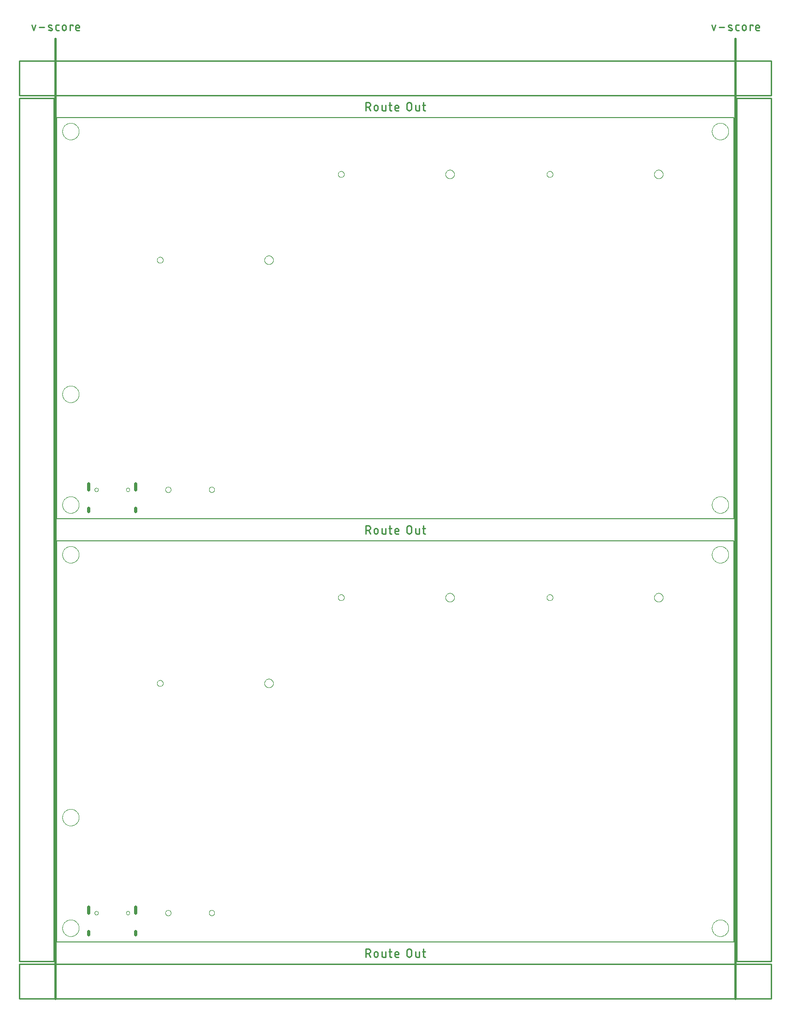
<source format=gko>
G04 EAGLE Gerber RS-274X export*
G75*
%MOMM*%
%FSLAX34Y34*%
%LPD*%
%IN*%
%IPPOS*%
%AMOC8*
5,1,8,0,0,1.08239X$1,22.5*%
G01*
%ADD10C,0.203200*%
%ADD11C,0.279400*%
%ADD12C,0.381000*%
%ADD13C,0.254000*%
%ADD14C,0.000000*%
%ADD15C,0.600000*%


D10*
X1244600Y0D02*
X0Y0D01*
X0Y736600D02*
X1244600Y736600D01*
X1244600Y0D01*
X0Y0D02*
X0Y736600D01*
D11*
X567804Y-12827D02*
X567804Y-27813D01*
X567804Y-12827D02*
X571967Y-12827D01*
X572095Y-12829D01*
X572223Y-12835D01*
X572351Y-12845D01*
X572479Y-12859D01*
X572606Y-12876D01*
X572732Y-12898D01*
X572858Y-12923D01*
X572982Y-12953D01*
X573106Y-12986D01*
X573229Y-13023D01*
X573351Y-13064D01*
X573471Y-13108D01*
X573590Y-13156D01*
X573707Y-13208D01*
X573823Y-13263D01*
X573936Y-13322D01*
X574049Y-13385D01*
X574159Y-13451D01*
X574266Y-13520D01*
X574372Y-13592D01*
X574476Y-13668D01*
X574577Y-13747D01*
X574676Y-13829D01*
X574772Y-13914D01*
X574865Y-14001D01*
X574956Y-14092D01*
X575043Y-14185D01*
X575128Y-14281D01*
X575210Y-14380D01*
X575289Y-14481D01*
X575365Y-14585D01*
X575437Y-14691D01*
X575506Y-14798D01*
X575572Y-14909D01*
X575635Y-15021D01*
X575694Y-15134D01*
X575749Y-15250D01*
X575801Y-15367D01*
X575849Y-15486D01*
X575893Y-15606D01*
X575934Y-15728D01*
X575971Y-15851D01*
X576004Y-15975D01*
X576034Y-16099D01*
X576059Y-16225D01*
X576081Y-16351D01*
X576098Y-16478D01*
X576112Y-16606D01*
X576122Y-16734D01*
X576128Y-16862D01*
X576130Y-16990D01*
X576128Y-17118D01*
X576122Y-17246D01*
X576112Y-17374D01*
X576098Y-17502D01*
X576081Y-17629D01*
X576059Y-17755D01*
X576034Y-17881D01*
X576004Y-18005D01*
X575971Y-18129D01*
X575934Y-18252D01*
X575893Y-18374D01*
X575849Y-18494D01*
X575801Y-18613D01*
X575749Y-18730D01*
X575694Y-18846D01*
X575635Y-18959D01*
X575572Y-19072D01*
X575506Y-19182D01*
X575437Y-19289D01*
X575365Y-19395D01*
X575289Y-19499D01*
X575210Y-19600D01*
X575128Y-19699D01*
X575043Y-19795D01*
X574956Y-19888D01*
X574865Y-19979D01*
X574772Y-20066D01*
X574676Y-20151D01*
X574577Y-20233D01*
X574476Y-20312D01*
X574372Y-20388D01*
X574266Y-20460D01*
X574159Y-20529D01*
X574049Y-20595D01*
X573936Y-20658D01*
X573823Y-20717D01*
X573707Y-20772D01*
X573590Y-20824D01*
X573471Y-20872D01*
X573351Y-20916D01*
X573229Y-20957D01*
X573106Y-20994D01*
X572982Y-21027D01*
X572858Y-21057D01*
X572732Y-21082D01*
X572606Y-21104D01*
X572479Y-21121D01*
X572351Y-21135D01*
X572223Y-21145D01*
X572095Y-21151D01*
X571967Y-21153D01*
X567804Y-21153D01*
X572799Y-21153D02*
X576129Y-27813D01*
X583088Y-24483D02*
X583088Y-21153D01*
X583090Y-21039D01*
X583096Y-20926D01*
X583105Y-20812D01*
X583119Y-20700D01*
X583136Y-20587D01*
X583158Y-20475D01*
X583183Y-20365D01*
X583211Y-20255D01*
X583244Y-20146D01*
X583280Y-20038D01*
X583320Y-19931D01*
X583364Y-19826D01*
X583411Y-19723D01*
X583461Y-19621D01*
X583515Y-19521D01*
X583573Y-19423D01*
X583634Y-19327D01*
X583697Y-19233D01*
X583765Y-19141D01*
X583835Y-19051D01*
X583908Y-18965D01*
X583984Y-18880D01*
X584063Y-18798D01*
X584145Y-18719D01*
X584230Y-18643D01*
X584316Y-18570D01*
X584406Y-18500D01*
X584498Y-18432D01*
X584592Y-18369D01*
X584688Y-18308D01*
X584786Y-18250D01*
X584886Y-18196D01*
X584988Y-18146D01*
X585091Y-18099D01*
X585196Y-18055D01*
X585303Y-18015D01*
X585411Y-17979D01*
X585520Y-17946D01*
X585630Y-17918D01*
X585740Y-17893D01*
X585852Y-17871D01*
X585965Y-17854D01*
X586077Y-17840D01*
X586191Y-17831D01*
X586304Y-17825D01*
X586418Y-17823D01*
X586532Y-17825D01*
X586645Y-17831D01*
X586759Y-17840D01*
X586871Y-17854D01*
X586984Y-17871D01*
X587096Y-17893D01*
X587206Y-17918D01*
X587316Y-17946D01*
X587425Y-17979D01*
X587533Y-18015D01*
X587640Y-18055D01*
X587745Y-18099D01*
X587848Y-18146D01*
X587950Y-18196D01*
X588050Y-18250D01*
X588148Y-18308D01*
X588244Y-18369D01*
X588338Y-18432D01*
X588430Y-18500D01*
X588520Y-18570D01*
X588606Y-18643D01*
X588691Y-18719D01*
X588773Y-18798D01*
X588852Y-18880D01*
X588928Y-18965D01*
X589001Y-19051D01*
X589071Y-19141D01*
X589139Y-19233D01*
X589202Y-19327D01*
X589263Y-19423D01*
X589321Y-19521D01*
X589375Y-19621D01*
X589425Y-19723D01*
X589472Y-19826D01*
X589516Y-19931D01*
X589556Y-20038D01*
X589592Y-20146D01*
X589625Y-20255D01*
X589653Y-20365D01*
X589678Y-20475D01*
X589700Y-20587D01*
X589717Y-20700D01*
X589731Y-20812D01*
X589740Y-20926D01*
X589746Y-21039D01*
X589748Y-21153D01*
X589748Y-24483D01*
X589746Y-24597D01*
X589740Y-24710D01*
X589731Y-24824D01*
X589717Y-24936D01*
X589700Y-25049D01*
X589678Y-25161D01*
X589653Y-25271D01*
X589625Y-25381D01*
X589592Y-25490D01*
X589556Y-25598D01*
X589516Y-25705D01*
X589472Y-25810D01*
X589425Y-25913D01*
X589375Y-26015D01*
X589321Y-26115D01*
X589263Y-26213D01*
X589202Y-26309D01*
X589139Y-26403D01*
X589071Y-26495D01*
X589001Y-26585D01*
X588928Y-26671D01*
X588852Y-26756D01*
X588773Y-26838D01*
X588691Y-26917D01*
X588606Y-26993D01*
X588520Y-27066D01*
X588430Y-27136D01*
X588338Y-27204D01*
X588244Y-27267D01*
X588148Y-27328D01*
X588050Y-27386D01*
X587950Y-27440D01*
X587848Y-27490D01*
X587745Y-27537D01*
X587640Y-27581D01*
X587533Y-27621D01*
X587425Y-27657D01*
X587316Y-27690D01*
X587206Y-27718D01*
X587096Y-27743D01*
X586984Y-27765D01*
X586871Y-27782D01*
X586759Y-27796D01*
X586645Y-27805D01*
X586532Y-27811D01*
X586418Y-27813D01*
X586304Y-27811D01*
X586191Y-27805D01*
X586077Y-27796D01*
X585965Y-27782D01*
X585852Y-27765D01*
X585740Y-27743D01*
X585630Y-27718D01*
X585520Y-27690D01*
X585411Y-27657D01*
X585303Y-27621D01*
X585196Y-27581D01*
X585091Y-27537D01*
X584988Y-27490D01*
X584886Y-27440D01*
X584786Y-27386D01*
X584688Y-27328D01*
X584592Y-27267D01*
X584498Y-27204D01*
X584406Y-27136D01*
X584316Y-27066D01*
X584230Y-26993D01*
X584145Y-26917D01*
X584063Y-26838D01*
X583984Y-26756D01*
X583908Y-26671D01*
X583835Y-26585D01*
X583765Y-26495D01*
X583697Y-26403D01*
X583634Y-26309D01*
X583573Y-26213D01*
X583515Y-26115D01*
X583461Y-26015D01*
X583411Y-25913D01*
X583364Y-25810D01*
X583320Y-25705D01*
X583280Y-25598D01*
X583244Y-25490D01*
X583211Y-25381D01*
X583183Y-25271D01*
X583158Y-25161D01*
X583136Y-25049D01*
X583119Y-24936D01*
X583105Y-24824D01*
X583096Y-24710D01*
X583090Y-24597D01*
X583088Y-24483D01*
X597156Y-25315D02*
X597156Y-17822D01*
X597155Y-25315D02*
X597157Y-25413D01*
X597163Y-25511D01*
X597172Y-25609D01*
X597186Y-25706D01*
X597203Y-25802D01*
X597224Y-25898D01*
X597249Y-25993D01*
X597277Y-26087D01*
X597309Y-26180D01*
X597345Y-26271D01*
X597384Y-26361D01*
X597427Y-26449D01*
X597474Y-26536D01*
X597523Y-26620D01*
X597576Y-26703D01*
X597632Y-26783D01*
X597691Y-26862D01*
X597754Y-26937D01*
X597819Y-27011D01*
X597887Y-27081D01*
X597957Y-27149D01*
X598031Y-27215D01*
X598107Y-27277D01*
X598185Y-27336D01*
X598265Y-27392D01*
X598348Y-27445D01*
X598432Y-27495D01*
X598519Y-27541D01*
X598607Y-27584D01*
X598697Y-27623D01*
X598788Y-27659D01*
X598881Y-27691D01*
X598975Y-27719D01*
X599070Y-27744D01*
X599166Y-27765D01*
X599262Y-27782D01*
X599359Y-27796D01*
X599457Y-27805D01*
X599555Y-27811D01*
X599653Y-27813D01*
X603816Y-27813D01*
X603816Y-17822D01*
X609797Y-17822D02*
X614792Y-17822D01*
X611462Y-12827D02*
X611462Y-25315D01*
X611464Y-25413D01*
X611470Y-25511D01*
X611479Y-25609D01*
X611493Y-25706D01*
X611510Y-25802D01*
X611531Y-25898D01*
X611556Y-25993D01*
X611584Y-26087D01*
X611616Y-26180D01*
X611652Y-26271D01*
X611691Y-26361D01*
X611734Y-26449D01*
X611781Y-26536D01*
X611830Y-26620D01*
X611883Y-26703D01*
X611939Y-26783D01*
X611998Y-26862D01*
X612061Y-26937D01*
X612126Y-27011D01*
X612194Y-27081D01*
X612264Y-27149D01*
X612338Y-27215D01*
X612414Y-27277D01*
X612492Y-27336D01*
X612572Y-27392D01*
X612655Y-27445D01*
X612739Y-27495D01*
X612826Y-27541D01*
X612914Y-27584D01*
X613004Y-27623D01*
X613095Y-27659D01*
X613188Y-27691D01*
X613282Y-27719D01*
X613377Y-27744D01*
X613473Y-27765D01*
X613569Y-27782D01*
X613666Y-27796D01*
X613764Y-27805D01*
X613862Y-27811D01*
X613960Y-27813D01*
X614792Y-27813D01*
X623621Y-27813D02*
X627784Y-27813D01*
X623621Y-27813D02*
X623523Y-27811D01*
X623425Y-27805D01*
X623327Y-27796D01*
X623230Y-27782D01*
X623134Y-27765D01*
X623038Y-27744D01*
X622943Y-27719D01*
X622849Y-27691D01*
X622756Y-27659D01*
X622665Y-27623D01*
X622575Y-27584D01*
X622487Y-27541D01*
X622400Y-27494D01*
X622316Y-27445D01*
X622233Y-27392D01*
X622153Y-27336D01*
X622075Y-27277D01*
X621999Y-27215D01*
X621925Y-27149D01*
X621855Y-27081D01*
X621787Y-27011D01*
X621722Y-26937D01*
X621659Y-26862D01*
X621600Y-26783D01*
X621544Y-26703D01*
X621491Y-26620D01*
X621442Y-26536D01*
X621395Y-26449D01*
X621352Y-26361D01*
X621313Y-26271D01*
X621277Y-26180D01*
X621245Y-26087D01*
X621217Y-25993D01*
X621192Y-25898D01*
X621171Y-25802D01*
X621154Y-25706D01*
X621140Y-25609D01*
X621131Y-25511D01*
X621125Y-25413D01*
X621123Y-25315D01*
X621124Y-25315D02*
X621124Y-21153D01*
X621126Y-21039D01*
X621132Y-20926D01*
X621141Y-20812D01*
X621155Y-20700D01*
X621172Y-20587D01*
X621194Y-20475D01*
X621219Y-20365D01*
X621247Y-20255D01*
X621280Y-20146D01*
X621316Y-20038D01*
X621356Y-19931D01*
X621400Y-19826D01*
X621447Y-19723D01*
X621497Y-19621D01*
X621551Y-19521D01*
X621609Y-19423D01*
X621670Y-19327D01*
X621733Y-19233D01*
X621801Y-19141D01*
X621871Y-19051D01*
X621944Y-18965D01*
X622020Y-18880D01*
X622099Y-18798D01*
X622181Y-18719D01*
X622266Y-18643D01*
X622352Y-18570D01*
X622442Y-18500D01*
X622534Y-18432D01*
X622628Y-18369D01*
X622724Y-18308D01*
X622822Y-18250D01*
X622922Y-18196D01*
X623024Y-18146D01*
X623127Y-18099D01*
X623232Y-18055D01*
X623339Y-18015D01*
X623447Y-17979D01*
X623556Y-17946D01*
X623666Y-17918D01*
X623776Y-17893D01*
X623888Y-17871D01*
X624001Y-17854D01*
X624113Y-17840D01*
X624227Y-17831D01*
X624340Y-17825D01*
X624454Y-17823D01*
X624568Y-17825D01*
X624681Y-17831D01*
X624795Y-17840D01*
X624907Y-17854D01*
X625020Y-17871D01*
X625132Y-17893D01*
X625242Y-17918D01*
X625352Y-17946D01*
X625461Y-17979D01*
X625569Y-18015D01*
X625676Y-18055D01*
X625781Y-18099D01*
X625884Y-18146D01*
X625986Y-18196D01*
X626086Y-18250D01*
X626184Y-18308D01*
X626280Y-18369D01*
X626374Y-18432D01*
X626466Y-18500D01*
X626556Y-18570D01*
X626642Y-18643D01*
X626727Y-18719D01*
X626809Y-18798D01*
X626888Y-18880D01*
X626964Y-18965D01*
X627037Y-19051D01*
X627107Y-19141D01*
X627175Y-19233D01*
X627238Y-19327D01*
X627299Y-19423D01*
X627357Y-19521D01*
X627411Y-19621D01*
X627461Y-19723D01*
X627508Y-19826D01*
X627552Y-19931D01*
X627592Y-20038D01*
X627628Y-20146D01*
X627661Y-20255D01*
X627689Y-20365D01*
X627714Y-20475D01*
X627736Y-20587D01*
X627753Y-20700D01*
X627767Y-20812D01*
X627776Y-20926D01*
X627782Y-21039D01*
X627784Y-21153D01*
X627784Y-22818D01*
X621124Y-22818D01*
X643217Y-23650D02*
X643217Y-16990D01*
X643219Y-16862D01*
X643225Y-16734D01*
X643235Y-16606D01*
X643249Y-16478D01*
X643266Y-16351D01*
X643288Y-16225D01*
X643313Y-16099D01*
X643343Y-15975D01*
X643376Y-15851D01*
X643413Y-15728D01*
X643454Y-15606D01*
X643498Y-15486D01*
X643546Y-15367D01*
X643598Y-15250D01*
X643653Y-15134D01*
X643712Y-15021D01*
X643775Y-14908D01*
X643841Y-14798D01*
X643910Y-14691D01*
X643982Y-14585D01*
X644058Y-14481D01*
X644137Y-14380D01*
X644219Y-14281D01*
X644304Y-14185D01*
X644391Y-14092D01*
X644482Y-14001D01*
X644575Y-13914D01*
X644671Y-13829D01*
X644770Y-13747D01*
X644871Y-13668D01*
X644975Y-13592D01*
X645081Y-13520D01*
X645188Y-13451D01*
X645299Y-13385D01*
X645411Y-13322D01*
X645524Y-13263D01*
X645640Y-13208D01*
X645757Y-13156D01*
X645876Y-13108D01*
X645996Y-13064D01*
X646118Y-13023D01*
X646241Y-12986D01*
X646365Y-12953D01*
X646489Y-12923D01*
X646615Y-12898D01*
X646741Y-12876D01*
X646868Y-12859D01*
X646996Y-12845D01*
X647124Y-12835D01*
X647252Y-12829D01*
X647380Y-12827D01*
X647508Y-12829D01*
X647636Y-12835D01*
X647764Y-12845D01*
X647892Y-12859D01*
X648019Y-12876D01*
X648145Y-12898D01*
X648271Y-12923D01*
X648395Y-12953D01*
X648519Y-12986D01*
X648642Y-13023D01*
X648764Y-13064D01*
X648884Y-13108D01*
X649003Y-13156D01*
X649120Y-13208D01*
X649236Y-13263D01*
X649349Y-13322D01*
X649462Y-13385D01*
X649572Y-13451D01*
X649679Y-13520D01*
X649785Y-13592D01*
X649889Y-13668D01*
X649990Y-13747D01*
X650089Y-13829D01*
X650185Y-13914D01*
X650278Y-14001D01*
X650369Y-14092D01*
X650456Y-14185D01*
X650541Y-14281D01*
X650623Y-14380D01*
X650702Y-14481D01*
X650778Y-14585D01*
X650850Y-14691D01*
X650919Y-14798D01*
X650985Y-14909D01*
X651048Y-15021D01*
X651107Y-15134D01*
X651162Y-15250D01*
X651214Y-15367D01*
X651262Y-15486D01*
X651306Y-15606D01*
X651347Y-15728D01*
X651384Y-15851D01*
X651417Y-15975D01*
X651447Y-16099D01*
X651472Y-16225D01*
X651494Y-16351D01*
X651511Y-16478D01*
X651525Y-16606D01*
X651535Y-16734D01*
X651541Y-16862D01*
X651543Y-16990D01*
X651542Y-16990D02*
X651542Y-23650D01*
X651543Y-23650D02*
X651541Y-23778D01*
X651535Y-23906D01*
X651525Y-24034D01*
X651511Y-24162D01*
X651494Y-24289D01*
X651472Y-24415D01*
X651447Y-24541D01*
X651417Y-24665D01*
X651384Y-24789D01*
X651347Y-24912D01*
X651306Y-25034D01*
X651262Y-25154D01*
X651214Y-25273D01*
X651162Y-25390D01*
X651107Y-25506D01*
X651048Y-25619D01*
X650985Y-25732D01*
X650919Y-25842D01*
X650850Y-25949D01*
X650778Y-26055D01*
X650702Y-26159D01*
X650623Y-26260D01*
X650541Y-26359D01*
X650456Y-26455D01*
X650369Y-26548D01*
X650278Y-26639D01*
X650185Y-26726D01*
X650089Y-26811D01*
X649990Y-26893D01*
X649889Y-26972D01*
X649785Y-27048D01*
X649679Y-27120D01*
X649572Y-27189D01*
X649462Y-27255D01*
X649349Y-27318D01*
X649236Y-27377D01*
X649120Y-27432D01*
X649003Y-27484D01*
X648884Y-27532D01*
X648764Y-27576D01*
X648642Y-27617D01*
X648519Y-27654D01*
X648395Y-27687D01*
X648271Y-27717D01*
X648145Y-27742D01*
X648019Y-27764D01*
X647892Y-27781D01*
X647764Y-27795D01*
X647636Y-27805D01*
X647508Y-27811D01*
X647380Y-27813D01*
X647252Y-27811D01*
X647124Y-27805D01*
X646996Y-27795D01*
X646868Y-27781D01*
X646741Y-27764D01*
X646615Y-27742D01*
X646489Y-27717D01*
X646365Y-27687D01*
X646241Y-27654D01*
X646118Y-27617D01*
X645996Y-27576D01*
X645876Y-27532D01*
X645757Y-27484D01*
X645640Y-27432D01*
X645524Y-27377D01*
X645411Y-27318D01*
X645299Y-27255D01*
X645188Y-27189D01*
X645081Y-27120D01*
X644975Y-27048D01*
X644871Y-26972D01*
X644770Y-26893D01*
X644671Y-26811D01*
X644575Y-26726D01*
X644482Y-26639D01*
X644391Y-26548D01*
X644304Y-26455D01*
X644219Y-26359D01*
X644137Y-26260D01*
X644058Y-26159D01*
X643982Y-26055D01*
X643910Y-25949D01*
X643841Y-25842D01*
X643775Y-25731D01*
X643712Y-25619D01*
X643653Y-25506D01*
X643598Y-25390D01*
X643546Y-25273D01*
X643498Y-25154D01*
X643454Y-25034D01*
X643413Y-24912D01*
X643376Y-24789D01*
X643343Y-24665D01*
X643313Y-24541D01*
X643288Y-24415D01*
X643266Y-24289D01*
X643249Y-24162D01*
X643235Y-24034D01*
X643225Y-23906D01*
X643219Y-23778D01*
X643217Y-23650D01*
X659159Y-25315D02*
X659159Y-17822D01*
X659159Y-25315D02*
X659161Y-25413D01*
X659167Y-25511D01*
X659176Y-25609D01*
X659190Y-25706D01*
X659207Y-25802D01*
X659228Y-25898D01*
X659253Y-25993D01*
X659281Y-26087D01*
X659313Y-26180D01*
X659349Y-26271D01*
X659388Y-26361D01*
X659431Y-26449D01*
X659478Y-26536D01*
X659527Y-26620D01*
X659580Y-26703D01*
X659636Y-26783D01*
X659695Y-26862D01*
X659758Y-26937D01*
X659823Y-27011D01*
X659891Y-27081D01*
X659961Y-27149D01*
X660035Y-27215D01*
X660111Y-27277D01*
X660189Y-27336D01*
X660269Y-27392D01*
X660352Y-27445D01*
X660436Y-27495D01*
X660523Y-27541D01*
X660611Y-27584D01*
X660701Y-27623D01*
X660792Y-27659D01*
X660885Y-27691D01*
X660979Y-27719D01*
X661074Y-27744D01*
X661170Y-27765D01*
X661266Y-27782D01*
X661363Y-27796D01*
X661461Y-27805D01*
X661559Y-27811D01*
X661657Y-27813D01*
X665820Y-27813D01*
X665820Y-17822D01*
X671801Y-17822D02*
X676796Y-17822D01*
X673466Y-12827D02*
X673466Y-25315D01*
X673465Y-25315D02*
X673467Y-25413D01*
X673473Y-25511D01*
X673482Y-25609D01*
X673496Y-25706D01*
X673513Y-25802D01*
X673534Y-25898D01*
X673559Y-25993D01*
X673587Y-26087D01*
X673619Y-26180D01*
X673655Y-26271D01*
X673694Y-26361D01*
X673737Y-26449D01*
X673784Y-26536D01*
X673833Y-26620D01*
X673886Y-26703D01*
X673942Y-26783D01*
X674001Y-26862D01*
X674064Y-26937D01*
X674129Y-27011D01*
X674197Y-27081D01*
X674267Y-27149D01*
X674341Y-27215D01*
X674417Y-27277D01*
X674495Y-27336D01*
X674575Y-27392D01*
X674658Y-27445D01*
X674742Y-27495D01*
X674829Y-27541D01*
X674917Y-27584D01*
X675007Y-27623D01*
X675098Y-27659D01*
X675191Y-27691D01*
X675285Y-27719D01*
X675380Y-27744D01*
X675476Y-27765D01*
X675572Y-27782D01*
X675669Y-27796D01*
X675767Y-27805D01*
X675865Y-27811D01*
X675963Y-27813D01*
X675964Y-27813D02*
X676796Y-27813D01*
D10*
X1244600Y777240D02*
X0Y777240D01*
X0Y1513840D02*
X1244600Y1513840D01*
X1244600Y777240D01*
X0Y777240D02*
X0Y1513840D01*
D11*
X567804Y764413D02*
X567804Y749427D01*
X567804Y764413D02*
X571967Y764413D01*
X572095Y764411D01*
X572223Y764405D01*
X572351Y764395D01*
X572479Y764381D01*
X572606Y764364D01*
X572732Y764342D01*
X572858Y764317D01*
X572982Y764287D01*
X573106Y764254D01*
X573229Y764217D01*
X573351Y764176D01*
X573471Y764132D01*
X573590Y764084D01*
X573707Y764032D01*
X573823Y763977D01*
X573936Y763918D01*
X574049Y763855D01*
X574159Y763789D01*
X574266Y763720D01*
X574372Y763648D01*
X574476Y763572D01*
X574577Y763493D01*
X574676Y763411D01*
X574772Y763326D01*
X574865Y763239D01*
X574956Y763148D01*
X575043Y763055D01*
X575128Y762959D01*
X575210Y762860D01*
X575289Y762759D01*
X575365Y762655D01*
X575437Y762549D01*
X575506Y762442D01*
X575572Y762332D01*
X575635Y762219D01*
X575694Y762106D01*
X575749Y761990D01*
X575801Y761873D01*
X575849Y761754D01*
X575893Y761634D01*
X575934Y761512D01*
X575971Y761389D01*
X576004Y761265D01*
X576034Y761141D01*
X576059Y761015D01*
X576081Y760889D01*
X576098Y760762D01*
X576112Y760634D01*
X576122Y760506D01*
X576128Y760378D01*
X576130Y760250D01*
X576128Y760122D01*
X576122Y759994D01*
X576112Y759866D01*
X576098Y759738D01*
X576081Y759611D01*
X576059Y759485D01*
X576034Y759359D01*
X576004Y759235D01*
X575971Y759111D01*
X575934Y758988D01*
X575893Y758866D01*
X575849Y758746D01*
X575801Y758627D01*
X575749Y758510D01*
X575694Y758394D01*
X575635Y758281D01*
X575572Y758169D01*
X575506Y758058D01*
X575437Y757951D01*
X575365Y757845D01*
X575289Y757741D01*
X575210Y757640D01*
X575128Y757541D01*
X575043Y757445D01*
X574956Y757352D01*
X574865Y757261D01*
X574772Y757174D01*
X574676Y757089D01*
X574577Y757007D01*
X574476Y756928D01*
X574372Y756852D01*
X574266Y756780D01*
X574159Y756711D01*
X574049Y756645D01*
X573936Y756582D01*
X573823Y756523D01*
X573707Y756468D01*
X573590Y756416D01*
X573471Y756368D01*
X573351Y756324D01*
X573229Y756283D01*
X573106Y756246D01*
X572982Y756213D01*
X572858Y756183D01*
X572732Y756158D01*
X572606Y756136D01*
X572479Y756119D01*
X572351Y756105D01*
X572223Y756095D01*
X572095Y756089D01*
X571967Y756087D01*
X567804Y756087D01*
X572799Y756087D02*
X576129Y749427D01*
X583088Y752757D02*
X583088Y756087D01*
X583090Y756201D01*
X583096Y756314D01*
X583105Y756428D01*
X583119Y756540D01*
X583136Y756653D01*
X583158Y756765D01*
X583183Y756875D01*
X583211Y756985D01*
X583244Y757094D01*
X583280Y757202D01*
X583320Y757309D01*
X583364Y757414D01*
X583411Y757517D01*
X583461Y757619D01*
X583515Y757719D01*
X583573Y757817D01*
X583634Y757913D01*
X583697Y758007D01*
X583765Y758099D01*
X583835Y758189D01*
X583908Y758275D01*
X583984Y758360D01*
X584063Y758442D01*
X584145Y758521D01*
X584230Y758597D01*
X584316Y758670D01*
X584406Y758740D01*
X584498Y758808D01*
X584592Y758871D01*
X584688Y758932D01*
X584786Y758990D01*
X584886Y759044D01*
X584988Y759094D01*
X585091Y759141D01*
X585196Y759185D01*
X585303Y759225D01*
X585411Y759261D01*
X585520Y759294D01*
X585630Y759322D01*
X585740Y759347D01*
X585852Y759369D01*
X585965Y759386D01*
X586077Y759400D01*
X586191Y759409D01*
X586304Y759415D01*
X586418Y759417D01*
X586532Y759415D01*
X586645Y759409D01*
X586759Y759400D01*
X586871Y759386D01*
X586984Y759369D01*
X587096Y759347D01*
X587206Y759322D01*
X587316Y759294D01*
X587425Y759261D01*
X587533Y759225D01*
X587640Y759185D01*
X587745Y759141D01*
X587848Y759094D01*
X587950Y759044D01*
X588050Y758990D01*
X588148Y758932D01*
X588244Y758871D01*
X588338Y758808D01*
X588430Y758740D01*
X588520Y758670D01*
X588606Y758597D01*
X588691Y758521D01*
X588773Y758442D01*
X588852Y758360D01*
X588928Y758275D01*
X589001Y758189D01*
X589071Y758099D01*
X589139Y758007D01*
X589202Y757913D01*
X589263Y757817D01*
X589321Y757719D01*
X589375Y757619D01*
X589425Y757517D01*
X589472Y757414D01*
X589516Y757309D01*
X589556Y757202D01*
X589592Y757094D01*
X589625Y756985D01*
X589653Y756875D01*
X589678Y756765D01*
X589700Y756653D01*
X589717Y756540D01*
X589731Y756428D01*
X589740Y756314D01*
X589746Y756201D01*
X589748Y756087D01*
X589748Y752757D01*
X589746Y752643D01*
X589740Y752530D01*
X589731Y752416D01*
X589717Y752304D01*
X589700Y752191D01*
X589678Y752079D01*
X589653Y751969D01*
X589625Y751859D01*
X589592Y751750D01*
X589556Y751642D01*
X589516Y751535D01*
X589472Y751430D01*
X589425Y751327D01*
X589375Y751225D01*
X589321Y751125D01*
X589263Y751027D01*
X589202Y750931D01*
X589139Y750837D01*
X589071Y750745D01*
X589001Y750655D01*
X588928Y750569D01*
X588852Y750484D01*
X588773Y750402D01*
X588691Y750323D01*
X588606Y750247D01*
X588520Y750174D01*
X588430Y750104D01*
X588338Y750036D01*
X588244Y749973D01*
X588148Y749912D01*
X588050Y749854D01*
X587950Y749800D01*
X587848Y749750D01*
X587745Y749703D01*
X587640Y749659D01*
X587533Y749619D01*
X587425Y749583D01*
X587316Y749550D01*
X587206Y749522D01*
X587096Y749497D01*
X586984Y749475D01*
X586871Y749458D01*
X586759Y749444D01*
X586645Y749435D01*
X586532Y749429D01*
X586418Y749427D01*
X586304Y749429D01*
X586191Y749435D01*
X586077Y749444D01*
X585965Y749458D01*
X585852Y749475D01*
X585740Y749497D01*
X585630Y749522D01*
X585520Y749550D01*
X585411Y749583D01*
X585303Y749619D01*
X585196Y749659D01*
X585091Y749703D01*
X584988Y749750D01*
X584886Y749800D01*
X584786Y749854D01*
X584688Y749912D01*
X584592Y749973D01*
X584498Y750036D01*
X584406Y750104D01*
X584316Y750174D01*
X584230Y750247D01*
X584145Y750323D01*
X584063Y750402D01*
X583984Y750484D01*
X583908Y750569D01*
X583835Y750655D01*
X583765Y750745D01*
X583697Y750837D01*
X583634Y750931D01*
X583573Y751027D01*
X583515Y751125D01*
X583461Y751225D01*
X583411Y751327D01*
X583364Y751430D01*
X583320Y751535D01*
X583280Y751642D01*
X583244Y751750D01*
X583211Y751859D01*
X583183Y751969D01*
X583158Y752079D01*
X583136Y752191D01*
X583119Y752304D01*
X583105Y752416D01*
X583096Y752530D01*
X583090Y752643D01*
X583088Y752757D01*
X597156Y751925D02*
X597156Y759418D01*
X597155Y751925D02*
X597157Y751827D01*
X597163Y751729D01*
X597172Y751631D01*
X597186Y751534D01*
X597203Y751438D01*
X597224Y751342D01*
X597249Y751247D01*
X597277Y751153D01*
X597309Y751060D01*
X597345Y750969D01*
X597384Y750879D01*
X597427Y750791D01*
X597474Y750704D01*
X597523Y750620D01*
X597576Y750537D01*
X597632Y750457D01*
X597691Y750379D01*
X597754Y750303D01*
X597819Y750229D01*
X597887Y750159D01*
X597957Y750091D01*
X598031Y750026D01*
X598107Y749963D01*
X598185Y749904D01*
X598265Y749848D01*
X598348Y749795D01*
X598432Y749746D01*
X598519Y749699D01*
X598607Y749656D01*
X598697Y749617D01*
X598788Y749581D01*
X598881Y749549D01*
X598975Y749521D01*
X599070Y749496D01*
X599166Y749475D01*
X599262Y749458D01*
X599359Y749444D01*
X599457Y749435D01*
X599555Y749429D01*
X599653Y749427D01*
X603816Y749427D01*
X603816Y759418D01*
X609797Y759418D02*
X614792Y759418D01*
X611462Y764413D02*
X611462Y751925D01*
X611464Y751827D01*
X611470Y751729D01*
X611479Y751631D01*
X611493Y751534D01*
X611510Y751438D01*
X611531Y751342D01*
X611556Y751247D01*
X611584Y751153D01*
X611616Y751060D01*
X611652Y750969D01*
X611691Y750879D01*
X611734Y750791D01*
X611781Y750704D01*
X611830Y750620D01*
X611883Y750537D01*
X611939Y750457D01*
X611998Y750379D01*
X612061Y750303D01*
X612126Y750229D01*
X612194Y750159D01*
X612264Y750091D01*
X612338Y750026D01*
X612414Y749963D01*
X612492Y749904D01*
X612572Y749848D01*
X612655Y749795D01*
X612739Y749746D01*
X612826Y749699D01*
X612914Y749656D01*
X613004Y749617D01*
X613095Y749581D01*
X613188Y749549D01*
X613282Y749521D01*
X613377Y749496D01*
X613473Y749475D01*
X613569Y749458D01*
X613666Y749444D01*
X613764Y749435D01*
X613862Y749429D01*
X613960Y749427D01*
X614792Y749427D01*
X623621Y749427D02*
X627784Y749427D01*
X623621Y749427D02*
X623523Y749429D01*
X623425Y749435D01*
X623327Y749444D01*
X623230Y749458D01*
X623134Y749475D01*
X623038Y749496D01*
X622943Y749521D01*
X622849Y749549D01*
X622756Y749581D01*
X622665Y749617D01*
X622575Y749656D01*
X622487Y749699D01*
X622400Y749746D01*
X622316Y749795D01*
X622233Y749848D01*
X622153Y749904D01*
X622075Y749963D01*
X621999Y750026D01*
X621925Y750091D01*
X621855Y750159D01*
X621787Y750229D01*
X621722Y750303D01*
X621659Y750379D01*
X621600Y750457D01*
X621544Y750537D01*
X621491Y750620D01*
X621442Y750704D01*
X621395Y750791D01*
X621352Y750879D01*
X621313Y750969D01*
X621277Y751060D01*
X621245Y751153D01*
X621217Y751247D01*
X621192Y751342D01*
X621171Y751438D01*
X621154Y751534D01*
X621140Y751631D01*
X621131Y751729D01*
X621125Y751827D01*
X621123Y751925D01*
X621124Y751925D02*
X621124Y756087D01*
X621126Y756201D01*
X621132Y756314D01*
X621141Y756428D01*
X621155Y756540D01*
X621172Y756653D01*
X621194Y756765D01*
X621219Y756875D01*
X621247Y756985D01*
X621280Y757094D01*
X621316Y757202D01*
X621356Y757309D01*
X621400Y757414D01*
X621447Y757517D01*
X621497Y757619D01*
X621551Y757719D01*
X621609Y757817D01*
X621670Y757913D01*
X621733Y758007D01*
X621801Y758099D01*
X621871Y758189D01*
X621944Y758275D01*
X622020Y758360D01*
X622099Y758442D01*
X622181Y758521D01*
X622266Y758597D01*
X622352Y758670D01*
X622442Y758740D01*
X622534Y758808D01*
X622628Y758871D01*
X622724Y758932D01*
X622822Y758990D01*
X622922Y759044D01*
X623024Y759094D01*
X623127Y759141D01*
X623232Y759185D01*
X623339Y759225D01*
X623447Y759261D01*
X623556Y759294D01*
X623666Y759322D01*
X623776Y759347D01*
X623888Y759369D01*
X624001Y759386D01*
X624113Y759400D01*
X624227Y759409D01*
X624340Y759415D01*
X624454Y759417D01*
X624568Y759415D01*
X624681Y759409D01*
X624795Y759400D01*
X624907Y759386D01*
X625020Y759369D01*
X625132Y759347D01*
X625242Y759322D01*
X625352Y759294D01*
X625461Y759261D01*
X625569Y759225D01*
X625676Y759185D01*
X625781Y759141D01*
X625884Y759094D01*
X625986Y759044D01*
X626086Y758990D01*
X626184Y758932D01*
X626280Y758871D01*
X626374Y758808D01*
X626466Y758740D01*
X626556Y758670D01*
X626642Y758597D01*
X626727Y758521D01*
X626809Y758442D01*
X626888Y758360D01*
X626964Y758275D01*
X627037Y758189D01*
X627107Y758099D01*
X627175Y758007D01*
X627238Y757913D01*
X627299Y757817D01*
X627357Y757719D01*
X627411Y757619D01*
X627461Y757517D01*
X627508Y757414D01*
X627552Y757309D01*
X627592Y757202D01*
X627628Y757094D01*
X627661Y756985D01*
X627689Y756875D01*
X627714Y756765D01*
X627736Y756653D01*
X627753Y756540D01*
X627767Y756428D01*
X627776Y756314D01*
X627782Y756201D01*
X627784Y756087D01*
X627784Y754422D01*
X621124Y754422D01*
X643217Y753590D02*
X643217Y760250D01*
X643219Y760378D01*
X643225Y760506D01*
X643235Y760634D01*
X643249Y760762D01*
X643266Y760889D01*
X643288Y761015D01*
X643313Y761141D01*
X643343Y761265D01*
X643376Y761389D01*
X643413Y761512D01*
X643454Y761634D01*
X643498Y761754D01*
X643546Y761873D01*
X643598Y761990D01*
X643653Y762106D01*
X643712Y762219D01*
X643775Y762332D01*
X643841Y762442D01*
X643910Y762549D01*
X643982Y762655D01*
X644058Y762759D01*
X644137Y762860D01*
X644219Y762959D01*
X644304Y763055D01*
X644391Y763148D01*
X644482Y763239D01*
X644575Y763326D01*
X644671Y763411D01*
X644770Y763493D01*
X644871Y763572D01*
X644975Y763648D01*
X645081Y763720D01*
X645188Y763789D01*
X645299Y763855D01*
X645411Y763918D01*
X645524Y763977D01*
X645640Y764032D01*
X645757Y764084D01*
X645876Y764132D01*
X645996Y764176D01*
X646118Y764217D01*
X646241Y764254D01*
X646365Y764287D01*
X646489Y764317D01*
X646615Y764342D01*
X646741Y764364D01*
X646868Y764381D01*
X646996Y764395D01*
X647124Y764405D01*
X647252Y764411D01*
X647380Y764413D01*
X647508Y764411D01*
X647636Y764405D01*
X647764Y764395D01*
X647892Y764381D01*
X648019Y764364D01*
X648145Y764342D01*
X648271Y764317D01*
X648395Y764287D01*
X648519Y764254D01*
X648642Y764217D01*
X648764Y764176D01*
X648884Y764132D01*
X649003Y764084D01*
X649120Y764032D01*
X649236Y763977D01*
X649349Y763918D01*
X649462Y763855D01*
X649572Y763789D01*
X649679Y763720D01*
X649785Y763648D01*
X649889Y763572D01*
X649990Y763493D01*
X650089Y763411D01*
X650185Y763326D01*
X650278Y763239D01*
X650369Y763148D01*
X650456Y763055D01*
X650541Y762959D01*
X650623Y762860D01*
X650702Y762759D01*
X650778Y762655D01*
X650850Y762549D01*
X650919Y762442D01*
X650985Y762332D01*
X651048Y762219D01*
X651107Y762106D01*
X651162Y761990D01*
X651214Y761873D01*
X651262Y761754D01*
X651306Y761634D01*
X651347Y761512D01*
X651384Y761389D01*
X651417Y761265D01*
X651447Y761141D01*
X651472Y761015D01*
X651494Y760889D01*
X651511Y760762D01*
X651525Y760634D01*
X651535Y760506D01*
X651541Y760378D01*
X651543Y760250D01*
X651542Y760250D02*
X651542Y753590D01*
X651543Y753590D02*
X651541Y753462D01*
X651535Y753334D01*
X651525Y753206D01*
X651511Y753078D01*
X651494Y752951D01*
X651472Y752825D01*
X651447Y752699D01*
X651417Y752575D01*
X651384Y752451D01*
X651347Y752328D01*
X651306Y752206D01*
X651262Y752086D01*
X651214Y751967D01*
X651162Y751850D01*
X651107Y751734D01*
X651048Y751621D01*
X650985Y751509D01*
X650919Y751398D01*
X650850Y751291D01*
X650778Y751185D01*
X650702Y751081D01*
X650623Y750980D01*
X650541Y750881D01*
X650456Y750785D01*
X650369Y750692D01*
X650278Y750601D01*
X650185Y750514D01*
X650089Y750429D01*
X649990Y750347D01*
X649889Y750268D01*
X649785Y750192D01*
X649679Y750120D01*
X649572Y750051D01*
X649462Y749985D01*
X649349Y749922D01*
X649236Y749863D01*
X649120Y749808D01*
X649003Y749756D01*
X648884Y749708D01*
X648764Y749664D01*
X648642Y749623D01*
X648519Y749586D01*
X648395Y749553D01*
X648271Y749523D01*
X648145Y749498D01*
X648019Y749476D01*
X647892Y749459D01*
X647764Y749445D01*
X647636Y749435D01*
X647508Y749429D01*
X647380Y749427D01*
X647252Y749429D01*
X647124Y749435D01*
X646996Y749445D01*
X646868Y749459D01*
X646741Y749476D01*
X646615Y749498D01*
X646489Y749523D01*
X646365Y749553D01*
X646241Y749586D01*
X646118Y749623D01*
X645996Y749664D01*
X645876Y749708D01*
X645757Y749756D01*
X645640Y749808D01*
X645524Y749863D01*
X645411Y749922D01*
X645299Y749985D01*
X645188Y750051D01*
X645081Y750120D01*
X644975Y750192D01*
X644871Y750268D01*
X644770Y750347D01*
X644671Y750429D01*
X644575Y750514D01*
X644482Y750601D01*
X644391Y750692D01*
X644304Y750785D01*
X644219Y750881D01*
X644137Y750980D01*
X644058Y751081D01*
X643982Y751185D01*
X643910Y751291D01*
X643841Y751398D01*
X643775Y751509D01*
X643712Y751621D01*
X643653Y751734D01*
X643598Y751850D01*
X643546Y751967D01*
X643498Y752086D01*
X643454Y752206D01*
X643413Y752328D01*
X643376Y752451D01*
X643343Y752575D01*
X643313Y752699D01*
X643288Y752825D01*
X643266Y752951D01*
X643249Y753078D01*
X643235Y753206D01*
X643225Y753334D01*
X643219Y753462D01*
X643217Y753590D01*
X659159Y751925D02*
X659159Y759418D01*
X659159Y751925D02*
X659161Y751827D01*
X659167Y751729D01*
X659176Y751631D01*
X659190Y751534D01*
X659207Y751438D01*
X659228Y751342D01*
X659253Y751247D01*
X659281Y751153D01*
X659313Y751060D01*
X659349Y750969D01*
X659388Y750879D01*
X659431Y750791D01*
X659478Y750704D01*
X659527Y750620D01*
X659580Y750537D01*
X659636Y750457D01*
X659695Y750379D01*
X659758Y750303D01*
X659823Y750229D01*
X659891Y750159D01*
X659961Y750091D01*
X660035Y750026D01*
X660111Y749963D01*
X660189Y749904D01*
X660269Y749848D01*
X660352Y749795D01*
X660436Y749746D01*
X660523Y749699D01*
X660611Y749656D01*
X660701Y749617D01*
X660792Y749581D01*
X660885Y749549D01*
X660979Y749521D01*
X661074Y749496D01*
X661170Y749475D01*
X661266Y749458D01*
X661363Y749444D01*
X661461Y749435D01*
X661559Y749429D01*
X661657Y749427D01*
X665820Y749427D01*
X665820Y759418D01*
X671801Y759418D02*
X676796Y759418D01*
X673466Y764413D02*
X673466Y751925D01*
X673468Y751827D01*
X673474Y751729D01*
X673483Y751631D01*
X673497Y751534D01*
X673514Y751438D01*
X673535Y751342D01*
X673560Y751247D01*
X673588Y751153D01*
X673620Y751060D01*
X673656Y750969D01*
X673695Y750879D01*
X673738Y750791D01*
X673785Y750704D01*
X673834Y750620D01*
X673887Y750537D01*
X673943Y750457D01*
X674002Y750379D01*
X674065Y750303D01*
X674130Y750229D01*
X674198Y750159D01*
X674268Y750091D01*
X674342Y750026D01*
X674418Y749963D01*
X674496Y749904D01*
X674576Y749848D01*
X674659Y749795D01*
X674743Y749746D01*
X674830Y749699D01*
X674918Y749656D01*
X675008Y749617D01*
X675099Y749581D01*
X675192Y749549D01*
X675286Y749521D01*
X675381Y749496D01*
X675477Y749475D01*
X675573Y749458D01*
X675670Y749444D01*
X675768Y749435D01*
X675866Y749429D01*
X675964Y749427D01*
X676796Y749427D01*
X567804Y1526667D02*
X567804Y1541653D01*
X571967Y1541653D01*
X572095Y1541651D01*
X572223Y1541645D01*
X572351Y1541635D01*
X572479Y1541621D01*
X572606Y1541604D01*
X572732Y1541582D01*
X572858Y1541557D01*
X572982Y1541527D01*
X573106Y1541494D01*
X573229Y1541457D01*
X573351Y1541416D01*
X573471Y1541372D01*
X573590Y1541324D01*
X573707Y1541272D01*
X573823Y1541217D01*
X573936Y1541158D01*
X574049Y1541095D01*
X574159Y1541029D01*
X574266Y1540960D01*
X574372Y1540888D01*
X574476Y1540812D01*
X574577Y1540733D01*
X574676Y1540651D01*
X574772Y1540566D01*
X574865Y1540479D01*
X574956Y1540388D01*
X575043Y1540295D01*
X575128Y1540199D01*
X575210Y1540100D01*
X575289Y1539999D01*
X575365Y1539895D01*
X575437Y1539789D01*
X575506Y1539682D01*
X575572Y1539572D01*
X575635Y1539459D01*
X575694Y1539346D01*
X575749Y1539230D01*
X575801Y1539113D01*
X575849Y1538994D01*
X575893Y1538874D01*
X575934Y1538752D01*
X575971Y1538629D01*
X576004Y1538505D01*
X576034Y1538381D01*
X576059Y1538255D01*
X576081Y1538129D01*
X576098Y1538002D01*
X576112Y1537874D01*
X576122Y1537746D01*
X576128Y1537618D01*
X576130Y1537490D01*
X576128Y1537362D01*
X576122Y1537234D01*
X576112Y1537106D01*
X576098Y1536978D01*
X576081Y1536851D01*
X576059Y1536725D01*
X576034Y1536599D01*
X576004Y1536475D01*
X575971Y1536351D01*
X575934Y1536228D01*
X575893Y1536106D01*
X575849Y1535986D01*
X575801Y1535867D01*
X575749Y1535750D01*
X575694Y1535634D01*
X575635Y1535521D01*
X575572Y1535409D01*
X575506Y1535298D01*
X575437Y1535191D01*
X575365Y1535085D01*
X575289Y1534981D01*
X575210Y1534880D01*
X575128Y1534781D01*
X575043Y1534685D01*
X574956Y1534592D01*
X574865Y1534501D01*
X574772Y1534414D01*
X574676Y1534329D01*
X574577Y1534247D01*
X574476Y1534168D01*
X574372Y1534092D01*
X574266Y1534020D01*
X574159Y1533951D01*
X574049Y1533885D01*
X573936Y1533822D01*
X573823Y1533763D01*
X573707Y1533708D01*
X573590Y1533656D01*
X573471Y1533608D01*
X573351Y1533564D01*
X573229Y1533523D01*
X573106Y1533486D01*
X572982Y1533453D01*
X572858Y1533423D01*
X572732Y1533398D01*
X572606Y1533376D01*
X572479Y1533359D01*
X572351Y1533345D01*
X572223Y1533335D01*
X572095Y1533329D01*
X571967Y1533327D01*
X567804Y1533327D01*
X572799Y1533327D02*
X576129Y1526667D01*
X583088Y1529997D02*
X583088Y1533327D01*
X583090Y1533441D01*
X583096Y1533554D01*
X583105Y1533668D01*
X583119Y1533780D01*
X583136Y1533893D01*
X583158Y1534005D01*
X583183Y1534115D01*
X583211Y1534225D01*
X583244Y1534334D01*
X583280Y1534442D01*
X583320Y1534549D01*
X583364Y1534654D01*
X583411Y1534757D01*
X583461Y1534859D01*
X583515Y1534959D01*
X583573Y1535057D01*
X583634Y1535153D01*
X583697Y1535247D01*
X583765Y1535339D01*
X583835Y1535429D01*
X583908Y1535515D01*
X583984Y1535600D01*
X584063Y1535682D01*
X584145Y1535761D01*
X584230Y1535837D01*
X584316Y1535910D01*
X584406Y1535980D01*
X584498Y1536048D01*
X584592Y1536111D01*
X584688Y1536172D01*
X584786Y1536230D01*
X584886Y1536284D01*
X584988Y1536334D01*
X585091Y1536381D01*
X585196Y1536425D01*
X585303Y1536465D01*
X585411Y1536501D01*
X585520Y1536534D01*
X585630Y1536562D01*
X585740Y1536587D01*
X585852Y1536609D01*
X585965Y1536626D01*
X586077Y1536640D01*
X586191Y1536649D01*
X586304Y1536655D01*
X586418Y1536657D01*
X586532Y1536655D01*
X586645Y1536649D01*
X586759Y1536640D01*
X586871Y1536626D01*
X586984Y1536609D01*
X587096Y1536587D01*
X587206Y1536562D01*
X587316Y1536534D01*
X587425Y1536501D01*
X587533Y1536465D01*
X587640Y1536425D01*
X587745Y1536381D01*
X587848Y1536334D01*
X587950Y1536284D01*
X588050Y1536230D01*
X588148Y1536172D01*
X588244Y1536111D01*
X588338Y1536048D01*
X588430Y1535980D01*
X588520Y1535910D01*
X588606Y1535837D01*
X588691Y1535761D01*
X588773Y1535682D01*
X588852Y1535600D01*
X588928Y1535515D01*
X589001Y1535429D01*
X589071Y1535339D01*
X589139Y1535247D01*
X589202Y1535153D01*
X589263Y1535057D01*
X589321Y1534959D01*
X589375Y1534859D01*
X589425Y1534757D01*
X589472Y1534654D01*
X589516Y1534549D01*
X589556Y1534442D01*
X589592Y1534334D01*
X589625Y1534225D01*
X589653Y1534115D01*
X589678Y1534005D01*
X589700Y1533893D01*
X589717Y1533780D01*
X589731Y1533668D01*
X589740Y1533554D01*
X589746Y1533441D01*
X589748Y1533327D01*
X589748Y1529997D01*
X589746Y1529883D01*
X589740Y1529770D01*
X589731Y1529656D01*
X589717Y1529544D01*
X589700Y1529431D01*
X589678Y1529319D01*
X589653Y1529209D01*
X589625Y1529099D01*
X589592Y1528990D01*
X589556Y1528882D01*
X589516Y1528775D01*
X589472Y1528670D01*
X589425Y1528567D01*
X589375Y1528465D01*
X589321Y1528365D01*
X589263Y1528267D01*
X589202Y1528171D01*
X589139Y1528077D01*
X589071Y1527985D01*
X589001Y1527895D01*
X588928Y1527809D01*
X588852Y1527724D01*
X588773Y1527642D01*
X588691Y1527563D01*
X588606Y1527487D01*
X588520Y1527414D01*
X588430Y1527344D01*
X588338Y1527276D01*
X588244Y1527213D01*
X588148Y1527152D01*
X588050Y1527094D01*
X587950Y1527040D01*
X587848Y1526990D01*
X587745Y1526943D01*
X587640Y1526899D01*
X587533Y1526859D01*
X587425Y1526823D01*
X587316Y1526790D01*
X587206Y1526762D01*
X587096Y1526737D01*
X586984Y1526715D01*
X586871Y1526698D01*
X586759Y1526684D01*
X586645Y1526675D01*
X586532Y1526669D01*
X586418Y1526667D01*
X586304Y1526669D01*
X586191Y1526675D01*
X586077Y1526684D01*
X585965Y1526698D01*
X585852Y1526715D01*
X585740Y1526737D01*
X585630Y1526762D01*
X585520Y1526790D01*
X585411Y1526823D01*
X585303Y1526859D01*
X585196Y1526899D01*
X585091Y1526943D01*
X584988Y1526990D01*
X584886Y1527040D01*
X584786Y1527094D01*
X584688Y1527152D01*
X584592Y1527213D01*
X584498Y1527276D01*
X584406Y1527344D01*
X584316Y1527414D01*
X584230Y1527487D01*
X584145Y1527563D01*
X584063Y1527642D01*
X583984Y1527724D01*
X583908Y1527809D01*
X583835Y1527895D01*
X583765Y1527985D01*
X583697Y1528077D01*
X583634Y1528171D01*
X583573Y1528267D01*
X583515Y1528365D01*
X583461Y1528465D01*
X583411Y1528567D01*
X583364Y1528670D01*
X583320Y1528775D01*
X583280Y1528882D01*
X583244Y1528990D01*
X583211Y1529099D01*
X583183Y1529209D01*
X583158Y1529319D01*
X583136Y1529431D01*
X583119Y1529544D01*
X583105Y1529656D01*
X583096Y1529770D01*
X583090Y1529883D01*
X583088Y1529997D01*
X597156Y1529165D02*
X597156Y1536658D01*
X597155Y1529165D02*
X597157Y1529067D01*
X597163Y1528969D01*
X597172Y1528871D01*
X597186Y1528774D01*
X597203Y1528678D01*
X597224Y1528582D01*
X597249Y1528487D01*
X597277Y1528393D01*
X597309Y1528300D01*
X597345Y1528209D01*
X597384Y1528119D01*
X597427Y1528031D01*
X597474Y1527944D01*
X597523Y1527860D01*
X597576Y1527777D01*
X597632Y1527697D01*
X597691Y1527619D01*
X597754Y1527543D01*
X597819Y1527469D01*
X597887Y1527399D01*
X597957Y1527331D01*
X598031Y1527266D01*
X598107Y1527203D01*
X598185Y1527144D01*
X598265Y1527088D01*
X598348Y1527035D01*
X598432Y1526986D01*
X598519Y1526939D01*
X598607Y1526896D01*
X598697Y1526857D01*
X598788Y1526821D01*
X598881Y1526789D01*
X598975Y1526761D01*
X599070Y1526736D01*
X599166Y1526715D01*
X599262Y1526698D01*
X599359Y1526684D01*
X599457Y1526675D01*
X599555Y1526669D01*
X599653Y1526667D01*
X603816Y1526667D01*
X603816Y1536658D01*
X609797Y1536658D02*
X614792Y1536658D01*
X611462Y1541653D02*
X611462Y1529165D01*
X611464Y1529067D01*
X611470Y1528969D01*
X611479Y1528871D01*
X611493Y1528774D01*
X611510Y1528678D01*
X611531Y1528582D01*
X611556Y1528487D01*
X611584Y1528393D01*
X611616Y1528300D01*
X611652Y1528209D01*
X611691Y1528119D01*
X611734Y1528031D01*
X611781Y1527944D01*
X611830Y1527860D01*
X611883Y1527777D01*
X611939Y1527697D01*
X611998Y1527619D01*
X612061Y1527543D01*
X612126Y1527469D01*
X612194Y1527399D01*
X612264Y1527331D01*
X612338Y1527266D01*
X612414Y1527203D01*
X612492Y1527144D01*
X612572Y1527088D01*
X612655Y1527035D01*
X612739Y1526986D01*
X612826Y1526939D01*
X612914Y1526896D01*
X613004Y1526857D01*
X613095Y1526821D01*
X613188Y1526789D01*
X613282Y1526761D01*
X613377Y1526736D01*
X613473Y1526715D01*
X613569Y1526698D01*
X613666Y1526684D01*
X613764Y1526675D01*
X613862Y1526669D01*
X613960Y1526667D01*
X614792Y1526667D01*
X623621Y1526667D02*
X627784Y1526667D01*
X623621Y1526667D02*
X623523Y1526669D01*
X623425Y1526675D01*
X623327Y1526684D01*
X623230Y1526698D01*
X623134Y1526715D01*
X623038Y1526736D01*
X622943Y1526761D01*
X622849Y1526789D01*
X622756Y1526821D01*
X622665Y1526857D01*
X622575Y1526896D01*
X622487Y1526939D01*
X622400Y1526986D01*
X622316Y1527035D01*
X622233Y1527088D01*
X622153Y1527144D01*
X622075Y1527203D01*
X621999Y1527266D01*
X621925Y1527331D01*
X621855Y1527399D01*
X621787Y1527469D01*
X621722Y1527543D01*
X621659Y1527619D01*
X621600Y1527697D01*
X621544Y1527777D01*
X621491Y1527860D01*
X621442Y1527944D01*
X621395Y1528031D01*
X621352Y1528119D01*
X621313Y1528209D01*
X621277Y1528300D01*
X621245Y1528393D01*
X621217Y1528487D01*
X621192Y1528582D01*
X621171Y1528678D01*
X621154Y1528774D01*
X621140Y1528871D01*
X621131Y1528969D01*
X621125Y1529067D01*
X621123Y1529165D01*
X621124Y1529165D02*
X621124Y1533327D01*
X621126Y1533441D01*
X621132Y1533554D01*
X621141Y1533668D01*
X621155Y1533780D01*
X621172Y1533893D01*
X621194Y1534005D01*
X621219Y1534115D01*
X621247Y1534225D01*
X621280Y1534334D01*
X621316Y1534442D01*
X621356Y1534549D01*
X621400Y1534654D01*
X621447Y1534757D01*
X621497Y1534859D01*
X621551Y1534959D01*
X621609Y1535057D01*
X621670Y1535153D01*
X621733Y1535247D01*
X621801Y1535339D01*
X621871Y1535429D01*
X621944Y1535515D01*
X622020Y1535600D01*
X622099Y1535682D01*
X622181Y1535761D01*
X622266Y1535837D01*
X622352Y1535910D01*
X622442Y1535980D01*
X622534Y1536048D01*
X622628Y1536111D01*
X622724Y1536172D01*
X622822Y1536230D01*
X622922Y1536284D01*
X623024Y1536334D01*
X623127Y1536381D01*
X623232Y1536425D01*
X623339Y1536465D01*
X623447Y1536501D01*
X623556Y1536534D01*
X623666Y1536562D01*
X623776Y1536587D01*
X623888Y1536609D01*
X624001Y1536626D01*
X624113Y1536640D01*
X624227Y1536649D01*
X624340Y1536655D01*
X624454Y1536657D01*
X624568Y1536655D01*
X624681Y1536649D01*
X624795Y1536640D01*
X624907Y1536626D01*
X625020Y1536609D01*
X625132Y1536587D01*
X625242Y1536562D01*
X625352Y1536534D01*
X625461Y1536501D01*
X625569Y1536465D01*
X625676Y1536425D01*
X625781Y1536381D01*
X625884Y1536334D01*
X625986Y1536284D01*
X626086Y1536230D01*
X626184Y1536172D01*
X626280Y1536111D01*
X626374Y1536048D01*
X626466Y1535980D01*
X626556Y1535910D01*
X626642Y1535837D01*
X626727Y1535761D01*
X626809Y1535682D01*
X626888Y1535600D01*
X626964Y1535515D01*
X627037Y1535429D01*
X627107Y1535339D01*
X627175Y1535247D01*
X627238Y1535153D01*
X627299Y1535057D01*
X627357Y1534959D01*
X627411Y1534859D01*
X627461Y1534757D01*
X627508Y1534654D01*
X627552Y1534549D01*
X627592Y1534442D01*
X627628Y1534334D01*
X627661Y1534225D01*
X627689Y1534115D01*
X627714Y1534005D01*
X627736Y1533893D01*
X627753Y1533780D01*
X627767Y1533668D01*
X627776Y1533554D01*
X627782Y1533441D01*
X627784Y1533327D01*
X627784Y1531662D01*
X621124Y1531662D01*
X643217Y1530830D02*
X643217Y1537490D01*
X643219Y1537618D01*
X643225Y1537746D01*
X643235Y1537874D01*
X643249Y1538002D01*
X643266Y1538129D01*
X643288Y1538255D01*
X643313Y1538381D01*
X643343Y1538505D01*
X643376Y1538629D01*
X643413Y1538752D01*
X643454Y1538874D01*
X643498Y1538994D01*
X643546Y1539113D01*
X643598Y1539230D01*
X643653Y1539346D01*
X643712Y1539459D01*
X643775Y1539572D01*
X643841Y1539682D01*
X643910Y1539789D01*
X643982Y1539895D01*
X644058Y1539999D01*
X644137Y1540100D01*
X644219Y1540199D01*
X644304Y1540295D01*
X644391Y1540388D01*
X644482Y1540479D01*
X644575Y1540566D01*
X644671Y1540651D01*
X644770Y1540733D01*
X644871Y1540812D01*
X644975Y1540888D01*
X645081Y1540960D01*
X645188Y1541029D01*
X645299Y1541095D01*
X645411Y1541158D01*
X645524Y1541217D01*
X645640Y1541272D01*
X645757Y1541324D01*
X645876Y1541372D01*
X645996Y1541416D01*
X646118Y1541457D01*
X646241Y1541494D01*
X646365Y1541527D01*
X646489Y1541557D01*
X646615Y1541582D01*
X646741Y1541604D01*
X646868Y1541621D01*
X646996Y1541635D01*
X647124Y1541645D01*
X647252Y1541651D01*
X647380Y1541653D01*
X647508Y1541651D01*
X647636Y1541645D01*
X647764Y1541635D01*
X647892Y1541621D01*
X648019Y1541604D01*
X648145Y1541582D01*
X648271Y1541557D01*
X648395Y1541527D01*
X648519Y1541494D01*
X648642Y1541457D01*
X648764Y1541416D01*
X648884Y1541372D01*
X649003Y1541324D01*
X649120Y1541272D01*
X649236Y1541217D01*
X649349Y1541158D01*
X649462Y1541095D01*
X649572Y1541029D01*
X649679Y1540960D01*
X649785Y1540888D01*
X649889Y1540812D01*
X649990Y1540733D01*
X650089Y1540651D01*
X650185Y1540566D01*
X650278Y1540479D01*
X650369Y1540388D01*
X650456Y1540295D01*
X650541Y1540199D01*
X650623Y1540100D01*
X650702Y1539999D01*
X650778Y1539895D01*
X650850Y1539789D01*
X650919Y1539682D01*
X650985Y1539572D01*
X651048Y1539459D01*
X651107Y1539346D01*
X651162Y1539230D01*
X651214Y1539113D01*
X651262Y1538994D01*
X651306Y1538874D01*
X651347Y1538752D01*
X651384Y1538629D01*
X651417Y1538505D01*
X651447Y1538381D01*
X651472Y1538255D01*
X651494Y1538129D01*
X651511Y1538002D01*
X651525Y1537874D01*
X651535Y1537746D01*
X651541Y1537618D01*
X651543Y1537490D01*
X651542Y1537490D02*
X651542Y1530830D01*
X651543Y1530830D02*
X651541Y1530702D01*
X651535Y1530574D01*
X651525Y1530446D01*
X651511Y1530318D01*
X651494Y1530191D01*
X651472Y1530065D01*
X651447Y1529939D01*
X651417Y1529815D01*
X651384Y1529691D01*
X651347Y1529568D01*
X651306Y1529446D01*
X651262Y1529326D01*
X651214Y1529207D01*
X651162Y1529090D01*
X651107Y1528974D01*
X651048Y1528861D01*
X650985Y1528749D01*
X650919Y1528638D01*
X650850Y1528531D01*
X650778Y1528425D01*
X650702Y1528321D01*
X650623Y1528220D01*
X650541Y1528121D01*
X650456Y1528025D01*
X650369Y1527932D01*
X650278Y1527841D01*
X650185Y1527754D01*
X650089Y1527669D01*
X649990Y1527587D01*
X649889Y1527508D01*
X649785Y1527432D01*
X649679Y1527360D01*
X649572Y1527291D01*
X649462Y1527225D01*
X649349Y1527162D01*
X649236Y1527103D01*
X649120Y1527048D01*
X649003Y1526996D01*
X648884Y1526948D01*
X648764Y1526904D01*
X648642Y1526863D01*
X648519Y1526826D01*
X648395Y1526793D01*
X648271Y1526763D01*
X648145Y1526738D01*
X648019Y1526716D01*
X647892Y1526699D01*
X647764Y1526685D01*
X647636Y1526675D01*
X647508Y1526669D01*
X647380Y1526667D01*
X647252Y1526669D01*
X647124Y1526675D01*
X646996Y1526685D01*
X646868Y1526699D01*
X646741Y1526716D01*
X646615Y1526738D01*
X646489Y1526763D01*
X646365Y1526793D01*
X646241Y1526826D01*
X646118Y1526863D01*
X645996Y1526904D01*
X645876Y1526948D01*
X645757Y1526996D01*
X645640Y1527048D01*
X645524Y1527103D01*
X645411Y1527162D01*
X645299Y1527225D01*
X645188Y1527291D01*
X645081Y1527360D01*
X644975Y1527432D01*
X644871Y1527508D01*
X644770Y1527587D01*
X644671Y1527669D01*
X644575Y1527754D01*
X644482Y1527841D01*
X644391Y1527932D01*
X644304Y1528025D01*
X644219Y1528121D01*
X644137Y1528220D01*
X644058Y1528321D01*
X643982Y1528425D01*
X643910Y1528531D01*
X643841Y1528638D01*
X643775Y1528749D01*
X643712Y1528861D01*
X643653Y1528974D01*
X643598Y1529090D01*
X643546Y1529207D01*
X643498Y1529326D01*
X643454Y1529446D01*
X643413Y1529568D01*
X643376Y1529691D01*
X643343Y1529815D01*
X643313Y1529939D01*
X643288Y1530065D01*
X643266Y1530191D01*
X643249Y1530318D01*
X643235Y1530446D01*
X643225Y1530574D01*
X643219Y1530702D01*
X643217Y1530830D01*
X659159Y1529165D02*
X659159Y1536658D01*
X659159Y1529165D02*
X659161Y1529067D01*
X659167Y1528969D01*
X659176Y1528871D01*
X659190Y1528774D01*
X659207Y1528678D01*
X659228Y1528582D01*
X659253Y1528487D01*
X659281Y1528393D01*
X659313Y1528300D01*
X659349Y1528209D01*
X659388Y1528119D01*
X659431Y1528031D01*
X659478Y1527944D01*
X659527Y1527860D01*
X659580Y1527777D01*
X659636Y1527697D01*
X659695Y1527619D01*
X659758Y1527543D01*
X659823Y1527469D01*
X659891Y1527399D01*
X659961Y1527331D01*
X660035Y1527266D01*
X660111Y1527203D01*
X660189Y1527144D01*
X660269Y1527088D01*
X660352Y1527035D01*
X660436Y1526986D01*
X660523Y1526939D01*
X660611Y1526896D01*
X660701Y1526857D01*
X660792Y1526821D01*
X660885Y1526789D01*
X660979Y1526761D01*
X661074Y1526736D01*
X661170Y1526715D01*
X661266Y1526698D01*
X661363Y1526684D01*
X661461Y1526675D01*
X661559Y1526669D01*
X661657Y1526667D01*
X665820Y1526667D01*
X665820Y1536658D01*
X671801Y1536658D02*
X676796Y1536658D01*
X673466Y1541653D02*
X673466Y1529165D01*
X673468Y1529067D01*
X673474Y1528969D01*
X673483Y1528871D01*
X673497Y1528774D01*
X673514Y1528678D01*
X673535Y1528582D01*
X673560Y1528487D01*
X673588Y1528393D01*
X673620Y1528300D01*
X673656Y1528209D01*
X673695Y1528119D01*
X673738Y1528031D01*
X673785Y1527944D01*
X673834Y1527860D01*
X673887Y1527777D01*
X673943Y1527697D01*
X674002Y1527619D01*
X674065Y1527543D01*
X674130Y1527469D01*
X674198Y1527399D01*
X674268Y1527331D01*
X674342Y1527266D01*
X674418Y1527203D01*
X674496Y1527144D01*
X674576Y1527088D01*
X674659Y1527035D01*
X674743Y1526986D01*
X674830Y1526939D01*
X674918Y1526896D01*
X675008Y1526857D01*
X675099Y1526821D01*
X675192Y1526789D01*
X675286Y1526761D01*
X675381Y1526736D01*
X675477Y1526715D01*
X675573Y1526698D01*
X675670Y1526684D01*
X675768Y1526675D01*
X675866Y1526669D01*
X675964Y1526667D01*
X676796Y1526667D01*
D12*
X-2540Y1658620D02*
X-2540Y-104140D01*
D11*
X-42921Y1673987D02*
X-46251Y1683978D01*
X-39590Y1683978D02*
X-42921Y1673987D01*
X-32806Y1679815D02*
X-22815Y1679815D01*
X-14261Y1679815D02*
X-10098Y1678150D01*
X-14261Y1679814D02*
X-14346Y1679850D01*
X-14429Y1679890D01*
X-14510Y1679933D01*
X-14590Y1679980D01*
X-14667Y1680030D01*
X-14743Y1680083D01*
X-14816Y1680139D01*
X-14886Y1680199D01*
X-14954Y1680261D01*
X-15019Y1680326D01*
X-15081Y1680394D01*
X-15141Y1680465D01*
X-15197Y1680538D01*
X-15250Y1680613D01*
X-15300Y1680691D01*
X-15346Y1680770D01*
X-15389Y1680852D01*
X-15429Y1680935D01*
X-15465Y1681020D01*
X-15497Y1681106D01*
X-15526Y1681194D01*
X-15550Y1681283D01*
X-15571Y1681373D01*
X-15588Y1681463D01*
X-15602Y1681554D01*
X-15611Y1681646D01*
X-15616Y1681738D01*
X-15618Y1681830D01*
X-15616Y1681922D01*
X-15609Y1682014D01*
X-15599Y1682106D01*
X-15585Y1682197D01*
X-15567Y1682288D01*
X-15545Y1682377D01*
X-15519Y1682466D01*
X-15489Y1682553D01*
X-15456Y1682639D01*
X-15419Y1682723D01*
X-15379Y1682806D01*
X-15335Y1682887D01*
X-15288Y1682966D01*
X-15237Y1683043D01*
X-15183Y1683118D01*
X-15126Y1683191D01*
X-15066Y1683261D01*
X-15003Y1683328D01*
X-14937Y1683392D01*
X-14869Y1683454D01*
X-14798Y1683513D01*
X-14724Y1683568D01*
X-14648Y1683621D01*
X-14570Y1683670D01*
X-14490Y1683716D01*
X-14409Y1683758D01*
X-14325Y1683797D01*
X-14240Y1683832D01*
X-14153Y1683863D01*
X-14065Y1683891D01*
X-13976Y1683915D01*
X-13886Y1683935D01*
X-13796Y1683952D01*
X-13704Y1683964D01*
X-13612Y1683973D01*
X-13520Y1683977D01*
X-13428Y1683978D01*
X-13201Y1683972D01*
X-12974Y1683961D01*
X-12747Y1683944D01*
X-12521Y1683921D01*
X-12295Y1683894D01*
X-12070Y1683860D01*
X-11846Y1683822D01*
X-11623Y1683778D01*
X-11401Y1683729D01*
X-11180Y1683674D01*
X-10961Y1683614D01*
X-10743Y1683549D01*
X-10527Y1683478D01*
X-10313Y1683403D01*
X-10100Y1683322D01*
X-9890Y1683236D01*
X-9681Y1683145D01*
X-10098Y1678150D02*
X-10013Y1678114D01*
X-9930Y1678074D01*
X-9849Y1678031D01*
X-9769Y1677984D01*
X-9692Y1677934D01*
X-9616Y1677881D01*
X-9543Y1677825D01*
X-9473Y1677765D01*
X-9405Y1677703D01*
X-9340Y1677638D01*
X-9278Y1677570D01*
X-9218Y1677499D01*
X-9162Y1677426D01*
X-9109Y1677351D01*
X-9059Y1677273D01*
X-9013Y1677194D01*
X-8970Y1677112D01*
X-8930Y1677029D01*
X-8894Y1676944D01*
X-8862Y1676858D01*
X-8833Y1676770D01*
X-8809Y1676681D01*
X-8788Y1676591D01*
X-8771Y1676501D01*
X-8757Y1676410D01*
X-8748Y1676318D01*
X-8743Y1676226D01*
X-8741Y1676134D01*
X-8743Y1676042D01*
X-8750Y1675950D01*
X-8760Y1675858D01*
X-8774Y1675767D01*
X-8792Y1675676D01*
X-8814Y1675587D01*
X-8840Y1675498D01*
X-8870Y1675411D01*
X-8903Y1675325D01*
X-8940Y1675241D01*
X-8980Y1675158D01*
X-9024Y1675077D01*
X-9071Y1674998D01*
X-9122Y1674921D01*
X-9176Y1674846D01*
X-9233Y1674773D01*
X-9293Y1674703D01*
X-9356Y1674636D01*
X-9422Y1674572D01*
X-9490Y1674510D01*
X-9561Y1674451D01*
X-9635Y1674396D01*
X-9711Y1674343D01*
X-9789Y1674294D01*
X-9869Y1674248D01*
X-9950Y1674206D01*
X-10034Y1674167D01*
X-10119Y1674132D01*
X-10206Y1674101D01*
X-10294Y1674073D01*
X-10383Y1674049D01*
X-10473Y1674029D01*
X-10563Y1674012D01*
X-10655Y1674000D01*
X-10747Y1673991D01*
X-10839Y1673987D01*
X-10931Y1673986D01*
X-10931Y1673987D02*
X-11265Y1673996D01*
X-11598Y1674013D01*
X-11931Y1674037D01*
X-12264Y1674070D01*
X-12595Y1674110D01*
X-12926Y1674158D01*
X-13255Y1674214D01*
X-13583Y1674277D01*
X-13909Y1674349D01*
X-14233Y1674428D01*
X-14556Y1674514D01*
X-14876Y1674609D01*
X-15194Y1674711D01*
X-15510Y1674820D01*
X562Y1673987D02*
X3892Y1673987D01*
X562Y1673987D02*
X464Y1673989D01*
X366Y1673995D01*
X268Y1674004D01*
X171Y1674018D01*
X75Y1674035D01*
X-21Y1674056D01*
X-116Y1674081D01*
X-210Y1674109D01*
X-303Y1674141D01*
X-394Y1674177D01*
X-484Y1674216D01*
X-572Y1674259D01*
X-659Y1674306D01*
X-743Y1674355D01*
X-826Y1674408D01*
X-906Y1674464D01*
X-985Y1674523D01*
X-1060Y1674586D01*
X-1134Y1674651D01*
X-1204Y1674719D01*
X-1272Y1674789D01*
X-1338Y1674863D01*
X-1400Y1674939D01*
X-1459Y1675017D01*
X-1515Y1675097D01*
X-1568Y1675180D01*
X-1618Y1675264D01*
X-1664Y1675351D01*
X-1707Y1675439D01*
X-1746Y1675529D01*
X-1782Y1675620D01*
X-1814Y1675713D01*
X-1842Y1675807D01*
X-1867Y1675902D01*
X-1888Y1675998D01*
X-1905Y1676094D01*
X-1919Y1676191D01*
X-1928Y1676289D01*
X-1934Y1676387D01*
X-1936Y1676485D01*
X-1936Y1681480D01*
X-1934Y1681578D01*
X-1928Y1681676D01*
X-1919Y1681774D01*
X-1905Y1681871D01*
X-1888Y1681967D01*
X-1867Y1682063D01*
X-1842Y1682158D01*
X-1814Y1682252D01*
X-1782Y1682345D01*
X-1746Y1682436D01*
X-1707Y1682526D01*
X-1664Y1682614D01*
X-1617Y1682701D01*
X-1568Y1682785D01*
X-1515Y1682868D01*
X-1459Y1682948D01*
X-1400Y1683026D01*
X-1337Y1683102D01*
X-1272Y1683176D01*
X-1204Y1683246D01*
X-1134Y1683314D01*
X-1060Y1683379D01*
X-984Y1683442D01*
X-906Y1683501D01*
X-826Y1683557D01*
X-743Y1683610D01*
X-659Y1683659D01*
X-572Y1683706D01*
X-484Y1683749D01*
X-394Y1683788D01*
X-303Y1683824D01*
X-210Y1683856D01*
X-116Y1683884D01*
X-21Y1683909D01*
X75Y1683930D01*
X171Y1683947D01*
X268Y1683961D01*
X366Y1683970D01*
X464Y1683976D01*
X562Y1683978D01*
X3892Y1683978D01*
X10022Y1680647D02*
X10022Y1677317D01*
X10022Y1680647D02*
X10024Y1680761D01*
X10030Y1680874D01*
X10039Y1680988D01*
X10053Y1681100D01*
X10070Y1681213D01*
X10092Y1681325D01*
X10117Y1681435D01*
X10145Y1681545D01*
X10178Y1681654D01*
X10214Y1681762D01*
X10254Y1681869D01*
X10298Y1681974D01*
X10345Y1682077D01*
X10395Y1682179D01*
X10449Y1682279D01*
X10507Y1682377D01*
X10568Y1682473D01*
X10631Y1682567D01*
X10699Y1682659D01*
X10769Y1682749D01*
X10842Y1682835D01*
X10918Y1682920D01*
X10997Y1683002D01*
X11079Y1683081D01*
X11164Y1683157D01*
X11250Y1683230D01*
X11340Y1683300D01*
X11432Y1683368D01*
X11526Y1683431D01*
X11622Y1683492D01*
X11720Y1683550D01*
X11820Y1683604D01*
X11922Y1683654D01*
X12025Y1683701D01*
X12130Y1683745D01*
X12237Y1683785D01*
X12345Y1683821D01*
X12454Y1683854D01*
X12564Y1683882D01*
X12674Y1683907D01*
X12786Y1683929D01*
X12899Y1683946D01*
X13011Y1683960D01*
X13125Y1683969D01*
X13238Y1683975D01*
X13352Y1683977D01*
X13466Y1683975D01*
X13579Y1683969D01*
X13693Y1683960D01*
X13805Y1683946D01*
X13918Y1683929D01*
X14030Y1683907D01*
X14140Y1683882D01*
X14250Y1683854D01*
X14359Y1683821D01*
X14467Y1683785D01*
X14574Y1683745D01*
X14679Y1683701D01*
X14782Y1683654D01*
X14884Y1683604D01*
X14984Y1683550D01*
X15082Y1683492D01*
X15178Y1683431D01*
X15272Y1683368D01*
X15364Y1683300D01*
X15454Y1683230D01*
X15540Y1683157D01*
X15625Y1683081D01*
X15707Y1683002D01*
X15786Y1682920D01*
X15862Y1682835D01*
X15935Y1682749D01*
X16005Y1682659D01*
X16073Y1682567D01*
X16136Y1682473D01*
X16197Y1682377D01*
X16255Y1682279D01*
X16309Y1682179D01*
X16359Y1682077D01*
X16406Y1681974D01*
X16450Y1681869D01*
X16490Y1681762D01*
X16526Y1681654D01*
X16559Y1681545D01*
X16587Y1681435D01*
X16612Y1681325D01*
X16634Y1681213D01*
X16651Y1681100D01*
X16665Y1680988D01*
X16674Y1680874D01*
X16680Y1680761D01*
X16682Y1680647D01*
X16682Y1677317D01*
X16680Y1677203D01*
X16674Y1677090D01*
X16665Y1676976D01*
X16651Y1676864D01*
X16634Y1676751D01*
X16612Y1676639D01*
X16587Y1676529D01*
X16559Y1676419D01*
X16526Y1676310D01*
X16490Y1676202D01*
X16450Y1676095D01*
X16406Y1675990D01*
X16359Y1675887D01*
X16309Y1675785D01*
X16255Y1675685D01*
X16197Y1675587D01*
X16136Y1675491D01*
X16073Y1675397D01*
X16005Y1675305D01*
X15935Y1675215D01*
X15862Y1675129D01*
X15786Y1675044D01*
X15707Y1674962D01*
X15625Y1674883D01*
X15540Y1674807D01*
X15454Y1674734D01*
X15364Y1674664D01*
X15272Y1674596D01*
X15178Y1674533D01*
X15082Y1674472D01*
X14984Y1674414D01*
X14884Y1674360D01*
X14782Y1674310D01*
X14679Y1674263D01*
X14574Y1674219D01*
X14467Y1674179D01*
X14359Y1674143D01*
X14250Y1674110D01*
X14140Y1674082D01*
X14030Y1674057D01*
X13918Y1674035D01*
X13805Y1674018D01*
X13693Y1674004D01*
X13579Y1673995D01*
X13466Y1673989D01*
X13352Y1673987D01*
X13238Y1673989D01*
X13125Y1673995D01*
X13011Y1674004D01*
X12899Y1674018D01*
X12786Y1674035D01*
X12674Y1674057D01*
X12564Y1674082D01*
X12454Y1674110D01*
X12345Y1674143D01*
X12237Y1674179D01*
X12130Y1674219D01*
X12025Y1674263D01*
X11922Y1674310D01*
X11820Y1674360D01*
X11720Y1674414D01*
X11622Y1674472D01*
X11526Y1674533D01*
X11432Y1674596D01*
X11340Y1674664D01*
X11250Y1674734D01*
X11164Y1674807D01*
X11079Y1674883D01*
X10997Y1674962D01*
X10918Y1675044D01*
X10842Y1675129D01*
X10769Y1675215D01*
X10699Y1675305D01*
X10631Y1675397D01*
X10568Y1675491D01*
X10507Y1675587D01*
X10449Y1675685D01*
X10395Y1675785D01*
X10345Y1675887D01*
X10298Y1675990D01*
X10254Y1676095D01*
X10214Y1676202D01*
X10178Y1676310D01*
X10145Y1676419D01*
X10117Y1676529D01*
X10092Y1676639D01*
X10070Y1676751D01*
X10053Y1676864D01*
X10039Y1676976D01*
X10030Y1677090D01*
X10024Y1677203D01*
X10022Y1677317D01*
X24218Y1673987D02*
X24218Y1683978D01*
X29213Y1683978D01*
X29213Y1682313D01*
X37008Y1673987D02*
X41171Y1673987D01*
X37008Y1673987D02*
X36910Y1673989D01*
X36812Y1673995D01*
X36714Y1674004D01*
X36617Y1674018D01*
X36521Y1674035D01*
X36425Y1674056D01*
X36330Y1674081D01*
X36236Y1674109D01*
X36143Y1674141D01*
X36052Y1674177D01*
X35962Y1674216D01*
X35874Y1674259D01*
X35787Y1674306D01*
X35703Y1674355D01*
X35620Y1674408D01*
X35540Y1674464D01*
X35462Y1674523D01*
X35386Y1674586D01*
X35312Y1674651D01*
X35242Y1674719D01*
X35174Y1674789D01*
X35109Y1674863D01*
X35046Y1674939D01*
X34987Y1675017D01*
X34931Y1675097D01*
X34878Y1675180D01*
X34829Y1675264D01*
X34782Y1675351D01*
X34739Y1675439D01*
X34700Y1675529D01*
X34664Y1675620D01*
X34632Y1675713D01*
X34604Y1675807D01*
X34579Y1675902D01*
X34558Y1675998D01*
X34541Y1676094D01*
X34527Y1676191D01*
X34518Y1676289D01*
X34512Y1676387D01*
X34510Y1676485D01*
X34510Y1680647D01*
X34511Y1680647D02*
X34513Y1680761D01*
X34519Y1680874D01*
X34528Y1680988D01*
X34542Y1681100D01*
X34559Y1681213D01*
X34581Y1681325D01*
X34606Y1681435D01*
X34634Y1681545D01*
X34667Y1681654D01*
X34703Y1681762D01*
X34743Y1681869D01*
X34787Y1681974D01*
X34834Y1682077D01*
X34884Y1682179D01*
X34938Y1682279D01*
X34996Y1682377D01*
X35057Y1682473D01*
X35120Y1682567D01*
X35188Y1682659D01*
X35258Y1682749D01*
X35331Y1682835D01*
X35407Y1682920D01*
X35486Y1683002D01*
X35568Y1683081D01*
X35653Y1683157D01*
X35739Y1683230D01*
X35829Y1683300D01*
X35921Y1683368D01*
X36015Y1683431D01*
X36111Y1683492D01*
X36209Y1683550D01*
X36309Y1683604D01*
X36411Y1683654D01*
X36514Y1683701D01*
X36619Y1683745D01*
X36726Y1683785D01*
X36834Y1683821D01*
X36943Y1683854D01*
X37053Y1683882D01*
X37163Y1683907D01*
X37275Y1683929D01*
X37388Y1683946D01*
X37500Y1683960D01*
X37614Y1683969D01*
X37727Y1683975D01*
X37841Y1683977D01*
X37955Y1683975D01*
X38068Y1683969D01*
X38182Y1683960D01*
X38294Y1683946D01*
X38407Y1683929D01*
X38519Y1683907D01*
X38629Y1683882D01*
X38739Y1683854D01*
X38848Y1683821D01*
X38956Y1683785D01*
X39063Y1683745D01*
X39168Y1683701D01*
X39271Y1683654D01*
X39373Y1683604D01*
X39473Y1683550D01*
X39571Y1683492D01*
X39667Y1683431D01*
X39761Y1683368D01*
X39853Y1683300D01*
X39943Y1683230D01*
X40029Y1683157D01*
X40114Y1683081D01*
X40196Y1683002D01*
X40275Y1682920D01*
X40351Y1682835D01*
X40424Y1682749D01*
X40494Y1682659D01*
X40562Y1682567D01*
X40625Y1682473D01*
X40686Y1682377D01*
X40744Y1682279D01*
X40798Y1682179D01*
X40848Y1682077D01*
X40895Y1681974D01*
X40939Y1681869D01*
X40979Y1681762D01*
X41015Y1681654D01*
X41048Y1681545D01*
X41076Y1681435D01*
X41101Y1681325D01*
X41123Y1681213D01*
X41140Y1681100D01*
X41154Y1680988D01*
X41163Y1680874D01*
X41169Y1680761D01*
X41171Y1680647D01*
X41171Y1678982D01*
X34510Y1678982D01*
D12*
X1247140Y1658620D02*
X1247140Y-104140D01*
D11*
X1206759Y1673987D02*
X1203429Y1683978D01*
X1210090Y1683978D02*
X1206759Y1673987D01*
X1216874Y1679815D02*
X1226865Y1679815D01*
X1235419Y1679815D02*
X1239582Y1678150D01*
X1235419Y1679814D02*
X1235334Y1679850D01*
X1235251Y1679890D01*
X1235170Y1679933D01*
X1235090Y1679980D01*
X1235013Y1680030D01*
X1234937Y1680083D01*
X1234864Y1680139D01*
X1234794Y1680199D01*
X1234726Y1680261D01*
X1234661Y1680326D01*
X1234599Y1680394D01*
X1234539Y1680465D01*
X1234483Y1680538D01*
X1234430Y1680613D01*
X1234380Y1680691D01*
X1234334Y1680770D01*
X1234291Y1680852D01*
X1234251Y1680935D01*
X1234215Y1681020D01*
X1234183Y1681106D01*
X1234154Y1681194D01*
X1234130Y1681283D01*
X1234109Y1681373D01*
X1234092Y1681463D01*
X1234078Y1681554D01*
X1234069Y1681646D01*
X1234064Y1681738D01*
X1234062Y1681830D01*
X1234064Y1681922D01*
X1234071Y1682014D01*
X1234081Y1682106D01*
X1234095Y1682197D01*
X1234113Y1682288D01*
X1234135Y1682377D01*
X1234161Y1682466D01*
X1234191Y1682553D01*
X1234224Y1682639D01*
X1234261Y1682723D01*
X1234301Y1682806D01*
X1234345Y1682887D01*
X1234392Y1682966D01*
X1234443Y1683043D01*
X1234497Y1683118D01*
X1234554Y1683191D01*
X1234614Y1683261D01*
X1234677Y1683328D01*
X1234743Y1683392D01*
X1234811Y1683454D01*
X1234882Y1683513D01*
X1234956Y1683568D01*
X1235032Y1683621D01*
X1235110Y1683670D01*
X1235190Y1683716D01*
X1235271Y1683758D01*
X1235355Y1683797D01*
X1235440Y1683832D01*
X1235527Y1683863D01*
X1235615Y1683891D01*
X1235704Y1683915D01*
X1235794Y1683935D01*
X1235884Y1683952D01*
X1235976Y1683964D01*
X1236068Y1683973D01*
X1236160Y1683977D01*
X1236252Y1683978D01*
X1236479Y1683972D01*
X1236706Y1683961D01*
X1236933Y1683944D01*
X1237159Y1683921D01*
X1237385Y1683894D01*
X1237610Y1683860D01*
X1237834Y1683822D01*
X1238057Y1683778D01*
X1238279Y1683729D01*
X1238500Y1683674D01*
X1238719Y1683614D01*
X1238937Y1683549D01*
X1239153Y1683478D01*
X1239367Y1683403D01*
X1239580Y1683322D01*
X1239790Y1683236D01*
X1239999Y1683145D01*
X1239582Y1678150D02*
X1239667Y1678114D01*
X1239750Y1678074D01*
X1239831Y1678031D01*
X1239911Y1677984D01*
X1239988Y1677934D01*
X1240064Y1677881D01*
X1240137Y1677825D01*
X1240207Y1677765D01*
X1240275Y1677703D01*
X1240340Y1677638D01*
X1240402Y1677570D01*
X1240462Y1677499D01*
X1240518Y1677426D01*
X1240571Y1677351D01*
X1240621Y1677273D01*
X1240667Y1677194D01*
X1240710Y1677112D01*
X1240750Y1677029D01*
X1240786Y1676944D01*
X1240818Y1676858D01*
X1240847Y1676770D01*
X1240871Y1676681D01*
X1240892Y1676591D01*
X1240909Y1676501D01*
X1240923Y1676410D01*
X1240932Y1676318D01*
X1240937Y1676226D01*
X1240939Y1676134D01*
X1240937Y1676042D01*
X1240930Y1675950D01*
X1240920Y1675858D01*
X1240906Y1675767D01*
X1240888Y1675676D01*
X1240866Y1675587D01*
X1240840Y1675498D01*
X1240810Y1675411D01*
X1240777Y1675325D01*
X1240740Y1675241D01*
X1240700Y1675158D01*
X1240656Y1675077D01*
X1240609Y1674998D01*
X1240558Y1674921D01*
X1240504Y1674846D01*
X1240447Y1674773D01*
X1240387Y1674703D01*
X1240324Y1674636D01*
X1240258Y1674572D01*
X1240190Y1674510D01*
X1240119Y1674451D01*
X1240045Y1674396D01*
X1239969Y1674343D01*
X1239891Y1674294D01*
X1239811Y1674248D01*
X1239730Y1674206D01*
X1239646Y1674167D01*
X1239561Y1674132D01*
X1239474Y1674101D01*
X1239386Y1674073D01*
X1239297Y1674049D01*
X1239207Y1674029D01*
X1239117Y1674012D01*
X1239025Y1674000D01*
X1238933Y1673991D01*
X1238841Y1673987D01*
X1238749Y1673986D01*
X1238749Y1673987D02*
X1238415Y1673996D01*
X1238082Y1674013D01*
X1237749Y1674037D01*
X1237416Y1674070D01*
X1237085Y1674110D01*
X1236754Y1674158D01*
X1236425Y1674214D01*
X1236097Y1674277D01*
X1235771Y1674349D01*
X1235447Y1674428D01*
X1235124Y1674514D01*
X1234804Y1674609D01*
X1234486Y1674711D01*
X1234170Y1674820D01*
X1250242Y1673987D02*
X1253572Y1673987D01*
X1250242Y1673987D02*
X1250144Y1673989D01*
X1250046Y1673995D01*
X1249948Y1674004D01*
X1249851Y1674018D01*
X1249755Y1674035D01*
X1249659Y1674056D01*
X1249564Y1674081D01*
X1249470Y1674109D01*
X1249377Y1674141D01*
X1249286Y1674177D01*
X1249196Y1674216D01*
X1249108Y1674259D01*
X1249021Y1674306D01*
X1248937Y1674355D01*
X1248854Y1674408D01*
X1248774Y1674464D01*
X1248696Y1674523D01*
X1248620Y1674586D01*
X1248546Y1674651D01*
X1248476Y1674719D01*
X1248408Y1674789D01*
X1248343Y1674863D01*
X1248280Y1674939D01*
X1248221Y1675017D01*
X1248165Y1675097D01*
X1248112Y1675180D01*
X1248063Y1675264D01*
X1248016Y1675351D01*
X1247973Y1675439D01*
X1247934Y1675529D01*
X1247898Y1675620D01*
X1247866Y1675713D01*
X1247838Y1675807D01*
X1247813Y1675902D01*
X1247792Y1675998D01*
X1247775Y1676094D01*
X1247761Y1676191D01*
X1247752Y1676289D01*
X1247746Y1676387D01*
X1247744Y1676485D01*
X1247744Y1681480D01*
X1247746Y1681578D01*
X1247752Y1681676D01*
X1247761Y1681774D01*
X1247775Y1681871D01*
X1247792Y1681967D01*
X1247813Y1682063D01*
X1247838Y1682158D01*
X1247866Y1682252D01*
X1247898Y1682345D01*
X1247934Y1682436D01*
X1247973Y1682526D01*
X1248016Y1682614D01*
X1248063Y1682701D01*
X1248112Y1682785D01*
X1248165Y1682868D01*
X1248221Y1682948D01*
X1248280Y1683027D01*
X1248343Y1683102D01*
X1248408Y1683176D01*
X1248476Y1683246D01*
X1248546Y1683314D01*
X1248620Y1683380D01*
X1248696Y1683442D01*
X1248774Y1683501D01*
X1248854Y1683557D01*
X1248937Y1683610D01*
X1249021Y1683660D01*
X1249108Y1683706D01*
X1249196Y1683749D01*
X1249286Y1683788D01*
X1249377Y1683824D01*
X1249470Y1683856D01*
X1249564Y1683884D01*
X1249659Y1683909D01*
X1249755Y1683930D01*
X1249851Y1683947D01*
X1249948Y1683961D01*
X1250046Y1683970D01*
X1250144Y1683976D01*
X1250242Y1683978D01*
X1253572Y1683978D01*
X1259702Y1680647D02*
X1259702Y1677317D01*
X1259702Y1680647D02*
X1259704Y1680761D01*
X1259710Y1680874D01*
X1259719Y1680988D01*
X1259733Y1681100D01*
X1259750Y1681213D01*
X1259772Y1681325D01*
X1259797Y1681435D01*
X1259825Y1681545D01*
X1259858Y1681654D01*
X1259894Y1681762D01*
X1259934Y1681869D01*
X1259978Y1681974D01*
X1260025Y1682077D01*
X1260075Y1682179D01*
X1260129Y1682279D01*
X1260187Y1682377D01*
X1260248Y1682473D01*
X1260311Y1682567D01*
X1260379Y1682659D01*
X1260449Y1682749D01*
X1260522Y1682835D01*
X1260598Y1682920D01*
X1260677Y1683002D01*
X1260759Y1683081D01*
X1260844Y1683157D01*
X1260930Y1683230D01*
X1261020Y1683300D01*
X1261112Y1683368D01*
X1261206Y1683431D01*
X1261302Y1683492D01*
X1261400Y1683550D01*
X1261500Y1683604D01*
X1261602Y1683654D01*
X1261705Y1683701D01*
X1261810Y1683745D01*
X1261917Y1683785D01*
X1262025Y1683821D01*
X1262134Y1683854D01*
X1262244Y1683882D01*
X1262354Y1683907D01*
X1262466Y1683929D01*
X1262579Y1683946D01*
X1262691Y1683960D01*
X1262805Y1683969D01*
X1262918Y1683975D01*
X1263032Y1683977D01*
X1263146Y1683975D01*
X1263259Y1683969D01*
X1263373Y1683960D01*
X1263485Y1683946D01*
X1263598Y1683929D01*
X1263710Y1683907D01*
X1263820Y1683882D01*
X1263930Y1683854D01*
X1264039Y1683821D01*
X1264147Y1683785D01*
X1264254Y1683745D01*
X1264359Y1683701D01*
X1264462Y1683654D01*
X1264564Y1683604D01*
X1264664Y1683550D01*
X1264762Y1683492D01*
X1264858Y1683431D01*
X1264952Y1683368D01*
X1265044Y1683300D01*
X1265134Y1683230D01*
X1265220Y1683157D01*
X1265305Y1683081D01*
X1265387Y1683002D01*
X1265466Y1682920D01*
X1265542Y1682835D01*
X1265615Y1682749D01*
X1265685Y1682659D01*
X1265753Y1682567D01*
X1265816Y1682473D01*
X1265877Y1682377D01*
X1265935Y1682279D01*
X1265989Y1682179D01*
X1266039Y1682077D01*
X1266086Y1681974D01*
X1266130Y1681869D01*
X1266170Y1681762D01*
X1266206Y1681654D01*
X1266239Y1681545D01*
X1266267Y1681435D01*
X1266292Y1681325D01*
X1266314Y1681213D01*
X1266331Y1681100D01*
X1266345Y1680988D01*
X1266354Y1680874D01*
X1266360Y1680761D01*
X1266362Y1680647D01*
X1266362Y1677317D01*
X1266360Y1677203D01*
X1266354Y1677090D01*
X1266345Y1676976D01*
X1266331Y1676864D01*
X1266314Y1676751D01*
X1266292Y1676639D01*
X1266267Y1676529D01*
X1266239Y1676419D01*
X1266206Y1676310D01*
X1266170Y1676202D01*
X1266130Y1676095D01*
X1266086Y1675990D01*
X1266039Y1675887D01*
X1265989Y1675785D01*
X1265935Y1675685D01*
X1265877Y1675587D01*
X1265816Y1675491D01*
X1265753Y1675397D01*
X1265685Y1675305D01*
X1265615Y1675215D01*
X1265542Y1675129D01*
X1265466Y1675044D01*
X1265387Y1674962D01*
X1265305Y1674883D01*
X1265220Y1674807D01*
X1265134Y1674734D01*
X1265044Y1674664D01*
X1264952Y1674596D01*
X1264858Y1674533D01*
X1264762Y1674472D01*
X1264664Y1674414D01*
X1264564Y1674360D01*
X1264462Y1674310D01*
X1264359Y1674263D01*
X1264254Y1674219D01*
X1264147Y1674179D01*
X1264039Y1674143D01*
X1263930Y1674110D01*
X1263820Y1674082D01*
X1263710Y1674057D01*
X1263598Y1674035D01*
X1263485Y1674018D01*
X1263373Y1674004D01*
X1263259Y1673995D01*
X1263146Y1673989D01*
X1263032Y1673987D01*
X1262918Y1673989D01*
X1262805Y1673995D01*
X1262691Y1674004D01*
X1262579Y1674018D01*
X1262466Y1674035D01*
X1262354Y1674057D01*
X1262244Y1674082D01*
X1262134Y1674110D01*
X1262025Y1674143D01*
X1261917Y1674179D01*
X1261810Y1674219D01*
X1261705Y1674263D01*
X1261602Y1674310D01*
X1261500Y1674360D01*
X1261400Y1674414D01*
X1261302Y1674472D01*
X1261206Y1674533D01*
X1261112Y1674596D01*
X1261020Y1674664D01*
X1260930Y1674734D01*
X1260844Y1674807D01*
X1260759Y1674883D01*
X1260677Y1674962D01*
X1260598Y1675044D01*
X1260522Y1675129D01*
X1260449Y1675215D01*
X1260379Y1675305D01*
X1260311Y1675397D01*
X1260248Y1675491D01*
X1260187Y1675587D01*
X1260129Y1675685D01*
X1260075Y1675785D01*
X1260025Y1675887D01*
X1259978Y1675990D01*
X1259934Y1676095D01*
X1259894Y1676202D01*
X1259858Y1676310D01*
X1259825Y1676419D01*
X1259797Y1676529D01*
X1259772Y1676639D01*
X1259750Y1676751D01*
X1259733Y1676864D01*
X1259719Y1676976D01*
X1259710Y1677090D01*
X1259704Y1677203D01*
X1259702Y1677317D01*
X1273898Y1673987D02*
X1273898Y1683978D01*
X1278893Y1683978D01*
X1278893Y1682313D01*
X1286688Y1673987D02*
X1290851Y1673987D01*
X1286688Y1673987D02*
X1286590Y1673989D01*
X1286492Y1673995D01*
X1286394Y1674004D01*
X1286297Y1674018D01*
X1286201Y1674035D01*
X1286105Y1674056D01*
X1286010Y1674081D01*
X1285916Y1674109D01*
X1285823Y1674141D01*
X1285732Y1674177D01*
X1285642Y1674216D01*
X1285554Y1674259D01*
X1285467Y1674306D01*
X1285383Y1674355D01*
X1285300Y1674408D01*
X1285220Y1674464D01*
X1285142Y1674523D01*
X1285066Y1674586D01*
X1284992Y1674651D01*
X1284922Y1674719D01*
X1284854Y1674789D01*
X1284789Y1674863D01*
X1284726Y1674939D01*
X1284667Y1675017D01*
X1284611Y1675097D01*
X1284558Y1675180D01*
X1284509Y1675264D01*
X1284462Y1675351D01*
X1284419Y1675439D01*
X1284380Y1675529D01*
X1284344Y1675620D01*
X1284312Y1675713D01*
X1284284Y1675807D01*
X1284259Y1675902D01*
X1284238Y1675998D01*
X1284221Y1676094D01*
X1284207Y1676191D01*
X1284198Y1676289D01*
X1284192Y1676387D01*
X1284190Y1676485D01*
X1284190Y1680647D01*
X1284191Y1680647D02*
X1284193Y1680761D01*
X1284199Y1680874D01*
X1284208Y1680988D01*
X1284222Y1681100D01*
X1284239Y1681213D01*
X1284261Y1681325D01*
X1284286Y1681435D01*
X1284314Y1681545D01*
X1284347Y1681654D01*
X1284383Y1681762D01*
X1284423Y1681869D01*
X1284467Y1681974D01*
X1284514Y1682077D01*
X1284564Y1682179D01*
X1284618Y1682279D01*
X1284676Y1682377D01*
X1284737Y1682473D01*
X1284800Y1682567D01*
X1284868Y1682659D01*
X1284938Y1682749D01*
X1285011Y1682835D01*
X1285087Y1682920D01*
X1285166Y1683002D01*
X1285248Y1683081D01*
X1285333Y1683157D01*
X1285419Y1683230D01*
X1285509Y1683300D01*
X1285601Y1683368D01*
X1285695Y1683431D01*
X1285791Y1683492D01*
X1285889Y1683550D01*
X1285989Y1683604D01*
X1286091Y1683654D01*
X1286194Y1683701D01*
X1286299Y1683745D01*
X1286406Y1683785D01*
X1286514Y1683821D01*
X1286623Y1683854D01*
X1286733Y1683882D01*
X1286843Y1683907D01*
X1286955Y1683929D01*
X1287068Y1683946D01*
X1287180Y1683960D01*
X1287294Y1683969D01*
X1287407Y1683975D01*
X1287521Y1683977D01*
X1287635Y1683975D01*
X1287748Y1683969D01*
X1287862Y1683960D01*
X1287974Y1683946D01*
X1288087Y1683929D01*
X1288199Y1683907D01*
X1288309Y1683882D01*
X1288419Y1683854D01*
X1288528Y1683821D01*
X1288636Y1683785D01*
X1288743Y1683745D01*
X1288848Y1683701D01*
X1288951Y1683654D01*
X1289053Y1683604D01*
X1289153Y1683550D01*
X1289251Y1683492D01*
X1289347Y1683431D01*
X1289441Y1683368D01*
X1289533Y1683300D01*
X1289623Y1683230D01*
X1289709Y1683157D01*
X1289794Y1683081D01*
X1289876Y1683002D01*
X1289955Y1682920D01*
X1290031Y1682835D01*
X1290104Y1682749D01*
X1290174Y1682659D01*
X1290242Y1682567D01*
X1290305Y1682473D01*
X1290366Y1682377D01*
X1290424Y1682279D01*
X1290478Y1682179D01*
X1290528Y1682077D01*
X1290575Y1681974D01*
X1290619Y1681869D01*
X1290659Y1681762D01*
X1290695Y1681654D01*
X1290728Y1681545D01*
X1290756Y1681435D01*
X1290781Y1681325D01*
X1290803Y1681213D01*
X1290820Y1681100D01*
X1290834Y1680988D01*
X1290843Y1680874D01*
X1290849Y1680761D01*
X1290851Y1680647D01*
X1290851Y1678982D01*
X1284190Y1678982D01*
D13*
X1313180Y-40640D02*
X-68580Y-40640D01*
X1313180Y-40640D02*
X1313180Y-104140D01*
X-68580Y-104140D01*
X-68580Y-40640D01*
X1249680Y1549400D02*
X1313180Y1549400D01*
X1313180Y-35560D01*
X1249680Y-35560D01*
X1249680Y1549400D01*
X1313180Y1617980D02*
X-68580Y1617980D01*
X1313180Y1617980D02*
X1313180Y1554480D01*
X-68580Y1554480D01*
X-68580Y1617980D01*
X-68580Y1549400D02*
X-5080Y1549400D01*
X-5080Y-35560D01*
X-68580Y-35560D01*
X-68580Y1549400D01*
D14*
X10160Y711200D02*
X10165Y711574D01*
X10178Y711948D01*
X10201Y712321D01*
X10233Y712694D01*
X10275Y713066D01*
X10325Y713436D01*
X10384Y713805D01*
X10453Y714173D01*
X10530Y714539D01*
X10617Y714903D01*
X10712Y715265D01*
X10816Y715624D01*
X10929Y715981D01*
X11051Y716334D01*
X11181Y716685D01*
X11320Y717032D01*
X11467Y717376D01*
X11623Y717716D01*
X11787Y718052D01*
X11960Y718384D01*
X12140Y718712D01*
X12328Y719035D01*
X12524Y719353D01*
X12728Y719667D01*
X12940Y719975D01*
X13159Y720278D01*
X13386Y720576D01*
X13619Y720868D01*
X13860Y721154D01*
X14108Y721435D01*
X14362Y721709D01*
X14624Y721976D01*
X14891Y722238D01*
X15165Y722492D01*
X15446Y722740D01*
X15732Y722981D01*
X16024Y723214D01*
X16322Y723441D01*
X16625Y723660D01*
X16933Y723872D01*
X17247Y724076D01*
X17565Y724272D01*
X17888Y724460D01*
X18216Y724640D01*
X18548Y724813D01*
X18884Y724977D01*
X19224Y725133D01*
X19568Y725280D01*
X19915Y725419D01*
X20266Y725549D01*
X20619Y725671D01*
X20976Y725784D01*
X21335Y725888D01*
X21697Y725983D01*
X22061Y726070D01*
X22427Y726147D01*
X22795Y726216D01*
X23164Y726275D01*
X23534Y726325D01*
X23906Y726367D01*
X24279Y726399D01*
X24652Y726422D01*
X25026Y726435D01*
X25400Y726440D01*
X25774Y726435D01*
X26148Y726422D01*
X26521Y726399D01*
X26894Y726367D01*
X27266Y726325D01*
X27636Y726275D01*
X28005Y726216D01*
X28373Y726147D01*
X28739Y726070D01*
X29103Y725983D01*
X29465Y725888D01*
X29824Y725784D01*
X30181Y725671D01*
X30534Y725549D01*
X30885Y725419D01*
X31232Y725280D01*
X31576Y725133D01*
X31916Y724977D01*
X32252Y724813D01*
X32584Y724640D01*
X32912Y724460D01*
X33235Y724272D01*
X33553Y724076D01*
X33867Y723872D01*
X34175Y723660D01*
X34478Y723441D01*
X34776Y723214D01*
X35068Y722981D01*
X35354Y722740D01*
X35635Y722492D01*
X35909Y722238D01*
X36176Y721976D01*
X36438Y721709D01*
X36692Y721435D01*
X36940Y721154D01*
X37181Y720868D01*
X37414Y720576D01*
X37641Y720278D01*
X37860Y719975D01*
X38072Y719667D01*
X38276Y719353D01*
X38472Y719035D01*
X38660Y718712D01*
X38840Y718384D01*
X39013Y718052D01*
X39177Y717716D01*
X39333Y717376D01*
X39480Y717032D01*
X39619Y716685D01*
X39749Y716334D01*
X39871Y715981D01*
X39984Y715624D01*
X40088Y715265D01*
X40183Y714903D01*
X40270Y714539D01*
X40347Y714173D01*
X40416Y713805D01*
X40475Y713436D01*
X40525Y713066D01*
X40567Y712694D01*
X40599Y712321D01*
X40622Y711948D01*
X40635Y711574D01*
X40640Y711200D01*
X40635Y710826D01*
X40622Y710452D01*
X40599Y710079D01*
X40567Y709706D01*
X40525Y709334D01*
X40475Y708964D01*
X40416Y708595D01*
X40347Y708227D01*
X40270Y707861D01*
X40183Y707497D01*
X40088Y707135D01*
X39984Y706776D01*
X39871Y706419D01*
X39749Y706066D01*
X39619Y705715D01*
X39480Y705368D01*
X39333Y705024D01*
X39177Y704684D01*
X39013Y704348D01*
X38840Y704016D01*
X38660Y703688D01*
X38472Y703365D01*
X38276Y703047D01*
X38072Y702733D01*
X37860Y702425D01*
X37641Y702122D01*
X37414Y701824D01*
X37181Y701532D01*
X36940Y701246D01*
X36692Y700965D01*
X36438Y700691D01*
X36176Y700424D01*
X35909Y700162D01*
X35635Y699908D01*
X35354Y699660D01*
X35068Y699419D01*
X34776Y699186D01*
X34478Y698959D01*
X34175Y698740D01*
X33867Y698528D01*
X33553Y698324D01*
X33235Y698128D01*
X32912Y697940D01*
X32584Y697760D01*
X32252Y697587D01*
X31916Y697423D01*
X31576Y697267D01*
X31232Y697120D01*
X30885Y696981D01*
X30534Y696851D01*
X30181Y696729D01*
X29824Y696616D01*
X29465Y696512D01*
X29103Y696417D01*
X28739Y696330D01*
X28373Y696253D01*
X28005Y696184D01*
X27636Y696125D01*
X27266Y696075D01*
X26894Y696033D01*
X26521Y696001D01*
X26148Y695978D01*
X25774Y695965D01*
X25400Y695960D01*
X25026Y695965D01*
X24652Y695978D01*
X24279Y696001D01*
X23906Y696033D01*
X23534Y696075D01*
X23164Y696125D01*
X22795Y696184D01*
X22427Y696253D01*
X22061Y696330D01*
X21697Y696417D01*
X21335Y696512D01*
X20976Y696616D01*
X20619Y696729D01*
X20266Y696851D01*
X19915Y696981D01*
X19568Y697120D01*
X19224Y697267D01*
X18884Y697423D01*
X18548Y697587D01*
X18216Y697760D01*
X17888Y697940D01*
X17565Y698128D01*
X17247Y698324D01*
X16933Y698528D01*
X16625Y698740D01*
X16322Y698959D01*
X16024Y699186D01*
X15732Y699419D01*
X15446Y699660D01*
X15165Y699908D01*
X14891Y700162D01*
X14624Y700424D01*
X14362Y700691D01*
X14108Y700965D01*
X13860Y701246D01*
X13619Y701532D01*
X13386Y701824D01*
X13159Y702122D01*
X12940Y702425D01*
X12728Y702733D01*
X12524Y703047D01*
X12328Y703365D01*
X12140Y703688D01*
X11960Y704016D01*
X11787Y704348D01*
X11623Y704684D01*
X11467Y705024D01*
X11320Y705368D01*
X11181Y705715D01*
X11051Y706066D01*
X10929Y706419D01*
X10816Y706776D01*
X10712Y707135D01*
X10617Y707497D01*
X10530Y707861D01*
X10453Y708227D01*
X10384Y708595D01*
X10325Y708964D01*
X10275Y709334D01*
X10233Y709706D01*
X10201Y710079D01*
X10178Y710452D01*
X10165Y710826D01*
X10160Y711200D01*
X1203960Y711200D02*
X1203965Y711574D01*
X1203978Y711948D01*
X1204001Y712321D01*
X1204033Y712694D01*
X1204075Y713066D01*
X1204125Y713436D01*
X1204184Y713805D01*
X1204253Y714173D01*
X1204330Y714539D01*
X1204417Y714903D01*
X1204512Y715265D01*
X1204616Y715624D01*
X1204729Y715981D01*
X1204851Y716334D01*
X1204981Y716685D01*
X1205120Y717032D01*
X1205267Y717376D01*
X1205423Y717716D01*
X1205587Y718052D01*
X1205760Y718384D01*
X1205940Y718712D01*
X1206128Y719035D01*
X1206324Y719353D01*
X1206528Y719667D01*
X1206740Y719975D01*
X1206959Y720278D01*
X1207186Y720576D01*
X1207419Y720868D01*
X1207660Y721154D01*
X1207908Y721435D01*
X1208162Y721709D01*
X1208424Y721976D01*
X1208691Y722238D01*
X1208965Y722492D01*
X1209246Y722740D01*
X1209532Y722981D01*
X1209824Y723214D01*
X1210122Y723441D01*
X1210425Y723660D01*
X1210733Y723872D01*
X1211047Y724076D01*
X1211365Y724272D01*
X1211688Y724460D01*
X1212016Y724640D01*
X1212348Y724813D01*
X1212684Y724977D01*
X1213024Y725133D01*
X1213368Y725280D01*
X1213715Y725419D01*
X1214066Y725549D01*
X1214419Y725671D01*
X1214776Y725784D01*
X1215135Y725888D01*
X1215497Y725983D01*
X1215861Y726070D01*
X1216227Y726147D01*
X1216595Y726216D01*
X1216964Y726275D01*
X1217334Y726325D01*
X1217706Y726367D01*
X1218079Y726399D01*
X1218452Y726422D01*
X1218826Y726435D01*
X1219200Y726440D01*
X1219574Y726435D01*
X1219948Y726422D01*
X1220321Y726399D01*
X1220694Y726367D01*
X1221066Y726325D01*
X1221436Y726275D01*
X1221805Y726216D01*
X1222173Y726147D01*
X1222539Y726070D01*
X1222903Y725983D01*
X1223265Y725888D01*
X1223624Y725784D01*
X1223981Y725671D01*
X1224334Y725549D01*
X1224685Y725419D01*
X1225032Y725280D01*
X1225376Y725133D01*
X1225716Y724977D01*
X1226052Y724813D01*
X1226384Y724640D01*
X1226712Y724460D01*
X1227035Y724272D01*
X1227353Y724076D01*
X1227667Y723872D01*
X1227975Y723660D01*
X1228278Y723441D01*
X1228576Y723214D01*
X1228868Y722981D01*
X1229154Y722740D01*
X1229435Y722492D01*
X1229709Y722238D01*
X1229976Y721976D01*
X1230238Y721709D01*
X1230492Y721435D01*
X1230740Y721154D01*
X1230981Y720868D01*
X1231214Y720576D01*
X1231441Y720278D01*
X1231660Y719975D01*
X1231872Y719667D01*
X1232076Y719353D01*
X1232272Y719035D01*
X1232460Y718712D01*
X1232640Y718384D01*
X1232813Y718052D01*
X1232977Y717716D01*
X1233133Y717376D01*
X1233280Y717032D01*
X1233419Y716685D01*
X1233549Y716334D01*
X1233671Y715981D01*
X1233784Y715624D01*
X1233888Y715265D01*
X1233983Y714903D01*
X1234070Y714539D01*
X1234147Y714173D01*
X1234216Y713805D01*
X1234275Y713436D01*
X1234325Y713066D01*
X1234367Y712694D01*
X1234399Y712321D01*
X1234422Y711948D01*
X1234435Y711574D01*
X1234440Y711200D01*
X1234435Y710826D01*
X1234422Y710452D01*
X1234399Y710079D01*
X1234367Y709706D01*
X1234325Y709334D01*
X1234275Y708964D01*
X1234216Y708595D01*
X1234147Y708227D01*
X1234070Y707861D01*
X1233983Y707497D01*
X1233888Y707135D01*
X1233784Y706776D01*
X1233671Y706419D01*
X1233549Y706066D01*
X1233419Y705715D01*
X1233280Y705368D01*
X1233133Y705024D01*
X1232977Y704684D01*
X1232813Y704348D01*
X1232640Y704016D01*
X1232460Y703688D01*
X1232272Y703365D01*
X1232076Y703047D01*
X1231872Y702733D01*
X1231660Y702425D01*
X1231441Y702122D01*
X1231214Y701824D01*
X1230981Y701532D01*
X1230740Y701246D01*
X1230492Y700965D01*
X1230238Y700691D01*
X1229976Y700424D01*
X1229709Y700162D01*
X1229435Y699908D01*
X1229154Y699660D01*
X1228868Y699419D01*
X1228576Y699186D01*
X1228278Y698959D01*
X1227975Y698740D01*
X1227667Y698528D01*
X1227353Y698324D01*
X1227035Y698128D01*
X1226712Y697940D01*
X1226384Y697760D01*
X1226052Y697587D01*
X1225716Y697423D01*
X1225376Y697267D01*
X1225032Y697120D01*
X1224685Y696981D01*
X1224334Y696851D01*
X1223981Y696729D01*
X1223624Y696616D01*
X1223265Y696512D01*
X1222903Y696417D01*
X1222539Y696330D01*
X1222173Y696253D01*
X1221805Y696184D01*
X1221436Y696125D01*
X1221066Y696075D01*
X1220694Y696033D01*
X1220321Y696001D01*
X1219948Y695978D01*
X1219574Y695965D01*
X1219200Y695960D01*
X1218826Y695965D01*
X1218452Y695978D01*
X1218079Y696001D01*
X1217706Y696033D01*
X1217334Y696075D01*
X1216964Y696125D01*
X1216595Y696184D01*
X1216227Y696253D01*
X1215861Y696330D01*
X1215497Y696417D01*
X1215135Y696512D01*
X1214776Y696616D01*
X1214419Y696729D01*
X1214066Y696851D01*
X1213715Y696981D01*
X1213368Y697120D01*
X1213024Y697267D01*
X1212684Y697423D01*
X1212348Y697587D01*
X1212016Y697760D01*
X1211688Y697940D01*
X1211365Y698128D01*
X1211047Y698324D01*
X1210733Y698528D01*
X1210425Y698740D01*
X1210122Y698959D01*
X1209824Y699186D01*
X1209532Y699419D01*
X1209246Y699660D01*
X1208965Y699908D01*
X1208691Y700162D01*
X1208424Y700424D01*
X1208162Y700691D01*
X1207908Y700965D01*
X1207660Y701246D01*
X1207419Y701532D01*
X1207186Y701824D01*
X1206959Y702122D01*
X1206740Y702425D01*
X1206528Y702733D01*
X1206324Y703047D01*
X1206128Y703365D01*
X1205940Y703688D01*
X1205760Y704016D01*
X1205587Y704348D01*
X1205423Y704684D01*
X1205267Y705024D01*
X1205120Y705368D01*
X1204981Y705715D01*
X1204851Y706066D01*
X1204729Y706419D01*
X1204616Y706776D01*
X1204512Y707135D01*
X1204417Y707497D01*
X1204330Y707861D01*
X1204253Y708227D01*
X1204184Y708595D01*
X1204125Y708964D01*
X1204075Y709334D01*
X1204033Y709706D01*
X1204001Y710079D01*
X1203978Y710452D01*
X1203965Y710826D01*
X1203960Y711200D01*
X1203960Y25400D02*
X1203965Y25774D01*
X1203978Y26148D01*
X1204001Y26521D01*
X1204033Y26894D01*
X1204075Y27266D01*
X1204125Y27636D01*
X1204184Y28005D01*
X1204253Y28373D01*
X1204330Y28739D01*
X1204417Y29103D01*
X1204512Y29465D01*
X1204616Y29824D01*
X1204729Y30181D01*
X1204851Y30534D01*
X1204981Y30885D01*
X1205120Y31232D01*
X1205267Y31576D01*
X1205423Y31916D01*
X1205587Y32252D01*
X1205760Y32584D01*
X1205940Y32912D01*
X1206128Y33235D01*
X1206324Y33553D01*
X1206528Y33867D01*
X1206740Y34175D01*
X1206959Y34478D01*
X1207186Y34776D01*
X1207419Y35068D01*
X1207660Y35354D01*
X1207908Y35635D01*
X1208162Y35909D01*
X1208424Y36176D01*
X1208691Y36438D01*
X1208965Y36692D01*
X1209246Y36940D01*
X1209532Y37181D01*
X1209824Y37414D01*
X1210122Y37641D01*
X1210425Y37860D01*
X1210733Y38072D01*
X1211047Y38276D01*
X1211365Y38472D01*
X1211688Y38660D01*
X1212016Y38840D01*
X1212348Y39013D01*
X1212684Y39177D01*
X1213024Y39333D01*
X1213368Y39480D01*
X1213715Y39619D01*
X1214066Y39749D01*
X1214419Y39871D01*
X1214776Y39984D01*
X1215135Y40088D01*
X1215497Y40183D01*
X1215861Y40270D01*
X1216227Y40347D01*
X1216595Y40416D01*
X1216964Y40475D01*
X1217334Y40525D01*
X1217706Y40567D01*
X1218079Y40599D01*
X1218452Y40622D01*
X1218826Y40635D01*
X1219200Y40640D01*
X1219574Y40635D01*
X1219948Y40622D01*
X1220321Y40599D01*
X1220694Y40567D01*
X1221066Y40525D01*
X1221436Y40475D01*
X1221805Y40416D01*
X1222173Y40347D01*
X1222539Y40270D01*
X1222903Y40183D01*
X1223265Y40088D01*
X1223624Y39984D01*
X1223981Y39871D01*
X1224334Y39749D01*
X1224685Y39619D01*
X1225032Y39480D01*
X1225376Y39333D01*
X1225716Y39177D01*
X1226052Y39013D01*
X1226384Y38840D01*
X1226712Y38660D01*
X1227035Y38472D01*
X1227353Y38276D01*
X1227667Y38072D01*
X1227975Y37860D01*
X1228278Y37641D01*
X1228576Y37414D01*
X1228868Y37181D01*
X1229154Y36940D01*
X1229435Y36692D01*
X1229709Y36438D01*
X1229976Y36176D01*
X1230238Y35909D01*
X1230492Y35635D01*
X1230740Y35354D01*
X1230981Y35068D01*
X1231214Y34776D01*
X1231441Y34478D01*
X1231660Y34175D01*
X1231872Y33867D01*
X1232076Y33553D01*
X1232272Y33235D01*
X1232460Y32912D01*
X1232640Y32584D01*
X1232813Y32252D01*
X1232977Y31916D01*
X1233133Y31576D01*
X1233280Y31232D01*
X1233419Y30885D01*
X1233549Y30534D01*
X1233671Y30181D01*
X1233784Y29824D01*
X1233888Y29465D01*
X1233983Y29103D01*
X1234070Y28739D01*
X1234147Y28373D01*
X1234216Y28005D01*
X1234275Y27636D01*
X1234325Y27266D01*
X1234367Y26894D01*
X1234399Y26521D01*
X1234422Y26148D01*
X1234435Y25774D01*
X1234440Y25400D01*
X1234435Y25026D01*
X1234422Y24652D01*
X1234399Y24279D01*
X1234367Y23906D01*
X1234325Y23534D01*
X1234275Y23164D01*
X1234216Y22795D01*
X1234147Y22427D01*
X1234070Y22061D01*
X1233983Y21697D01*
X1233888Y21335D01*
X1233784Y20976D01*
X1233671Y20619D01*
X1233549Y20266D01*
X1233419Y19915D01*
X1233280Y19568D01*
X1233133Y19224D01*
X1232977Y18884D01*
X1232813Y18548D01*
X1232640Y18216D01*
X1232460Y17888D01*
X1232272Y17565D01*
X1232076Y17247D01*
X1231872Y16933D01*
X1231660Y16625D01*
X1231441Y16322D01*
X1231214Y16024D01*
X1230981Y15732D01*
X1230740Y15446D01*
X1230492Y15165D01*
X1230238Y14891D01*
X1229976Y14624D01*
X1229709Y14362D01*
X1229435Y14108D01*
X1229154Y13860D01*
X1228868Y13619D01*
X1228576Y13386D01*
X1228278Y13159D01*
X1227975Y12940D01*
X1227667Y12728D01*
X1227353Y12524D01*
X1227035Y12328D01*
X1226712Y12140D01*
X1226384Y11960D01*
X1226052Y11787D01*
X1225716Y11623D01*
X1225376Y11467D01*
X1225032Y11320D01*
X1224685Y11181D01*
X1224334Y11051D01*
X1223981Y10929D01*
X1223624Y10816D01*
X1223265Y10712D01*
X1222903Y10617D01*
X1222539Y10530D01*
X1222173Y10453D01*
X1221805Y10384D01*
X1221436Y10325D01*
X1221066Y10275D01*
X1220694Y10233D01*
X1220321Y10201D01*
X1219948Y10178D01*
X1219574Y10165D01*
X1219200Y10160D01*
X1218826Y10165D01*
X1218452Y10178D01*
X1218079Y10201D01*
X1217706Y10233D01*
X1217334Y10275D01*
X1216964Y10325D01*
X1216595Y10384D01*
X1216227Y10453D01*
X1215861Y10530D01*
X1215497Y10617D01*
X1215135Y10712D01*
X1214776Y10816D01*
X1214419Y10929D01*
X1214066Y11051D01*
X1213715Y11181D01*
X1213368Y11320D01*
X1213024Y11467D01*
X1212684Y11623D01*
X1212348Y11787D01*
X1212016Y11960D01*
X1211688Y12140D01*
X1211365Y12328D01*
X1211047Y12524D01*
X1210733Y12728D01*
X1210425Y12940D01*
X1210122Y13159D01*
X1209824Y13386D01*
X1209532Y13619D01*
X1209246Y13860D01*
X1208965Y14108D01*
X1208691Y14362D01*
X1208424Y14624D01*
X1208162Y14891D01*
X1207908Y15165D01*
X1207660Y15446D01*
X1207419Y15732D01*
X1207186Y16024D01*
X1206959Y16322D01*
X1206740Y16625D01*
X1206528Y16933D01*
X1206324Y17247D01*
X1206128Y17565D01*
X1205940Y17888D01*
X1205760Y18216D01*
X1205587Y18548D01*
X1205423Y18884D01*
X1205267Y19224D01*
X1205120Y19568D01*
X1204981Y19915D01*
X1204851Y20266D01*
X1204729Y20619D01*
X1204616Y20976D01*
X1204512Y21335D01*
X1204417Y21697D01*
X1204330Y22061D01*
X1204253Y22427D01*
X1204184Y22795D01*
X1204125Y23164D01*
X1204075Y23534D01*
X1204033Y23906D01*
X1204001Y24279D01*
X1203978Y24652D01*
X1203965Y25026D01*
X1203960Y25400D01*
X10160Y25400D02*
X10165Y25774D01*
X10178Y26148D01*
X10201Y26521D01*
X10233Y26894D01*
X10275Y27266D01*
X10325Y27636D01*
X10384Y28005D01*
X10453Y28373D01*
X10530Y28739D01*
X10617Y29103D01*
X10712Y29465D01*
X10816Y29824D01*
X10929Y30181D01*
X11051Y30534D01*
X11181Y30885D01*
X11320Y31232D01*
X11467Y31576D01*
X11623Y31916D01*
X11787Y32252D01*
X11960Y32584D01*
X12140Y32912D01*
X12328Y33235D01*
X12524Y33553D01*
X12728Y33867D01*
X12940Y34175D01*
X13159Y34478D01*
X13386Y34776D01*
X13619Y35068D01*
X13860Y35354D01*
X14108Y35635D01*
X14362Y35909D01*
X14624Y36176D01*
X14891Y36438D01*
X15165Y36692D01*
X15446Y36940D01*
X15732Y37181D01*
X16024Y37414D01*
X16322Y37641D01*
X16625Y37860D01*
X16933Y38072D01*
X17247Y38276D01*
X17565Y38472D01*
X17888Y38660D01*
X18216Y38840D01*
X18548Y39013D01*
X18884Y39177D01*
X19224Y39333D01*
X19568Y39480D01*
X19915Y39619D01*
X20266Y39749D01*
X20619Y39871D01*
X20976Y39984D01*
X21335Y40088D01*
X21697Y40183D01*
X22061Y40270D01*
X22427Y40347D01*
X22795Y40416D01*
X23164Y40475D01*
X23534Y40525D01*
X23906Y40567D01*
X24279Y40599D01*
X24652Y40622D01*
X25026Y40635D01*
X25400Y40640D01*
X25774Y40635D01*
X26148Y40622D01*
X26521Y40599D01*
X26894Y40567D01*
X27266Y40525D01*
X27636Y40475D01*
X28005Y40416D01*
X28373Y40347D01*
X28739Y40270D01*
X29103Y40183D01*
X29465Y40088D01*
X29824Y39984D01*
X30181Y39871D01*
X30534Y39749D01*
X30885Y39619D01*
X31232Y39480D01*
X31576Y39333D01*
X31916Y39177D01*
X32252Y39013D01*
X32584Y38840D01*
X32912Y38660D01*
X33235Y38472D01*
X33553Y38276D01*
X33867Y38072D01*
X34175Y37860D01*
X34478Y37641D01*
X34776Y37414D01*
X35068Y37181D01*
X35354Y36940D01*
X35635Y36692D01*
X35909Y36438D01*
X36176Y36176D01*
X36438Y35909D01*
X36692Y35635D01*
X36940Y35354D01*
X37181Y35068D01*
X37414Y34776D01*
X37641Y34478D01*
X37860Y34175D01*
X38072Y33867D01*
X38276Y33553D01*
X38472Y33235D01*
X38660Y32912D01*
X38840Y32584D01*
X39013Y32252D01*
X39177Y31916D01*
X39333Y31576D01*
X39480Y31232D01*
X39619Y30885D01*
X39749Y30534D01*
X39871Y30181D01*
X39984Y29824D01*
X40088Y29465D01*
X40183Y29103D01*
X40270Y28739D01*
X40347Y28373D01*
X40416Y28005D01*
X40475Y27636D01*
X40525Y27266D01*
X40567Y26894D01*
X40599Y26521D01*
X40622Y26148D01*
X40635Y25774D01*
X40640Y25400D01*
X40635Y25026D01*
X40622Y24652D01*
X40599Y24279D01*
X40567Y23906D01*
X40525Y23534D01*
X40475Y23164D01*
X40416Y22795D01*
X40347Y22427D01*
X40270Y22061D01*
X40183Y21697D01*
X40088Y21335D01*
X39984Y20976D01*
X39871Y20619D01*
X39749Y20266D01*
X39619Y19915D01*
X39480Y19568D01*
X39333Y19224D01*
X39177Y18884D01*
X39013Y18548D01*
X38840Y18216D01*
X38660Y17888D01*
X38472Y17565D01*
X38276Y17247D01*
X38072Y16933D01*
X37860Y16625D01*
X37641Y16322D01*
X37414Y16024D01*
X37181Y15732D01*
X36940Y15446D01*
X36692Y15165D01*
X36438Y14891D01*
X36176Y14624D01*
X35909Y14362D01*
X35635Y14108D01*
X35354Y13860D01*
X35068Y13619D01*
X34776Y13386D01*
X34478Y13159D01*
X34175Y12940D01*
X33867Y12728D01*
X33553Y12524D01*
X33235Y12328D01*
X32912Y12140D01*
X32584Y11960D01*
X32252Y11787D01*
X31916Y11623D01*
X31576Y11467D01*
X31232Y11320D01*
X30885Y11181D01*
X30534Y11051D01*
X30181Y10929D01*
X29824Y10816D01*
X29465Y10712D01*
X29103Y10617D01*
X28739Y10530D01*
X28373Y10453D01*
X28005Y10384D01*
X27636Y10325D01*
X27266Y10275D01*
X26894Y10233D01*
X26521Y10201D01*
X26148Y10178D01*
X25774Y10165D01*
X25400Y10160D01*
X25026Y10165D01*
X24652Y10178D01*
X24279Y10201D01*
X23906Y10233D01*
X23534Y10275D01*
X23164Y10325D01*
X22795Y10384D01*
X22427Y10453D01*
X22061Y10530D01*
X21697Y10617D01*
X21335Y10712D01*
X20976Y10816D01*
X20619Y10929D01*
X20266Y11051D01*
X19915Y11181D01*
X19568Y11320D01*
X19224Y11467D01*
X18884Y11623D01*
X18548Y11787D01*
X18216Y11960D01*
X17888Y12140D01*
X17565Y12328D01*
X17247Y12524D01*
X16933Y12728D01*
X16625Y12940D01*
X16322Y13159D01*
X16024Y13386D01*
X15732Y13619D01*
X15446Y13860D01*
X15165Y14108D01*
X14891Y14362D01*
X14624Y14624D01*
X14362Y14891D01*
X14108Y15165D01*
X13860Y15446D01*
X13619Y15732D01*
X13386Y16024D01*
X13159Y16322D01*
X12940Y16625D01*
X12728Y16933D01*
X12524Y17247D01*
X12328Y17565D01*
X12140Y17888D01*
X11960Y18216D01*
X11787Y18548D01*
X11623Y18884D01*
X11467Y19224D01*
X11320Y19568D01*
X11181Y19915D01*
X11051Y20266D01*
X10929Y20619D01*
X10816Y20976D01*
X10712Y21335D01*
X10617Y21697D01*
X10530Y22061D01*
X10453Y22427D01*
X10384Y22795D01*
X10325Y23164D01*
X10275Y23534D01*
X10233Y23906D01*
X10201Y24279D01*
X10178Y24652D01*
X10165Y25026D01*
X10160Y25400D01*
X184060Y474980D02*
X184062Y475128D01*
X184068Y475276D01*
X184078Y475424D01*
X184092Y475572D01*
X184110Y475719D01*
X184132Y475866D01*
X184158Y476012D01*
X184187Y476157D01*
X184221Y476302D01*
X184259Y476445D01*
X184300Y476588D01*
X184345Y476729D01*
X184395Y476869D01*
X184447Y477007D01*
X184504Y477145D01*
X184564Y477280D01*
X184628Y477414D01*
X184695Y477546D01*
X184766Y477676D01*
X184841Y477805D01*
X184919Y477931D01*
X185000Y478055D01*
X185084Y478177D01*
X185172Y478296D01*
X185263Y478413D01*
X185357Y478528D01*
X185455Y478640D01*
X185555Y478749D01*
X185658Y478856D01*
X185764Y478960D01*
X185872Y479061D01*
X185984Y479159D01*
X186098Y479254D01*
X186214Y479345D01*
X186333Y479434D01*
X186454Y479519D01*
X186578Y479601D01*
X186704Y479680D01*
X186831Y479755D01*
X186961Y479827D01*
X187093Y479896D01*
X187226Y479960D01*
X187361Y480021D01*
X187498Y480079D01*
X187636Y480133D01*
X187776Y480183D01*
X187917Y480229D01*
X188059Y480271D01*
X188202Y480310D01*
X188346Y480344D01*
X188492Y480375D01*
X188637Y480402D01*
X188784Y480425D01*
X188931Y480444D01*
X189079Y480459D01*
X189226Y480470D01*
X189375Y480477D01*
X189523Y480480D01*
X189671Y480479D01*
X189819Y480474D01*
X189967Y480465D01*
X190115Y480452D01*
X190263Y480435D01*
X190409Y480414D01*
X190556Y480389D01*
X190701Y480360D01*
X190846Y480328D01*
X190989Y480291D01*
X191132Y480251D01*
X191274Y480206D01*
X191414Y480158D01*
X191553Y480106D01*
X191690Y480051D01*
X191826Y479991D01*
X191961Y479928D01*
X192093Y479862D01*
X192224Y479792D01*
X192353Y479718D01*
X192479Y479641D01*
X192604Y479561D01*
X192726Y479477D01*
X192847Y479390D01*
X192964Y479300D01*
X193080Y479206D01*
X193192Y479110D01*
X193302Y479011D01*
X193410Y478908D01*
X193514Y478803D01*
X193616Y478695D01*
X193714Y478584D01*
X193810Y478471D01*
X193903Y478355D01*
X193992Y478237D01*
X194078Y478116D01*
X194161Y477993D01*
X194241Y477868D01*
X194317Y477741D01*
X194390Y477611D01*
X194459Y477480D01*
X194524Y477347D01*
X194587Y477213D01*
X194645Y477076D01*
X194700Y476938D01*
X194750Y476799D01*
X194798Y476658D01*
X194841Y476517D01*
X194881Y476374D01*
X194916Y476230D01*
X194948Y476085D01*
X194976Y475939D01*
X195000Y475793D01*
X195020Y475646D01*
X195036Y475498D01*
X195048Y475351D01*
X195056Y475202D01*
X195060Y475054D01*
X195060Y474906D01*
X195056Y474758D01*
X195048Y474609D01*
X195036Y474462D01*
X195020Y474314D01*
X195000Y474167D01*
X194976Y474021D01*
X194948Y473875D01*
X194916Y473730D01*
X194881Y473586D01*
X194841Y473443D01*
X194798Y473302D01*
X194750Y473161D01*
X194700Y473022D01*
X194645Y472884D01*
X194587Y472747D01*
X194524Y472613D01*
X194459Y472480D01*
X194390Y472349D01*
X194317Y472219D01*
X194241Y472092D01*
X194161Y471967D01*
X194078Y471844D01*
X193992Y471723D01*
X193903Y471605D01*
X193810Y471489D01*
X193714Y471376D01*
X193616Y471265D01*
X193514Y471157D01*
X193410Y471052D01*
X193302Y470949D01*
X193192Y470850D01*
X193080Y470754D01*
X192964Y470660D01*
X192847Y470570D01*
X192726Y470483D01*
X192604Y470399D01*
X192479Y470319D01*
X192353Y470242D01*
X192224Y470168D01*
X192093Y470098D01*
X191961Y470032D01*
X191826Y469969D01*
X191690Y469909D01*
X191553Y469854D01*
X191414Y469802D01*
X191274Y469754D01*
X191132Y469709D01*
X190989Y469669D01*
X190846Y469632D01*
X190701Y469600D01*
X190556Y469571D01*
X190409Y469546D01*
X190263Y469525D01*
X190115Y469508D01*
X189967Y469495D01*
X189819Y469486D01*
X189671Y469481D01*
X189523Y469480D01*
X189375Y469483D01*
X189226Y469490D01*
X189079Y469501D01*
X188931Y469516D01*
X188784Y469535D01*
X188637Y469558D01*
X188492Y469585D01*
X188346Y469616D01*
X188202Y469650D01*
X188059Y469689D01*
X187917Y469731D01*
X187776Y469777D01*
X187636Y469827D01*
X187498Y469881D01*
X187361Y469939D01*
X187226Y470000D01*
X187093Y470064D01*
X186961Y470133D01*
X186831Y470205D01*
X186704Y470280D01*
X186578Y470359D01*
X186454Y470441D01*
X186333Y470526D01*
X186214Y470615D01*
X186098Y470706D01*
X185984Y470801D01*
X185872Y470899D01*
X185764Y471000D01*
X185658Y471104D01*
X185555Y471211D01*
X185455Y471320D01*
X185357Y471432D01*
X185263Y471547D01*
X185172Y471664D01*
X185084Y471783D01*
X185000Y471905D01*
X184919Y472029D01*
X184841Y472155D01*
X184766Y472284D01*
X184695Y472414D01*
X184628Y472546D01*
X184564Y472680D01*
X184504Y472815D01*
X184447Y472953D01*
X184395Y473091D01*
X184345Y473231D01*
X184300Y473372D01*
X184259Y473515D01*
X184221Y473658D01*
X184187Y473803D01*
X184158Y473948D01*
X184132Y474094D01*
X184110Y474241D01*
X184092Y474388D01*
X184078Y474536D01*
X184068Y474684D01*
X184062Y474832D01*
X184060Y474980D01*
X381560Y474980D02*
X381562Y475176D01*
X381570Y475373D01*
X381582Y475569D01*
X381599Y475764D01*
X381620Y475959D01*
X381647Y476154D01*
X381678Y476348D01*
X381714Y476541D01*
X381754Y476733D01*
X381800Y476924D01*
X381850Y477114D01*
X381904Y477302D01*
X381964Y477489D01*
X382028Y477675D01*
X382096Y477859D01*
X382169Y478041D01*
X382246Y478222D01*
X382328Y478400D01*
X382414Y478577D01*
X382505Y478751D01*
X382599Y478923D01*
X382698Y479093D01*
X382801Y479260D01*
X382908Y479425D01*
X383019Y479586D01*
X383134Y479746D01*
X383253Y479902D01*
X383376Y480055D01*
X383502Y480205D01*
X383632Y480352D01*
X383766Y480496D01*
X383903Y480637D01*
X384044Y480774D01*
X384188Y480908D01*
X384335Y481038D01*
X384485Y481164D01*
X384638Y481287D01*
X384794Y481406D01*
X384954Y481521D01*
X385115Y481632D01*
X385280Y481739D01*
X385447Y481842D01*
X385617Y481941D01*
X385789Y482035D01*
X385963Y482126D01*
X386140Y482212D01*
X386318Y482294D01*
X386499Y482371D01*
X386681Y482444D01*
X386865Y482512D01*
X387051Y482576D01*
X387238Y482636D01*
X387426Y482690D01*
X387616Y482740D01*
X387807Y482786D01*
X387999Y482826D01*
X388192Y482862D01*
X388386Y482893D01*
X388581Y482920D01*
X388776Y482941D01*
X388971Y482958D01*
X389167Y482970D01*
X389364Y482978D01*
X389560Y482980D01*
X389756Y482978D01*
X389953Y482970D01*
X390149Y482958D01*
X390344Y482941D01*
X390539Y482920D01*
X390734Y482893D01*
X390928Y482862D01*
X391121Y482826D01*
X391313Y482786D01*
X391504Y482740D01*
X391694Y482690D01*
X391882Y482636D01*
X392069Y482576D01*
X392255Y482512D01*
X392439Y482444D01*
X392621Y482371D01*
X392802Y482294D01*
X392980Y482212D01*
X393157Y482126D01*
X393331Y482035D01*
X393503Y481941D01*
X393673Y481842D01*
X393840Y481739D01*
X394005Y481632D01*
X394166Y481521D01*
X394326Y481406D01*
X394482Y481287D01*
X394635Y481164D01*
X394785Y481038D01*
X394932Y480908D01*
X395076Y480774D01*
X395217Y480637D01*
X395354Y480496D01*
X395488Y480352D01*
X395618Y480205D01*
X395744Y480055D01*
X395867Y479902D01*
X395986Y479746D01*
X396101Y479586D01*
X396212Y479425D01*
X396319Y479260D01*
X396422Y479093D01*
X396521Y478923D01*
X396615Y478751D01*
X396706Y478577D01*
X396792Y478400D01*
X396874Y478222D01*
X396951Y478041D01*
X397024Y477859D01*
X397092Y477675D01*
X397156Y477489D01*
X397216Y477302D01*
X397270Y477114D01*
X397320Y476924D01*
X397366Y476733D01*
X397406Y476541D01*
X397442Y476348D01*
X397473Y476154D01*
X397500Y475959D01*
X397521Y475764D01*
X397538Y475569D01*
X397550Y475373D01*
X397558Y475176D01*
X397560Y474980D01*
X397558Y474784D01*
X397550Y474587D01*
X397538Y474391D01*
X397521Y474196D01*
X397500Y474001D01*
X397473Y473806D01*
X397442Y473612D01*
X397406Y473419D01*
X397366Y473227D01*
X397320Y473036D01*
X397270Y472846D01*
X397216Y472658D01*
X397156Y472471D01*
X397092Y472285D01*
X397024Y472101D01*
X396951Y471919D01*
X396874Y471738D01*
X396792Y471560D01*
X396706Y471383D01*
X396615Y471209D01*
X396521Y471037D01*
X396422Y470867D01*
X396319Y470700D01*
X396212Y470535D01*
X396101Y470374D01*
X395986Y470214D01*
X395867Y470058D01*
X395744Y469905D01*
X395618Y469755D01*
X395488Y469608D01*
X395354Y469464D01*
X395217Y469323D01*
X395076Y469186D01*
X394932Y469052D01*
X394785Y468922D01*
X394635Y468796D01*
X394482Y468673D01*
X394326Y468554D01*
X394166Y468439D01*
X394005Y468328D01*
X393840Y468221D01*
X393673Y468118D01*
X393503Y468019D01*
X393331Y467925D01*
X393157Y467834D01*
X392980Y467748D01*
X392802Y467666D01*
X392621Y467589D01*
X392439Y467516D01*
X392255Y467448D01*
X392069Y467384D01*
X391882Y467324D01*
X391694Y467270D01*
X391504Y467220D01*
X391313Y467174D01*
X391121Y467134D01*
X390928Y467098D01*
X390734Y467067D01*
X390539Y467040D01*
X390344Y467019D01*
X390149Y467002D01*
X389953Y466990D01*
X389756Y466982D01*
X389560Y466980D01*
X389364Y466982D01*
X389167Y466990D01*
X388971Y467002D01*
X388776Y467019D01*
X388581Y467040D01*
X388386Y467067D01*
X388192Y467098D01*
X387999Y467134D01*
X387807Y467174D01*
X387616Y467220D01*
X387426Y467270D01*
X387238Y467324D01*
X387051Y467384D01*
X386865Y467448D01*
X386681Y467516D01*
X386499Y467589D01*
X386318Y467666D01*
X386140Y467748D01*
X385963Y467834D01*
X385789Y467925D01*
X385617Y468019D01*
X385447Y468118D01*
X385280Y468221D01*
X385115Y468328D01*
X384954Y468439D01*
X384794Y468554D01*
X384638Y468673D01*
X384485Y468796D01*
X384335Y468922D01*
X384188Y469052D01*
X384044Y469186D01*
X383903Y469323D01*
X383766Y469464D01*
X383632Y469608D01*
X383502Y469755D01*
X383376Y469905D01*
X383253Y470058D01*
X383134Y470214D01*
X383019Y470374D01*
X382908Y470535D01*
X382801Y470700D01*
X382698Y470867D01*
X382599Y471037D01*
X382505Y471209D01*
X382414Y471383D01*
X382328Y471560D01*
X382246Y471738D01*
X382169Y471919D01*
X382096Y472101D01*
X382028Y472285D01*
X381964Y472471D01*
X381904Y472658D01*
X381850Y472846D01*
X381800Y473036D01*
X381754Y473227D01*
X381714Y473419D01*
X381678Y473612D01*
X381647Y473806D01*
X381620Y474001D01*
X381599Y474196D01*
X381582Y474391D01*
X381570Y474587D01*
X381562Y474784D01*
X381560Y474980D01*
X69450Y53114D02*
X69452Y53227D01*
X69458Y53341D01*
X69468Y53454D01*
X69482Y53566D01*
X69499Y53678D01*
X69521Y53790D01*
X69547Y53900D01*
X69576Y54010D01*
X69609Y54118D01*
X69646Y54226D01*
X69687Y54331D01*
X69731Y54436D01*
X69779Y54539D01*
X69830Y54640D01*
X69885Y54739D01*
X69944Y54836D01*
X70006Y54931D01*
X70071Y55024D01*
X70139Y55115D01*
X70210Y55203D01*
X70285Y55289D01*
X70362Y55372D01*
X70442Y55452D01*
X70525Y55529D01*
X70611Y55604D01*
X70699Y55675D01*
X70790Y55743D01*
X70883Y55808D01*
X70978Y55870D01*
X71075Y55929D01*
X71174Y55984D01*
X71275Y56035D01*
X71378Y56083D01*
X71483Y56127D01*
X71588Y56168D01*
X71696Y56205D01*
X71804Y56238D01*
X71914Y56267D01*
X72024Y56293D01*
X72136Y56315D01*
X72248Y56332D01*
X72360Y56346D01*
X72473Y56356D01*
X72587Y56362D01*
X72700Y56364D01*
X72813Y56362D01*
X72927Y56356D01*
X73040Y56346D01*
X73152Y56332D01*
X73264Y56315D01*
X73376Y56293D01*
X73486Y56267D01*
X73596Y56238D01*
X73704Y56205D01*
X73812Y56168D01*
X73917Y56127D01*
X74022Y56083D01*
X74125Y56035D01*
X74226Y55984D01*
X74325Y55929D01*
X74422Y55870D01*
X74517Y55808D01*
X74610Y55743D01*
X74701Y55675D01*
X74789Y55604D01*
X74875Y55529D01*
X74958Y55452D01*
X75038Y55372D01*
X75115Y55289D01*
X75190Y55203D01*
X75261Y55115D01*
X75329Y55024D01*
X75394Y54931D01*
X75456Y54836D01*
X75515Y54739D01*
X75570Y54640D01*
X75621Y54539D01*
X75669Y54436D01*
X75713Y54331D01*
X75754Y54226D01*
X75791Y54118D01*
X75824Y54010D01*
X75853Y53900D01*
X75879Y53790D01*
X75901Y53678D01*
X75918Y53566D01*
X75932Y53454D01*
X75942Y53341D01*
X75948Y53227D01*
X75950Y53114D01*
X75948Y53001D01*
X75942Y52887D01*
X75932Y52774D01*
X75918Y52662D01*
X75901Y52550D01*
X75879Y52438D01*
X75853Y52328D01*
X75824Y52218D01*
X75791Y52110D01*
X75754Y52002D01*
X75713Y51897D01*
X75669Y51792D01*
X75621Y51689D01*
X75570Y51588D01*
X75515Y51489D01*
X75456Y51392D01*
X75394Y51297D01*
X75329Y51204D01*
X75261Y51113D01*
X75190Y51025D01*
X75115Y50939D01*
X75038Y50856D01*
X74958Y50776D01*
X74875Y50699D01*
X74789Y50624D01*
X74701Y50553D01*
X74610Y50485D01*
X74517Y50420D01*
X74422Y50358D01*
X74325Y50299D01*
X74226Y50244D01*
X74125Y50193D01*
X74022Y50145D01*
X73917Y50101D01*
X73812Y50060D01*
X73704Y50023D01*
X73596Y49990D01*
X73486Y49961D01*
X73376Y49935D01*
X73264Y49913D01*
X73152Y49896D01*
X73040Y49882D01*
X72927Y49872D01*
X72813Y49866D01*
X72700Y49864D01*
X72587Y49866D01*
X72473Y49872D01*
X72360Y49882D01*
X72248Y49896D01*
X72136Y49913D01*
X72024Y49935D01*
X71914Y49961D01*
X71804Y49990D01*
X71696Y50023D01*
X71588Y50060D01*
X71483Y50101D01*
X71378Y50145D01*
X71275Y50193D01*
X71174Y50244D01*
X71075Y50299D01*
X70978Y50358D01*
X70883Y50420D01*
X70790Y50485D01*
X70699Y50553D01*
X70611Y50624D01*
X70525Y50699D01*
X70442Y50776D01*
X70362Y50856D01*
X70285Y50939D01*
X70210Y51025D01*
X70139Y51113D01*
X70071Y51204D01*
X70006Y51297D01*
X69944Y51392D01*
X69885Y51489D01*
X69830Y51588D01*
X69779Y51689D01*
X69731Y51792D01*
X69687Y51897D01*
X69646Y52002D01*
X69609Y52110D01*
X69576Y52218D01*
X69547Y52328D01*
X69521Y52438D01*
X69499Y52550D01*
X69482Y52662D01*
X69468Y52774D01*
X69458Y52887D01*
X69452Y53001D01*
X69450Y53114D01*
X127250Y53114D02*
X127252Y53227D01*
X127258Y53341D01*
X127268Y53454D01*
X127282Y53566D01*
X127299Y53678D01*
X127321Y53790D01*
X127347Y53900D01*
X127376Y54010D01*
X127409Y54118D01*
X127446Y54226D01*
X127487Y54331D01*
X127531Y54436D01*
X127579Y54539D01*
X127630Y54640D01*
X127685Y54739D01*
X127744Y54836D01*
X127806Y54931D01*
X127871Y55024D01*
X127939Y55115D01*
X128010Y55203D01*
X128085Y55289D01*
X128162Y55372D01*
X128242Y55452D01*
X128325Y55529D01*
X128411Y55604D01*
X128499Y55675D01*
X128590Y55743D01*
X128683Y55808D01*
X128778Y55870D01*
X128875Y55929D01*
X128974Y55984D01*
X129075Y56035D01*
X129178Y56083D01*
X129283Y56127D01*
X129388Y56168D01*
X129496Y56205D01*
X129604Y56238D01*
X129714Y56267D01*
X129824Y56293D01*
X129936Y56315D01*
X130048Y56332D01*
X130160Y56346D01*
X130273Y56356D01*
X130387Y56362D01*
X130500Y56364D01*
X130613Y56362D01*
X130727Y56356D01*
X130840Y56346D01*
X130952Y56332D01*
X131064Y56315D01*
X131176Y56293D01*
X131286Y56267D01*
X131396Y56238D01*
X131504Y56205D01*
X131612Y56168D01*
X131717Y56127D01*
X131822Y56083D01*
X131925Y56035D01*
X132026Y55984D01*
X132125Y55929D01*
X132222Y55870D01*
X132317Y55808D01*
X132410Y55743D01*
X132501Y55675D01*
X132589Y55604D01*
X132675Y55529D01*
X132758Y55452D01*
X132838Y55372D01*
X132915Y55289D01*
X132990Y55203D01*
X133061Y55115D01*
X133129Y55024D01*
X133194Y54931D01*
X133256Y54836D01*
X133315Y54739D01*
X133370Y54640D01*
X133421Y54539D01*
X133469Y54436D01*
X133513Y54331D01*
X133554Y54226D01*
X133591Y54118D01*
X133624Y54010D01*
X133653Y53900D01*
X133679Y53790D01*
X133701Y53678D01*
X133718Y53566D01*
X133732Y53454D01*
X133742Y53341D01*
X133748Y53227D01*
X133750Y53114D01*
X133748Y53001D01*
X133742Y52887D01*
X133732Y52774D01*
X133718Y52662D01*
X133701Y52550D01*
X133679Y52438D01*
X133653Y52328D01*
X133624Y52218D01*
X133591Y52110D01*
X133554Y52002D01*
X133513Y51897D01*
X133469Y51792D01*
X133421Y51689D01*
X133370Y51588D01*
X133315Y51489D01*
X133256Y51392D01*
X133194Y51297D01*
X133129Y51204D01*
X133061Y51113D01*
X132990Y51025D01*
X132915Y50939D01*
X132838Y50856D01*
X132758Y50776D01*
X132675Y50699D01*
X132589Y50624D01*
X132501Y50553D01*
X132410Y50485D01*
X132317Y50420D01*
X132222Y50358D01*
X132125Y50299D01*
X132026Y50244D01*
X131925Y50193D01*
X131822Y50145D01*
X131717Y50101D01*
X131612Y50060D01*
X131504Y50023D01*
X131396Y49990D01*
X131286Y49961D01*
X131176Y49935D01*
X131064Y49913D01*
X130952Y49896D01*
X130840Y49882D01*
X130727Y49872D01*
X130613Y49866D01*
X130500Y49864D01*
X130387Y49866D01*
X130273Y49872D01*
X130160Y49882D01*
X130048Y49896D01*
X129936Y49913D01*
X129824Y49935D01*
X129714Y49961D01*
X129604Y49990D01*
X129496Y50023D01*
X129388Y50060D01*
X129283Y50101D01*
X129178Y50145D01*
X129075Y50193D01*
X128974Y50244D01*
X128875Y50299D01*
X128778Y50358D01*
X128683Y50420D01*
X128590Y50485D01*
X128499Y50553D01*
X128411Y50624D01*
X128325Y50699D01*
X128242Y50776D01*
X128162Y50856D01*
X128085Y50939D01*
X128010Y51025D01*
X127939Y51113D01*
X127871Y51204D01*
X127806Y51297D01*
X127744Y51392D01*
X127685Y51489D01*
X127630Y51588D01*
X127579Y51689D01*
X127531Y51792D01*
X127487Y51897D01*
X127446Y52002D01*
X127409Y52110D01*
X127376Y52218D01*
X127347Y52328D01*
X127321Y52438D01*
X127299Y52550D01*
X127282Y52662D01*
X127268Y52774D01*
X127258Y52887D01*
X127252Y53001D01*
X127250Y53114D01*
D15*
X58420Y52914D02*
X58420Y63914D01*
X144780Y63914D02*
X144780Y52914D01*
X58420Y19764D02*
X58420Y13564D01*
X144780Y13564D02*
X144780Y19764D01*
D14*
X516800Y632460D02*
X516802Y632608D01*
X516808Y632756D01*
X516818Y632904D01*
X516832Y633052D01*
X516850Y633199D01*
X516872Y633346D01*
X516898Y633492D01*
X516927Y633637D01*
X516961Y633782D01*
X516999Y633925D01*
X517040Y634068D01*
X517085Y634209D01*
X517135Y634349D01*
X517187Y634487D01*
X517244Y634625D01*
X517304Y634760D01*
X517368Y634894D01*
X517435Y635026D01*
X517506Y635156D01*
X517581Y635285D01*
X517659Y635411D01*
X517740Y635535D01*
X517824Y635657D01*
X517912Y635776D01*
X518003Y635893D01*
X518097Y636008D01*
X518195Y636120D01*
X518295Y636229D01*
X518398Y636336D01*
X518504Y636440D01*
X518612Y636541D01*
X518724Y636639D01*
X518838Y636734D01*
X518954Y636825D01*
X519073Y636914D01*
X519194Y636999D01*
X519318Y637081D01*
X519444Y637160D01*
X519571Y637235D01*
X519701Y637307D01*
X519833Y637376D01*
X519966Y637440D01*
X520101Y637501D01*
X520238Y637559D01*
X520376Y637613D01*
X520516Y637663D01*
X520657Y637709D01*
X520799Y637751D01*
X520942Y637790D01*
X521086Y637824D01*
X521232Y637855D01*
X521377Y637882D01*
X521524Y637905D01*
X521671Y637924D01*
X521819Y637939D01*
X521966Y637950D01*
X522115Y637957D01*
X522263Y637960D01*
X522411Y637959D01*
X522559Y637954D01*
X522707Y637945D01*
X522855Y637932D01*
X523003Y637915D01*
X523149Y637894D01*
X523296Y637869D01*
X523441Y637840D01*
X523586Y637808D01*
X523729Y637771D01*
X523872Y637731D01*
X524014Y637686D01*
X524154Y637638D01*
X524293Y637586D01*
X524430Y637531D01*
X524566Y637471D01*
X524701Y637408D01*
X524833Y637342D01*
X524964Y637272D01*
X525093Y637198D01*
X525219Y637121D01*
X525344Y637041D01*
X525466Y636957D01*
X525587Y636870D01*
X525704Y636780D01*
X525820Y636686D01*
X525932Y636590D01*
X526042Y636491D01*
X526150Y636388D01*
X526254Y636283D01*
X526356Y636175D01*
X526454Y636064D01*
X526550Y635951D01*
X526643Y635835D01*
X526732Y635717D01*
X526818Y635596D01*
X526901Y635473D01*
X526981Y635348D01*
X527057Y635221D01*
X527130Y635091D01*
X527199Y634960D01*
X527264Y634827D01*
X527327Y634693D01*
X527385Y634556D01*
X527440Y634418D01*
X527490Y634279D01*
X527538Y634138D01*
X527581Y633997D01*
X527621Y633854D01*
X527656Y633710D01*
X527688Y633565D01*
X527716Y633419D01*
X527740Y633273D01*
X527760Y633126D01*
X527776Y632978D01*
X527788Y632831D01*
X527796Y632682D01*
X527800Y632534D01*
X527800Y632386D01*
X527796Y632238D01*
X527788Y632089D01*
X527776Y631942D01*
X527760Y631794D01*
X527740Y631647D01*
X527716Y631501D01*
X527688Y631355D01*
X527656Y631210D01*
X527621Y631066D01*
X527581Y630923D01*
X527538Y630782D01*
X527490Y630641D01*
X527440Y630502D01*
X527385Y630364D01*
X527327Y630227D01*
X527264Y630093D01*
X527199Y629960D01*
X527130Y629829D01*
X527057Y629699D01*
X526981Y629572D01*
X526901Y629447D01*
X526818Y629324D01*
X526732Y629203D01*
X526643Y629085D01*
X526550Y628969D01*
X526454Y628856D01*
X526356Y628745D01*
X526254Y628637D01*
X526150Y628532D01*
X526042Y628429D01*
X525932Y628330D01*
X525820Y628234D01*
X525704Y628140D01*
X525587Y628050D01*
X525466Y627963D01*
X525344Y627879D01*
X525219Y627799D01*
X525093Y627722D01*
X524964Y627648D01*
X524833Y627578D01*
X524701Y627512D01*
X524566Y627449D01*
X524430Y627389D01*
X524293Y627334D01*
X524154Y627282D01*
X524014Y627234D01*
X523872Y627189D01*
X523729Y627149D01*
X523586Y627112D01*
X523441Y627080D01*
X523296Y627051D01*
X523149Y627026D01*
X523003Y627005D01*
X522855Y626988D01*
X522707Y626975D01*
X522559Y626966D01*
X522411Y626961D01*
X522263Y626960D01*
X522115Y626963D01*
X521966Y626970D01*
X521819Y626981D01*
X521671Y626996D01*
X521524Y627015D01*
X521377Y627038D01*
X521232Y627065D01*
X521086Y627096D01*
X520942Y627130D01*
X520799Y627169D01*
X520657Y627211D01*
X520516Y627257D01*
X520376Y627307D01*
X520238Y627361D01*
X520101Y627419D01*
X519966Y627480D01*
X519833Y627544D01*
X519701Y627613D01*
X519571Y627685D01*
X519444Y627760D01*
X519318Y627839D01*
X519194Y627921D01*
X519073Y628006D01*
X518954Y628095D01*
X518838Y628186D01*
X518724Y628281D01*
X518612Y628379D01*
X518504Y628480D01*
X518398Y628584D01*
X518295Y628691D01*
X518195Y628800D01*
X518097Y628912D01*
X518003Y629027D01*
X517912Y629144D01*
X517824Y629263D01*
X517740Y629385D01*
X517659Y629509D01*
X517581Y629635D01*
X517506Y629764D01*
X517435Y629894D01*
X517368Y630026D01*
X517304Y630160D01*
X517244Y630295D01*
X517187Y630433D01*
X517135Y630571D01*
X517085Y630711D01*
X517040Y630852D01*
X516999Y630995D01*
X516961Y631138D01*
X516927Y631283D01*
X516898Y631428D01*
X516872Y631574D01*
X516850Y631721D01*
X516832Y631868D01*
X516818Y632016D01*
X516808Y632164D01*
X516802Y632312D01*
X516800Y632460D01*
X714300Y632460D02*
X714302Y632656D01*
X714310Y632853D01*
X714322Y633049D01*
X714339Y633244D01*
X714360Y633439D01*
X714387Y633634D01*
X714418Y633828D01*
X714454Y634021D01*
X714494Y634213D01*
X714540Y634404D01*
X714590Y634594D01*
X714644Y634782D01*
X714704Y634969D01*
X714768Y635155D01*
X714836Y635339D01*
X714909Y635521D01*
X714986Y635702D01*
X715068Y635880D01*
X715154Y636057D01*
X715245Y636231D01*
X715339Y636403D01*
X715438Y636573D01*
X715541Y636740D01*
X715648Y636905D01*
X715759Y637066D01*
X715874Y637226D01*
X715993Y637382D01*
X716116Y637535D01*
X716242Y637685D01*
X716372Y637832D01*
X716506Y637976D01*
X716643Y638117D01*
X716784Y638254D01*
X716928Y638388D01*
X717075Y638518D01*
X717225Y638644D01*
X717378Y638767D01*
X717534Y638886D01*
X717694Y639001D01*
X717855Y639112D01*
X718020Y639219D01*
X718187Y639322D01*
X718357Y639421D01*
X718529Y639515D01*
X718703Y639606D01*
X718880Y639692D01*
X719058Y639774D01*
X719239Y639851D01*
X719421Y639924D01*
X719605Y639992D01*
X719791Y640056D01*
X719978Y640116D01*
X720166Y640170D01*
X720356Y640220D01*
X720547Y640266D01*
X720739Y640306D01*
X720932Y640342D01*
X721126Y640373D01*
X721321Y640400D01*
X721516Y640421D01*
X721711Y640438D01*
X721907Y640450D01*
X722104Y640458D01*
X722300Y640460D01*
X722496Y640458D01*
X722693Y640450D01*
X722889Y640438D01*
X723084Y640421D01*
X723279Y640400D01*
X723474Y640373D01*
X723668Y640342D01*
X723861Y640306D01*
X724053Y640266D01*
X724244Y640220D01*
X724434Y640170D01*
X724622Y640116D01*
X724809Y640056D01*
X724995Y639992D01*
X725179Y639924D01*
X725361Y639851D01*
X725542Y639774D01*
X725720Y639692D01*
X725897Y639606D01*
X726071Y639515D01*
X726243Y639421D01*
X726413Y639322D01*
X726580Y639219D01*
X726745Y639112D01*
X726906Y639001D01*
X727066Y638886D01*
X727222Y638767D01*
X727375Y638644D01*
X727525Y638518D01*
X727672Y638388D01*
X727816Y638254D01*
X727957Y638117D01*
X728094Y637976D01*
X728228Y637832D01*
X728358Y637685D01*
X728484Y637535D01*
X728607Y637382D01*
X728726Y637226D01*
X728841Y637066D01*
X728952Y636905D01*
X729059Y636740D01*
X729162Y636573D01*
X729261Y636403D01*
X729355Y636231D01*
X729446Y636057D01*
X729532Y635880D01*
X729614Y635702D01*
X729691Y635521D01*
X729764Y635339D01*
X729832Y635155D01*
X729896Y634969D01*
X729956Y634782D01*
X730010Y634594D01*
X730060Y634404D01*
X730106Y634213D01*
X730146Y634021D01*
X730182Y633828D01*
X730213Y633634D01*
X730240Y633439D01*
X730261Y633244D01*
X730278Y633049D01*
X730290Y632853D01*
X730298Y632656D01*
X730300Y632460D01*
X730298Y632264D01*
X730290Y632067D01*
X730278Y631871D01*
X730261Y631676D01*
X730240Y631481D01*
X730213Y631286D01*
X730182Y631092D01*
X730146Y630899D01*
X730106Y630707D01*
X730060Y630516D01*
X730010Y630326D01*
X729956Y630138D01*
X729896Y629951D01*
X729832Y629765D01*
X729764Y629581D01*
X729691Y629399D01*
X729614Y629218D01*
X729532Y629040D01*
X729446Y628863D01*
X729355Y628689D01*
X729261Y628517D01*
X729162Y628347D01*
X729059Y628180D01*
X728952Y628015D01*
X728841Y627854D01*
X728726Y627694D01*
X728607Y627538D01*
X728484Y627385D01*
X728358Y627235D01*
X728228Y627088D01*
X728094Y626944D01*
X727957Y626803D01*
X727816Y626666D01*
X727672Y626532D01*
X727525Y626402D01*
X727375Y626276D01*
X727222Y626153D01*
X727066Y626034D01*
X726906Y625919D01*
X726745Y625808D01*
X726580Y625701D01*
X726413Y625598D01*
X726243Y625499D01*
X726071Y625405D01*
X725897Y625314D01*
X725720Y625228D01*
X725542Y625146D01*
X725361Y625069D01*
X725179Y624996D01*
X724995Y624928D01*
X724809Y624864D01*
X724622Y624804D01*
X724434Y624750D01*
X724244Y624700D01*
X724053Y624654D01*
X723861Y624614D01*
X723668Y624578D01*
X723474Y624547D01*
X723279Y624520D01*
X723084Y624499D01*
X722889Y624482D01*
X722693Y624470D01*
X722496Y624462D01*
X722300Y624460D01*
X722104Y624462D01*
X721907Y624470D01*
X721711Y624482D01*
X721516Y624499D01*
X721321Y624520D01*
X721126Y624547D01*
X720932Y624578D01*
X720739Y624614D01*
X720547Y624654D01*
X720356Y624700D01*
X720166Y624750D01*
X719978Y624804D01*
X719791Y624864D01*
X719605Y624928D01*
X719421Y624996D01*
X719239Y625069D01*
X719058Y625146D01*
X718880Y625228D01*
X718703Y625314D01*
X718529Y625405D01*
X718357Y625499D01*
X718187Y625598D01*
X718020Y625701D01*
X717855Y625808D01*
X717694Y625919D01*
X717534Y626034D01*
X717378Y626153D01*
X717225Y626276D01*
X717075Y626402D01*
X716928Y626532D01*
X716784Y626666D01*
X716643Y626803D01*
X716506Y626944D01*
X716372Y627088D01*
X716242Y627235D01*
X716116Y627385D01*
X715993Y627538D01*
X715874Y627694D01*
X715759Y627854D01*
X715648Y628015D01*
X715541Y628180D01*
X715438Y628347D01*
X715339Y628517D01*
X715245Y628689D01*
X715154Y628863D01*
X715068Y629040D01*
X714986Y629218D01*
X714909Y629399D01*
X714836Y629581D01*
X714768Y629765D01*
X714704Y629951D01*
X714644Y630138D01*
X714590Y630326D01*
X714540Y630516D01*
X714494Y630707D01*
X714454Y630899D01*
X714418Y631092D01*
X714387Y631286D01*
X714360Y631481D01*
X714339Y631676D01*
X714322Y631871D01*
X714310Y632067D01*
X714302Y632264D01*
X714300Y632460D01*
X900340Y632460D02*
X900342Y632608D01*
X900348Y632756D01*
X900358Y632904D01*
X900372Y633052D01*
X900390Y633199D01*
X900412Y633346D01*
X900438Y633492D01*
X900467Y633637D01*
X900501Y633782D01*
X900539Y633925D01*
X900580Y634068D01*
X900625Y634209D01*
X900675Y634349D01*
X900727Y634487D01*
X900784Y634625D01*
X900844Y634760D01*
X900908Y634894D01*
X900975Y635026D01*
X901046Y635156D01*
X901121Y635285D01*
X901199Y635411D01*
X901280Y635535D01*
X901364Y635657D01*
X901452Y635776D01*
X901543Y635893D01*
X901637Y636008D01*
X901735Y636120D01*
X901835Y636229D01*
X901938Y636336D01*
X902044Y636440D01*
X902152Y636541D01*
X902264Y636639D01*
X902378Y636734D01*
X902494Y636825D01*
X902613Y636914D01*
X902734Y636999D01*
X902858Y637081D01*
X902984Y637160D01*
X903111Y637235D01*
X903241Y637307D01*
X903373Y637376D01*
X903506Y637440D01*
X903641Y637501D01*
X903778Y637559D01*
X903916Y637613D01*
X904056Y637663D01*
X904197Y637709D01*
X904339Y637751D01*
X904482Y637790D01*
X904626Y637824D01*
X904772Y637855D01*
X904917Y637882D01*
X905064Y637905D01*
X905211Y637924D01*
X905359Y637939D01*
X905506Y637950D01*
X905655Y637957D01*
X905803Y637960D01*
X905951Y637959D01*
X906099Y637954D01*
X906247Y637945D01*
X906395Y637932D01*
X906543Y637915D01*
X906689Y637894D01*
X906836Y637869D01*
X906981Y637840D01*
X907126Y637808D01*
X907269Y637771D01*
X907412Y637731D01*
X907554Y637686D01*
X907694Y637638D01*
X907833Y637586D01*
X907970Y637531D01*
X908106Y637471D01*
X908241Y637408D01*
X908373Y637342D01*
X908504Y637272D01*
X908633Y637198D01*
X908759Y637121D01*
X908884Y637041D01*
X909006Y636957D01*
X909127Y636870D01*
X909244Y636780D01*
X909360Y636686D01*
X909472Y636590D01*
X909582Y636491D01*
X909690Y636388D01*
X909794Y636283D01*
X909896Y636175D01*
X909994Y636064D01*
X910090Y635951D01*
X910183Y635835D01*
X910272Y635717D01*
X910358Y635596D01*
X910441Y635473D01*
X910521Y635348D01*
X910597Y635221D01*
X910670Y635091D01*
X910739Y634960D01*
X910804Y634827D01*
X910867Y634693D01*
X910925Y634556D01*
X910980Y634418D01*
X911030Y634279D01*
X911078Y634138D01*
X911121Y633997D01*
X911161Y633854D01*
X911196Y633710D01*
X911228Y633565D01*
X911256Y633419D01*
X911280Y633273D01*
X911300Y633126D01*
X911316Y632978D01*
X911328Y632831D01*
X911336Y632682D01*
X911340Y632534D01*
X911340Y632386D01*
X911336Y632238D01*
X911328Y632089D01*
X911316Y631942D01*
X911300Y631794D01*
X911280Y631647D01*
X911256Y631501D01*
X911228Y631355D01*
X911196Y631210D01*
X911161Y631066D01*
X911121Y630923D01*
X911078Y630782D01*
X911030Y630641D01*
X910980Y630502D01*
X910925Y630364D01*
X910867Y630227D01*
X910804Y630093D01*
X910739Y629960D01*
X910670Y629829D01*
X910597Y629699D01*
X910521Y629572D01*
X910441Y629447D01*
X910358Y629324D01*
X910272Y629203D01*
X910183Y629085D01*
X910090Y628969D01*
X909994Y628856D01*
X909896Y628745D01*
X909794Y628637D01*
X909690Y628532D01*
X909582Y628429D01*
X909472Y628330D01*
X909360Y628234D01*
X909244Y628140D01*
X909127Y628050D01*
X909006Y627963D01*
X908884Y627879D01*
X908759Y627799D01*
X908633Y627722D01*
X908504Y627648D01*
X908373Y627578D01*
X908241Y627512D01*
X908106Y627449D01*
X907970Y627389D01*
X907833Y627334D01*
X907694Y627282D01*
X907554Y627234D01*
X907412Y627189D01*
X907269Y627149D01*
X907126Y627112D01*
X906981Y627080D01*
X906836Y627051D01*
X906689Y627026D01*
X906543Y627005D01*
X906395Y626988D01*
X906247Y626975D01*
X906099Y626966D01*
X905951Y626961D01*
X905803Y626960D01*
X905655Y626963D01*
X905506Y626970D01*
X905359Y626981D01*
X905211Y626996D01*
X905064Y627015D01*
X904917Y627038D01*
X904772Y627065D01*
X904626Y627096D01*
X904482Y627130D01*
X904339Y627169D01*
X904197Y627211D01*
X904056Y627257D01*
X903916Y627307D01*
X903778Y627361D01*
X903641Y627419D01*
X903506Y627480D01*
X903373Y627544D01*
X903241Y627613D01*
X903111Y627685D01*
X902984Y627760D01*
X902858Y627839D01*
X902734Y627921D01*
X902613Y628006D01*
X902494Y628095D01*
X902378Y628186D01*
X902264Y628281D01*
X902152Y628379D01*
X902044Y628480D01*
X901938Y628584D01*
X901835Y628691D01*
X901735Y628800D01*
X901637Y628912D01*
X901543Y629027D01*
X901452Y629144D01*
X901364Y629263D01*
X901280Y629385D01*
X901199Y629509D01*
X901121Y629635D01*
X901046Y629764D01*
X900975Y629894D01*
X900908Y630026D01*
X900844Y630160D01*
X900784Y630295D01*
X900727Y630433D01*
X900675Y630571D01*
X900625Y630711D01*
X900580Y630852D01*
X900539Y630995D01*
X900501Y631138D01*
X900467Y631283D01*
X900438Y631428D01*
X900412Y631574D01*
X900390Y631721D01*
X900372Y631868D01*
X900358Y632016D01*
X900348Y632164D01*
X900342Y632312D01*
X900340Y632460D01*
X1097840Y632460D02*
X1097842Y632656D01*
X1097850Y632853D01*
X1097862Y633049D01*
X1097879Y633244D01*
X1097900Y633439D01*
X1097927Y633634D01*
X1097958Y633828D01*
X1097994Y634021D01*
X1098034Y634213D01*
X1098080Y634404D01*
X1098130Y634594D01*
X1098184Y634782D01*
X1098244Y634969D01*
X1098308Y635155D01*
X1098376Y635339D01*
X1098449Y635521D01*
X1098526Y635702D01*
X1098608Y635880D01*
X1098694Y636057D01*
X1098785Y636231D01*
X1098879Y636403D01*
X1098978Y636573D01*
X1099081Y636740D01*
X1099188Y636905D01*
X1099299Y637066D01*
X1099414Y637226D01*
X1099533Y637382D01*
X1099656Y637535D01*
X1099782Y637685D01*
X1099912Y637832D01*
X1100046Y637976D01*
X1100183Y638117D01*
X1100324Y638254D01*
X1100468Y638388D01*
X1100615Y638518D01*
X1100765Y638644D01*
X1100918Y638767D01*
X1101074Y638886D01*
X1101234Y639001D01*
X1101395Y639112D01*
X1101560Y639219D01*
X1101727Y639322D01*
X1101897Y639421D01*
X1102069Y639515D01*
X1102243Y639606D01*
X1102420Y639692D01*
X1102598Y639774D01*
X1102779Y639851D01*
X1102961Y639924D01*
X1103145Y639992D01*
X1103331Y640056D01*
X1103518Y640116D01*
X1103706Y640170D01*
X1103896Y640220D01*
X1104087Y640266D01*
X1104279Y640306D01*
X1104472Y640342D01*
X1104666Y640373D01*
X1104861Y640400D01*
X1105056Y640421D01*
X1105251Y640438D01*
X1105447Y640450D01*
X1105644Y640458D01*
X1105840Y640460D01*
X1106036Y640458D01*
X1106233Y640450D01*
X1106429Y640438D01*
X1106624Y640421D01*
X1106819Y640400D01*
X1107014Y640373D01*
X1107208Y640342D01*
X1107401Y640306D01*
X1107593Y640266D01*
X1107784Y640220D01*
X1107974Y640170D01*
X1108162Y640116D01*
X1108349Y640056D01*
X1108535Y639992D01*
X1108719Y639924D01*
X1108901Y639851D01*
X1109082Y639774D01*
X1109260Y639692D01*
X1109437Y639606D01*
X1109611Y639515D01*
X1109783Y639421D01*
X1109953Y639322D01*
X1110120Y639219D01*
X1110285Y639112D01*
X1110446Y639001D01*
X1110606Y638886D01*
X1110762Y638767D01*
X1110915Y638644D01*
X1111065Y638518D01*
X1111212Y638388D01*
X1111356Y638254D01*
X1111497Y638117D01*
X1111634Y637976D01*
X1111768Y637832D01*
X1111898Y637685D01*
X1112024Y637535D01*
X1112147Y637382D01*
X1112266Y637226D01*
X1112381Y637066D01*
X1112492Y636905D01*
X1112599Y636740D01*
X1112702Y636573D01*
X1112801Y636403D01*
X1112895Y636231D01*
X1112986Y636057D01*
X1113072Y635880D01*
X1113154Y635702D01*
X1113231Y635521D01*
X1113304Y635339D01*
X1113372Y635155D01*
X1113436Y634969D01*
X1113496Y634782D01*
X1113550Y634594D01*
X1113600Y634404D01*
X1113646Y634213D01*
X1113686Y634021D01*
X1113722Y633828D01*
X1113753Y633634D01*
X1113780Y633439D01*
X1113801Y633244D01*
X1113818Y633049D01*
X1113830Y632853D01*
X1113838Y632656D01*
X1113840Y632460D01*
X1113838Y632264D01*
X1113830Y632067D01*
X1113818Y631871D01*
X1113801Y631676D01*
X1113780Y631481D01*
X1113753Y631286D01*
X1113722Y631092D01*
X1113686Y630899D01*
X1113646Y630707D01*
X1113600Y630516D01*
X1113550Y630326D01*
X1113496Y630138D01*
X1113436Y629951D01*
X1113372Y629765D01*
X1113304Y629581D01*
X1113231Y629399D01*
X1113154Y629218D01*
X1113072Y629040D01*
X1112986Y628863D01*
X1112895Y628689D01*
X1112801Y628517D01*
X1112702Y628347D01*
X1112599Y628180D01*
X1112492Y628015D01*
X1112381Y627854D01*
X1112266Y627694D01*
X1112147Y627538D01*
X1112024Y627385D01*
X1111898Y627235D01*
X1111768Y627088D01*
X1111634Y626944D01*
X1111497Y626803D01*
X1111356Y626666D01*
X1111212Y626532D01*
X1111065Y626402D01*
X1110915Y626276D01*
X1110762Y626153D01*
X1110606Y626034D01*
X1110446Y625919D01*
X1110285Y625808D01*
X1110120Y625701D01*
X1109953Y625598D01*
X1109783Y625499D01*
X1109611Y625405D01*
X1109437Y625314D01*
X1109260Y625228D01*
X1109082Y625146D01*
X1108901Y625069D01*
X1108719Y624996D01*
X1108535Y624928D01*
X1108349Y624864D01*
X1108162Y624804D01*
X1107974Y624750D01*
X1107784Y624700D01*
X1107593Y624654D01*
X1107401Y624614D01*
X1107208Y624578D01*
X1107014Y624547D01*
X1106819Y624520D01*
X1106624Y624499D01*
X1106429Y624482D01*
X1106233Y624470D01*
X1106036Y624462D01*
X1105840Y624460D01*
X1105644Y624462D01*
X1105447Y624470D01*
X1105251Y624482D01*
X1105056Y624499D01*
X1104861Y624520D01*
X1104666Y624547D01*
X1104472Y624578D01*
X1104279Y624614D01*
X1104087Y624654D01*
X1103896Y624700D01*
X1103706Y624750D01*
X1103518Y624804D01*
X1103331Y624864D01*
X1103145Y624928D01*
X1102961Y624996D01*
X1102779Y625069D01*
X1102598Y625146D01*
X1102420Y625228D01*
X1102243Y625314D01*
X1102069Y625405D01*
X1101897Y625499D01*
X1101727Y625598D01*
X1101560Y625701D01*
X1101395Y625808D01*
X1101234Y625919D01*
X1101074Y626034D01*
X1100918Y626153D01*
X1100765Y626276D01*
X1100615Y626402D01*
X1100468Y626532D01*
X1100324Y626666D01*
X1100183Y626803D01*
X1100046Y626944D01*
X1099912Y627088D01*
X1099782Y627235D01*
X1099656Y627385D01*
X1099533Y627538D01*
X1099414Y627694D01*
X1099299Y627854D01*
X1099188Y628015D01*
X1099081Y628180D01*
X1098978Y628347D01*
X1098879Y628517D01*
X1098785Y628689D01*
X1098694Y628863D01*
X1098608Y629040D01*
X1098526Y629218D01*
X1098449Y629399D01*
X1098376Y629581D01*
X1098308Y629765D01*
X1098244Y629951D01*
X1098184Y630138D01*
X1098130Y630326D01*
X1098080Y630516D01*
X1098034Y630707D01*
X1097994Y630899D01*
X1097958Y631092D01*
X1097927Y631286D01*
X1097900Y631481D01*
X1097879Y631676D01*
X1097862Y631871D01*
X1097850Y632067D01*
X1097842Y632264D01*
X1097840Y632460D01*
X279500Y53340D02*
X279502Y53481D01*
X279508Y53622D01*
X279518Y53762D01*
X279532Y53902D01*
X279550Y54042D01*
X279571Y54181D01*
X279597Y54320D01*
X279626Y54458D01*
X279660Y54594D01*
X279697Y54730D01*
X279738Y54865D01*
X279783Y54999D01*
X279832Y55131D01*
X279884Y55262D01*
X279940Y55391D01*
X280000Y55518D01*
X280063Y55644D01*
X280129Y55768D01*
X280200Y55891D01*
X280273Y56011D01*
X280350Y56129D01*
X280430Y56245D01*
X280514Y56358D01*
X280600Y56469D01*
X280690Y56578D01*
X280783Y56684D01*
X280878Y56787D01*
X280977Y56888D01*
X281078Y56986D01*
X281182Y57081D01*
X281289Y57173D01*
X281398Y57262D01*
X281510Y57347D01*
X281624Y57430D01*
X281740Y57510D01*
X281859Y57586D01*
X281980Y57658D01*
X282102Y57728D01*
X282227Y57793D01*
X282353Y57856D01*
X282481Y57914D01*
X282611Y57969D01*
X282742Y58021D01*
X282875Y58068D01*
X283009Y58112D01*
X283144Y58153D01*
X283280Y58189D01*
X283417Y58221D01*
X283555Y58250D01*
X283693Y58275D01*
X283833Y58295D01*
X283973Y58312D01*
X284113Y58325D01*
X284254Y58334D01*
X284394Y58339D01*
X284535Y58340D01*
X284676Y58337D01*
X284817Y58330D01*
X284957Y58319D01*
X285097Y58304D01*
X285237Y58285D01*
X285376Y58263D01*
X285514Y58236D01*
X285652Y58206D01*
X285788Y58171D01*
X285924Y58133D01*
X286058Y58091D01*
X286192Y58045D01*
X286324Y57996D01*
X286454Y57942D01*
X286583Y57885D01*
X286710Y57825D01*
X286836Y57761D01*
X286959Y57693D01*
X287081Y57622D01*
X287201Y57548D01*
X287318Y57470D01*
X287433Y57389D01*
X287546Y57305D01*
X287657Y57218D01*
X287765Y57127D01*
X287870Y57034D01*
X287973Y56937D01*
X288073Y56838D01*
X288170Y56736D01*
X288264Y56631D01*
X288355Y56524D01*
X288443Y56414D01*
X288528Y56302D01*
X288610Y56187D01*
X288689Y56070D01*
X288764Y55951D01*
X288836Y55830D01*
X288904Y55707D01*
X288969Y55582D01*
X289031Y55455D01*
X289088Y55326D01*
X289143Y55196D01*
X289193Y55065D01*
X289240Y54932D01*
X289283Y54798D01*
X289322Y54662D01*
X289357Y54526D01*
X289389Y54389D01*
X289416Y54251D01*
X289440Y54112D01*
X289460Y53972D01*
X289476Y53832D01*
X289488Y53692D01*
X289496Y53551D01*
X289500Y53410D01*
X289500Y53270D01*
X289496Y53129D01*
X289488Y52988D01*
X289476Y52848D01*
X289460Y52708D01*
X289440Y52568D01*
X289416Y52429D01*
X289389Y52291D01*
X289357Y52154D01*
X289322Y52018D01*
X289283Y51882D01*
X289240Y51748D01*
X289193Y51615D01*
X289143Y51484D01*
X289088Y51354D01*
X289031Y51225D01*
X288969Y51098D01*
X288904Y50973D01*
X288836Y50850D01*
X288764Y50729D01*
X288689Y50610D01*
X288610Y50493D01*
X288528Y50378D01*
X288443Y50266D01*
X288355Y50156D01*
X288264Y50049D01*
X288170Y49944D01*
X288073Y49842D01*
X287973Y49743D01*
X287870Y49646D01*
X287765Y49553D01*
X287657Y49462D01*
X287546Y49375D01*
X287433Y49291D01*
X287318Y49210D01*
X287201Y49132D01*
X287081Y49058D01*
X286959Y48987D01*
X286836Y48919D01*
X286710Y48855D01*
X286583Y48795D01*
X286454Y48738D01*
X286324Y48684D01*
X286192Y48635D01*
X286058Y48589D01*
X285924Y48547D01*
X285788Y48509D01*
X285652Y48474D01*
X285514Y48444D01*
X285376Y48417D01*
X285237Y48395D01*
X285097Y48376D01*
X284957Y48361D01*
X284817Y48350D01*
X284676Y48343D01*
X284535Y48340D01*
X284394Y48341D01*
X284254Y48346D01*
X284113Y48355D01*
X283973Y48368D01*
X283833Y48385D01*
X283693Y48405D01*
X283555Y48430D01*
X283417Y48459D01*
X283280Y48491D01*
X283144Y48527D01*
X283009Y48568D01*
X282875Y48612D01*
X282742Y48659D01*
X282611Y48711D01*
X282481Y48766D01*
X282353Y48824D01*
X282227Y48887D01*
X282102Y48952D01*
X281980Y49022D01*
X281859Y49094D01*
X281740Y49170D01*
X281624Y49250D01*
X281510Y49333D01*
X281398Y49418D01*
X281289Y49507D01*
X281182Y49599D01*
X281078Y49694D01*
X280977Y49792D01*
X280878Y49893D01*
X280783Y49996D01*
X280690Y50102D01*
X280600Y50211D01*
X280514Y50322D01*
X280430Y50435D01*
X280350Y50551D01*
X280273Y50669D01*
X280200Y50789D01*
X280129Y50912D01*
X280063Y51036D01*
X280000Y51162D01*
X279940Y51289D01*
X279884Y51418D01*
X279832Y51549D01*
X279783Y51681D01*
X279738Y51815D01*
X279697Y51950D01*
X279660Y52086D01*
X279626Y52222D01*
X279597Y52360D01*
X279571Y52499D01*
X279550Y52638D01*
X279532Y52778D01*
X279518Y52918D01*
X279508Y53058D01*
X279502Y53199D01*
X279500Y53340D01*
X199500Y53340D02*
X199502Y53481D01*
X199508Y53622D01*
X199518Y53762D01*
X199532Y53902D01*
X199550Y54042D01*
X199571Y54181D01*
X199597Y54320D01*
X199626Y54458D01*
X199660Y54594D01*
X199697Y54730D01*
X199738Y54865D01*
X199783Y54999D01*
X199832Y55131D01*
X199884Y55262D01*
X199940Y55391D01*
X200000Y55518D01*
X200063Y55644D01*
X200129Y55768D01*
X200200Y55891D01*
X200273Y56011D01*
X200350Y56129D01*
X200430Y56245D01*
X200514Y56358D01*
X200600Y56469D01*
X200690Y56578D01*
X200783Y56684D01*
X200878Y56787D01*
X200977Y56888D01*
X201078Y56986D01*
X201182Y57081D01*
X201289Y57173D01*
X201398Y57262D01*
X201510Y57347D01*
X201624Y57430D01*
X201740Y57510D01*
X201859Y57586D01*
X201980Y57658D01*
X202102Y57728D01*
X202227Y57793D01*
X202353Y57856D01*
X202481Y57914D01*
X202611Y57969D01*
X202742Y58021D01*
X202875Y58068D01*
X203009Y58112D01*
X203144Y58153D01*
X203280Y58189D01*
X203417Y58221D01*
X203555Y58250D01*
X203693Y58275D01*
X203833Y58295D01*
X203973Y58312D01*
X204113Y58325D01*
X204254Y58334D01*
X204394Y58339D01*
X204535Y58340D01*
X204676Y58337D01*
X204817Y58330D01*
X204957Y58319D01*
X205097Y58304D01*
X205237Y58285D01*
X205376Y58263D01*
X205514Y58236D01*
X205652Y58206D01*
X205788Y58171D01*
X205924Y58133D01*
X206058Y58091D01*
X206192Y58045D01*
X206324Y57996D01*
X206454Y57942D01*
X206583Y57885D01*
X206710Y57825D01*
X206836Y57761D01*
X206959Y57693D01*
X207081Y57622D01*
X207201Y57548D01*
X207318Y57470D01*
X207433Y57389D01*
X207546Y57305D01*
X207657Y57218D01*
X207765Y57127D01*
X207870Y57034D01*
X207973Y56937D01*
X208073Y56838D01*
X208170Y56736D01*
X208264Y56631D01*
X208355Y56524D01*
X208443Y56414D01*
X208528Y56302D01*
X208610Y56187D01*
X208689Y56070D01*
X208764Y55951D01*
X208836Y55830D01*
X208904Y55707D01*
X208969Y55582D01*
X209031Y55455D01*
X209088Y55326D01*
X209143Y55196D01*
X209193Y55065D01*
X209240Y54932D01*
X209283Y54798D01*
X209322Y54662D01*
X209357Y54526D01*
X209389Y54389D01*
X209416Y54251D01*
X209440Y54112D01*
X209460Y53972D01*
X209476Y53832D01*
X209488Y53692D01*
X209496Y53551D01*
X209500Y53410D01*
X209500Y53270D01*
X209496Y53129D01*
X209488Y52988D01*
X209476Y52848D01*
X209460Y52708D01*
X209440Y52568D01*
X209416Y52429D01*
X209389Y52291D01*
X209357Y52154D01*
X209322Y52018D01*
X209283Y51882D01*
X209240Y51748D01*
X209193Y51615D01*
X209143Y51484D01*
X209088Y51354D01*
X209031Y51225D01*
X208969Y51098D01*
X208904Y50973D01*
X208836Y50850D01*
X208764Y50729D01*
X208689Y50610D01*
X208610Y50493D01*
X208528Y50378D01*
X208443Y50266D01*
X208355Y50156D01*
X208264Y50049D01*
X208170Y49944D01*
X208073Y49842D01*
X207973Y49743D01*
X207870Y49646D01*
X207765Y49553D01*
X207657Y49462D01*
X207546Y49375D01*
X207433Y49291D01*
X207318Y49210D01*
X207201Y49132D01*
X207081Y49058D01*
X206959Y48987D01*
X206836Y48919D01*
X206710Y48855D01*
X206583Y48795D01*
X206454Y48738D01*
X206324Y48684D01*
X206192Y48635D01*
X206058Y48589D01*
X205924Y48547D01*
X205788Y48509D01*
X205652Y48474D01*
X205514Y48444D01*
X205376Y48417D01*
X205237Y48395D01*
X205097Y48376D01*
X204957Y48361D01*
X204817Y48350D01*
X204676Y48343D01*
X204535Y48340D01*
X204394Y48341D01*
X204254Y48346D01*
X204113Y48355D01*
X203973Y48368D01*
X203833Y48385D01*
X203693Y48405D01*
X203555Y48430D01*
X203417Y48459D01*
X203280Y48491D01*
X203144Y48527D01*
X203009Y48568D01*
X202875Y48612D01*
X202742Y48659D01*
X202611Y48711D01*
X202481Y48766D01*
X202353Y48824D01*
X202227Y48887D01*
X202102Y48952D01*
X201980Y49022D01*
X201859Y49094D01*
X201740Y49170D01*
X201624Y49250D01*
X201510Y49333D01*
X201398Y49418D01*
X201289Y49507D01*
X201182Y49599D01*
X201078Y49694D01*
X200977Y49792D01*
X200878Y49893D01*
X200783Y49996D01*
X200690Y50102D01*
X200600Y50211D01*
X200514Y50322D01*
X200430Y50435D01*
X200350Y50551D01*
X200273Y50669D01*
X200200Y50789D01*
X200129Y50912D01*
X200063Y51036D01*
X200000Y51162D01*
X199940Y51289D01*
X199884Y51418D01*
X199832Y51549D01*
X199783Y51681D01*
X199738Y51815D01*
X199697Y51950D01*
X199660Y52086D01*
X199626Y52222D01*
X199597Y52360D01*
X199571Y52499D01*
X199550Y52638D01*
X199532Y52778D01*
X199518Y52918D01*
X199508Y53058D01*
X199502Y53199D01*
X199500Y53340D01*
X10160Y228600D02*
X10165Y228974D01*
X10178Y229348D01*
X10201Y229721D01*
X10233Y230094D01*
X10275Y230466D01*
X10325Y230836D01*
X10384Y231205D01*
X10453Y231573D01*
X10530Y231939D01*
X10617Y232303D01*
X10712Y232665D01*
X10816Y233024D01*
X10929Y233381D01*
X11051Y233734D01*
X11181Y234085D01*
X11320Y234432D01*
X11467Y234776D01*
X11623Y235116D01*
X11787Y235452D01*
X11960Y235784D01*
X12140Y236112D01*
X12328Y236435D01*
X12524Y236753D01*
X12728Y237067D01*
X12940Y237375D01*
X13159Y237678D01*
X13386Y237976D01*
X13619Y238268D01*
X13860Y238554D01*
X14108Y238835D01*
X14362Y239109D01*
X14624Y239376D01*
X14891Y239638D01*
X15165Y239892D01*
X15446Y240140D01*
X15732Y240381D01*
X16024Y240614D01*
X16322Y240841D01*
X16625Y241060D01*
X16933Y241272D01*
X17247Y241476D01*
X17565Y241672D01*
X17888Y241860D01*
X18216Y242040D01*
X18548Y242213D01*
X18884Y242377D01*
X19224Y242533D01*
X19568Y242680D01*
X19915Y242819D01*
X20266Y242949D01*
X20619Y243071D01*
X20976Y243184D01*
X21335Y243288D01*
X21697Y243383D01*
X22061Y243470D01*
X22427Y243547D01*
X22795Y243616D01*
X23164Y243675D01*
X23534Y243725D01*
X23906Y243767D01*
X24279Y243799D01*
X24652Y243822D01*
X25026Y243835D01*
X25400Y243840D01*
X25774Y243835D01*
X26148Y243822D01*
X26521Y243799D01*
X26894Y243767D01*
X27266Y243725D01*
X27636Y243675D01*
X28005Y243616D01*
X28373Y243547D01*
X28739Y243470D01*
X29103Y243383D01*
X29465Y243288D01*
X29824Y243184D01*
X30181Y243071D01*
X30534Y242949D01*
X30885Y242819D01*
X31232Y242680D01*
X31576Y242533D01*
X31916Y242377D01*
X32252Y242213D01*
X32584Y242040D01*
X32912Y241860D01*
X33235Y241672D01*
X33553Y241476D01*
X33867Y241272D01*
X34175Y241060D01*
X34478Y240841D01*
X34776Y240614D01*
X35068Y240381D01*
X35354Y240140D01*
X35635Y239892D01*
X35909Y239638D01*
X36176Y239376D01*
X36438Y239109D01*
X36692Y238835D01*
X36940Y238554D01*
X37181Y238268D01*
X37414Y237976D01*
X37641Y237678D01*
X37860Y237375D01*
X38072Y237067D01*
X38276Y236753D01*
X38472Y236435D01*
X38660Y236112D01*
X38840Y235784D01*
X39013Y235452D01*
X39177Y235116D01*
X39333Y234776D01*
X39480Y234432D01*
X39619Y234085D01*
X39749Y233734D01*
X39871Y233381D01*
X39984Y233024D01*
X40088Y232665D01*
X40183Y232303D01*
X40270Y231939D01*
X40347Y231573D01*
X40416Y231205D01*
X40475Y230836D01*
X40525Y230466D01*
X40567Y230094D01*
X40599Y229721D01*
X40622Y229348D01*
X40635Y228974D01*
X40640Y228600D01*
X40635Y228226D01*
X40622Y227852D01*
X40599Y227479D01*
X40567Y227106D01*
X40525Y226734D01*
X40475Y226364D01*
X40416Y225995D01*
X40347Y225627D01*
X40270Y225261D01*
X40183Y224897D01*
X40088Y224535D01*
X39984Y224176D01*
X39871Y223819D01*
X39749Y223466D01*
X39619Y223115D01*
X39480Y222768D01*
X39333Y222424D01*
X39177Y222084D01*
X39013Y221748D01*
X38840Y221416D01*
X38660Y221088D01*
X38472Y220765D01*
X38276Y220447D01*
X38072Y220133D01*
X37860Y219825D01*
X37641Y219522D01*
X37414Y219224D01*
X37181Y218932D01*
X36940Y218646D01*
X36692Y218365D01*
X36438Y218091D01*
X36176Y217824D01*
X35909Y217562D01*
X35635Y217308D01*
X35354Y217060D01*
X35068Y216819D01*
X34776Y216586D01*
X34478Y216359D01*
X34175Y216140D01*
X33867Y215928D01*
X33553Y215724D01*
X33235Y215528D01*
X32912Y215340D01*
X32584Y215160D01*
X32252Y214987D01*
X31916Y214823D01*
X31576Y214667D01*
X31232Y214520D01*
X30885Y214381D01*
X30534Y214251D01*
X30181Y214129D01*
X29824Y214016D01*
X29465Y213912D01*
X29103Y213817D01*
X28739Y213730D01*
X28373Y213653D01*
X28005Y213584D01*
X27636Y213525D01*
X27266Y213475D01*
X26894Y213433D01*
X26521Y213401D01*
X26148Y213378D01*
X25774Y213365D01*
X25400Y213360D01*
X25026Y213365D01*
X24652Y213378D01*
X24279Y213401D01*
X23906Y213433D01*
X23534Y213475D01*
X23164Y213525D01*
X22795Y213584D01*
X22427Y213653D01*
X22061Y213730D01*
X21697Y213817D01*
X21335Y213912D01*
X20976Y214016D01*
X20619Y214129D01*
X20266Y214251D01*
X19915Y214381D01*
X19568Y214520D01*
X19224Y214667D01*
X18884Y214823D01*
X18548Y214987D01*
X18216Y215160D01*
X17888Y215340D01*
X17565Y215528D01*
X17247Y215724D01*
X16933Y215928D01*
X16625Y216140D01*
X16322Y216359D01*
X16024Y216586D01*
X15732Y216819D01*
X15446Y217060D01*
X15165Y217308D01*
X14891Y217562D01*
X14624Y217824D01*
X14362Y218091D01*
X14108Y218365D01*
X13860Y218646D01*
X13619Y218932D01*
X13386Y219224D01*
X13159Y219522D01*
X12940Y219825D01*
X12728Y220133D01*
X12524Y220447D01*
X12328Y220765D01*
X12140Y221088D01*
X11960Y221416D01*
X11787Y221748D01*
X11623Y222084D01*
X11467Y222424D01*
X11320Y222768D01*
X11181Y223115D01*
X11051Y223466D01*
X10929Y223819D01*
X10816Y224176D01*
X10712Y224535D01*
X10617Y224897D01*
X10530Y225261D01*
X10453Y225627D01*
X10384Y225995D01*
X10325Y226364D01*
X10275Y226734D01*
X10233Y227106D01*
X10201Y227479D01*
X10178Y227852D01*
X10165Y228226D01*
X10160Y228600D01*
X10160Y1488440D02*
X10165Y1488814D01*
X10178Y1489188D01*
X10201Y1489561D01*
X10233Y1489934D01*
X10275Y1490306D01*
X10325Y1490676D01*
X10384Y1491045D01*
X10453Y1491413D01*
X10530Y1491779D01*
X10617Y1492143D01*
X10712Y1492505D01*
X10816Y1492864D01*
X10929Y1493221D01*
X11051Y1493574D01*
X11181Y1493925D01*
X11320Y1494272D01*
X11467Y1494616D01*
X11623Y1494956D01*
X11787Y1495292D01*
X11960Y1495624D01*
X12140Y1495952D01*
X12328Y1496275D01*
X12524Y1496593D01*
X12728Y1496907D01*
X12940Y1497215D01*
X13159Y1497518D01*
X13386Y1497816D01*
X13619Y1498108D01*
X13860Y1498394D01*
X14108Y1498675D01*
X14362Y1498949D01*
X14624Y1499216D01*
X14891Y1499478D01*
X15165Y1499732D01*
X15446Y1499980D01*
X15732Y1500221D01*
X16024Y1500454D01*
X16322Y1500681D01*
X16625Y1500900D01*
X16933Y1501112D01*
X17247Y1501316D01*
X17565Y1501512D01*
X17888Y1501700D01*
X18216Y1501880D01*
X18548Y1502053D01*
X18884Y1502217D01*
X19224Y1502373D01*
X19568Y1502520D01*
X19915Y1502659D01*
X20266Y1502789D01*
X20619Y1502911D01*
X20976Y1503024D01*
X21335Y1503128D01*
X21697Y1503223D01*
X22061Y1503310D01*
X22427Y1503387D01*
X22795Y1503456D01*
X23164Y1503515D01*
X23534Y1503565D01*
X23906Y1503607D01*
X24279Y1503639D01*
X24652Y1503662D01*
X25026Y1503675D01*
X25400Y1503680D01*
X25774Y1503675D01*
X26148Y1503662D01*
X26521Y1503639D01*
X26894Y1503607D01*
X27266Y1503565D01*
X27636Y1503515D01*
X28005Y1503456D01*
X28373Y1503387D01*
X28739Y1503310D01*
X29103Y1503223D01*
X29465Y1503128D01*
X29824Y1503024D01*
X30181Y1502911D01*
X30534Y1502789D01*
X30885Y1502659D01*
X31232Y1502520D01*
X31576Y1502373D01*
X31916Y1502217D01*
X32252Y1502053D01*
X32584Y1501880D01*
X32912Y1501700D01*
X33235Y1501512D01*
X33553Y1501316D01*
X33867Y1501112D01*
X34175Y1500900D01*
X34478Y1500681D01*
X34776Y1500454D01*
X35068Y1500221D01*
X35354Y1499980D01*
X35635Y1499732D01*
X35909Y1499478D01*
X36176Y1499216D01*
X36438Y1498949D01*
X36692Y1498675D01*
X36940Y1498394D01*
X37181Y1498108D01*
X37414Y1497816D01*
X37641Y1497518D01*
X37860Y1497215D01*
X38072Y1496907D01*
X38276Y1496593D01*
X38472Y1496275D01*
X38660Y1495952D01*
X38840Y1495624D01*
X39013Y1495292D01*
X39177Y1494956D01*
X39333Y1494616D01*
X39480Y1494272D01*
X39619Y1493925D01*
X39749Y1493574D01*
X39871Y1493221D01*
X39984Y1492864D01*
X40088Y1492505D01*
X40183Y1492143D01*
X40270Y1491779D01*
X40347Y1491413D01*
X40416Y1491045D01*
X40475Y1490676D01*
X40525Y1490306D01*
X40567Y1489934D01*
X40599Y1489561D01*
X40622Y1489188D01*
X40635Y1488814D01*
X40640Y1488440D01*
X40635Y1488066D01*
X40622Y1487692D01*
X40599Y1487319D01*
X40567Y1486946D01*
X40525Y1486574D01*
X40475Y1486204D01*
X40416Y1485835D01*
X40347Y1485467D01*
X40270Y1485101D01*
X40183Y1484737D01*
X40088Y1484375D01*
X39984Y1484016D01*
X39871Y1483659D01*
X39749Y1483306D01*
X39619Y1482955D01*
X39480Y1482608D01*
X39333Y1482264D01*
X39177Y1481924D01*
X39013Y1481588D01*
X38840Y1481256D01*
X38660Y1480928D01*
X38472Y1480605D01*
X38276Y1480287D01*
X38072Y1479973D01*
X37860Y1479665D01*
X37641Y1479362D01*
X37414Y1479064D01*
X37181Y1478772D01*
X36940Y1478486D01*
X36692Y1478205D01*
X36438Y1477931D01*
X36176Y1477664D01*
X35909Y1477402D01*
X35635Y1477148D01*
X35354Y1476900D01*
X35068Y1476659D01*
X34776Y1476426D01*
X34478Y1476199D01*
X34175Y1475980D01*
X33867Y1475768D01*
X33553Y1475564D01*
X33235Y1475368D01*
X32912Y1475180D01*
X32584Y1475000D01*
X32252Y1474827D01*
X31916Y1474663D01*
X31576Y1474507D01*
X31232Y1474360D01*
X30885Y1474221D01*
X30534Y1474091D01*
X30181Y1473969D01*
X29824Y1473856D01*
X29465Y1473752D01*
X29103Y1473657D01*
X28739Y1473570D01*
X28373Y1473493D01*
X28005Y1473424D01*
X27636Y1473365D01*
X27266Y1473315D01*
X26894Y1473273D01*
X26521Y1473241D01*
X26148Y1473218D01*
X25774Y1473205D01*
X25400Y1473200D01*
X25026Y1473205D01*
X24652Y1473218D01*
X24279Y1473241D01*
X23906Y1473273D01*
X23534Y1473315D01*
X23164Y1473365D01*
X22795Y1473424D01*
X22427Y1473493D01*
X22061Y1473570D01*
X21697Y1473657D01*
X21335Y1473752D01*
X20976Y1473856D01*
X20619Y1473969D01*
X20266Y1474091D01*
X19915Y1474221D01*
X19568Y1474360D01*
X19224Y1474507D01*
X18884Y1474663D01*
X18548Y1474827D01*
X18216Y1475000D01*
X17888Y1475180D01*
X17565Y1475368D01*
X17247Y1475564D01*
X16933Y1475768D01*
X16625Y1475980D01*
X16322Y1476199D01*
X16024Y1476426D01*
X15732Y1476659D01*
X15446Y1476900D01*
X15165Y1477148D01*
X14891Y1477402D01*
X14624Y1477664D01*
X14362Y1477931D01*
X14108Y1478205D01*
X13860Y1478486D01*
X13619Y1478772D01*
X13386Y1479064D01*
X13159Y1479362D01*
X12940Y1479665D01*
X12728Y1479973D01*
X12524Y1480287D01*
X12328Y1480605D01*
X12140Y1480928D01*
X11960Y1481256D01*
X11787Y1481588D01*
X11623Y1481924D01*
X11467Y1482264D01*
X11320Y1482608D01*
X11181Y1482955D01*
X11051Y1483306D01*
X10929Y1483659D01*
X10816Y1484016D01*
X10712Y1484375D01*
X10617Y1484737D01*
X10530Y1485101D01*
X10453Y1485467D01*
X10384Y1485835D01*
X10325Y1486204D01*
X10275Y1486574D01*
X10233Y1486946D01*
X10201Y1487319D01*
X10178Y1487692D01*
X10165Y1488066D01*
X10160Y1488440D01*
X1203960Y1488440D02*
X1203965Y1488814D01*
X1203978Y1489188D01*
X1204001Y1489561D01*
X1204033Y1489934D01*
X1204075Y1490306D01*
X1204125Y1490676D01*
X1204184Y1491045D01*
X1204253Y1491413D01*
X1204330Y1491779D01*
X1204417Y1492143D01*
X1204512Y1492505D01*
X1204616Y1492864D01*
X1204729Y1493221D01*
X1204851Y1493574D01*
X1204981Y1493925D01*
X1205120Y1494272D01*
X1205267Y1494616D01*
X1205423Y1494956D01*
X1205587Y1495292D01*
X1205760Y1495624D01*
X1205940Y1495952D01*
X1206128Y1496275D01*
X1206324Y1496593D01*
X1206528Y1496907D01*
X1206740Y1497215D01*
X1206959Y1497518D01*
X1207186Y1497816D01*
X1207419Y1498108D01*
X1207660Y1498394D01*
X1207908Y1498675D01*
X1208162Y1498949D01*
X1208424Y1499216D01*
X1208691Y1499478D01*
X1208965Y1499732D01*
X1209246Y1499980D01*
X1209532Y1500221D01*
X1209824Y1500454D01*
X1210122Y1500681D01*
X1210425Y1500900D01*
X1210733Y1501112D01*
X1211047Y1501316D01*
X1211365Y1501512D01*
X1211688Y1501700D01*
X1212016Y1501880D01*
X1212348Y1502053D01*
X1212684Y1502217D01*
X1213024Y1502373D01*
X1213368Y1502520D01*
X1213715Y1502659D01*
X1214066Y1502789D01*
X1214419Y1502911D01*
X1214776Y1503024D01*
X1215135Y1503128D01*
X1215497Y1503223D01*
X1215861Y1503310D01*
X1216227Y1503387D01*
X1216595Y1503456D01*
X1216964Y1503515D01*
X1217334Y1503565D01*
X1217706Y1503607D01*
X1218079Y1503639D01*
X1218452Y1503662D01*
X1218826Y1503675D01*
X1219200Y1503680D01*
X1219574Y1503675D01*
X1219948Y1503662D01*
X1220321Y1503639D01*
X1220694Y1503607D01*
X1221066Y1503565D01*
X1221436Y1503515D01*
X1221805Y1503456D01*
X1222173Y1503387D01*
X1222539Y1503310D01*
X1222903Y1503223D01*
X1223265Y1503128D01*
X1223624Y1503024D01*
X1223981Y1502911D01*
X1224334Y1502789D01*
X1224685Y1502659D01*
X1225032Y1502520D01*
X1225376Y1502373D01*
X1225716Y1502217D01*
X1226052Y1502053D01*
X1226384Y1501880D01*
X1226712Y1501700D01*
X1227035Y1501512D01*
X1227353Y1501316D01*
X1227667Y1501112D01*
X1227975Y1500900D01*
X1228278Y1500681D01*
X1228576Y1500454D01*
X1228868Y1500221D01*
X1229154Y1499980D01*
X1229435Y1499732D01*
X1229709Y1499478D01*
X1229976Y1499216D01*
X1230238Y1498949D01*
X1230492Y1498675D01*
X1230740Y1498394D01*
X1230981Y1498108D01*
X1231214Y1497816D01*
X1231441Y1497518D01*
X1231660Y1497215D01*
X1231872Y1496907D01*
X1232076Y1496593D01*
X1232272Y1496275D01*
X1232460Y1495952D01*
X1232640Y1495624D01*
X1232813Y1495292D01*
X1232977Y1494956D01*
X1233133Y1494616D01*
X1233280Y1494272D01*
X1233419Y1493925D01*
X1233549Y1493574D01*
X1233671Y1493221D01*
X1233784Y1492864D01*
X1233888Y1492505D01*
X1233983Y1492143D01*
X1234070Y1491779D01*
X1234147Y1491413D01*
X1234216Y1491045D01*
X1234275Y1490676D01*
X1234325Y1490306D01*
X1234367Y1489934D01*
X1234399Y1489561D01*
X1234422Y1489188D01*
X1234435Y1488814D01*
X1234440Y1488440D01*
X1234435Y1488066D01*
X1234422Y1487692D01*
X1234399Y1487319D01*
X1234367Y1486946D01*
X1234325Y1486574D01*
X1234275Y1486204D01*
X1234216Y1485835D01*
X1234147Y1485467D01*
X1234070Y1485101D01*
X1233983Y1484737D01*
X1233888Y1484375D01*
X1233784Y1484016D01*
X1233671Y1483659D01*
X1233549Y1483306D01*
X1233419Y1482955D01*
X1233280Y1482608D01*
X1233133Y1482264D01*
X1232977Y1481924D01*
X1232813Y1481588D01*
X1232640Y1481256D01*
X1232460Y1480928D01*
X1232272Y1480605D01*
X1232076Y1480287D01*
X1231872Y1479973D01*
X1231660Y1479665D01*
X1231441Y1479362D01*
X1231214Y1479064D01*
X1230981Y1478772D01*
X1230740Y1478486D01*
X1230492Y1478205D01*
X1230238Y1477931D01*
X1229976Y1477664D01*
X1229709Y1477402D01*
X1229435Y1477148D01*
X1229154Y1476900D01*
X1228868Y1476659D01*
X1228576Y1476426D01*
X1228278Y1476199D01*
X1227975Y1475980D01*
X1227667Y1475768D01*
X1227353Y1475564D01*
X1227035Y1475368D01*
X1226712Y1475180D01*
X1226384Y1475000D01*
X1226052Y1474827D01*
X1225716Y1474663D01*
X1225376Y1474507D01*
X1225032Y1474360D01*
X1224685Y1474221D01*
X1224334Y1474091D01*
X1223981Y1473969D01*
X1223624Y1473856D01*
X1223265Y1473752D01*
X1222903Y1473657D01*
X1222539Y1473570D01*
X1222173Y1473493D01*
X1221805Y1473424D01*
X1221436Y1473365D01*
X1221066Y1473315D01*
X1220694Y1473273D01*
X1220321Y1473241D01*
X1219948Y1473218D01*
X1219574Y1473205D01*
X1219200Y1473200D01*
X1218826Y1473205D01*
X1218452Y1473218D01*
X1218079Y1473241D01*
X1217706Y1473273D01*
X1217334Y1473315D01*
X1216964Y1473365D01*
X1216595Y1473424D01*
X1216227Y1473493D01*
X1215861Y1473570D01*
X1215497Y1473657D01*
X1215135Y1473752D01*
X1214776Y1473856D01*
X1214419Y1473969D01*
X1214066Y1474091D01*
X1213715Y1474221D01*
X1213368Y1474360D01*
X1213024Y1474507D01*
X1212684Y1474663D01*
X1212348Y1474827D01*
X1212016Y1475000D01*
X1211688Y1475180D01*
X1211365Y1475368D01*
X1211047Y1475564D01*
X1210733Y1475768D01*
X1210425Y1475980D01*
X1210122Y1476199D01*
X1209824Y1476426D01*
X1209532Y1476659D01*
X1209246Y1476900D01*
X1208965Y1477148D01*
X1208691Y1477402D01*
X1208424Y1477664D01*
X1208162Y1477931D01*
X1207908Y1478205D01*
X1207660Y1478486D01*
X1207419Y1478772D01*
X1207186Y1479064D01*
X1206959Y1479362D01*
X1206740Y1479665D01*
X1206528Y1479973D01*
X1206324Y1480287D01*
X1206128Y1480605D01*
X1205940Y1480928D01*
X1205760Y1481256D01*
X1205587Y1481588D01*
X1205423Y1481924D01*
X1205267Y1482264D01*
X1205120Y1482608D01*
X1204981Y1482955D01*
X1204851Y1483306D01*
X1204729Y1483659D01*
X1204616Y1484016D01*
X1204512Y1484375D01*
X1204417Y1484737D01*
X1204330Y1485101D01*
X1204253Y1485467D01*
X1204184Y1485835D01*
X1204125Y1486204D01*
X1204075Y1486574D01*
X1204033Y1486946D01*
X1204001Y1487319D01*
X1203978Y1487692D01*
X1203965Y1488066D01*
X1203960Y1488440D01*
X1203960Y802640D02*
X1203965Y803014D01*
X1203978Y803388D01*
X1204001Y803761D01*
X1204033Y804134D01*
X1204075Y804506D01*
X1204125Y804876D01*
X1204184Y805245D01*
X1204253Y805613D01*
X1204330Y805979D01*
X1204417Y806343D01*
X1204512Y806705D01*
X1204616Y807064D01*
X1204729Y807421D01*
X1204851Y807774D01*
X1204981Y808125D01*
X1205120Y808472D01*
X1205267Y808816D01*
X1205423Y809156D01*
X1205587Y809492D01*
X1205760Y809824D01*
X1205940Y810152D01*
X1206128Y810475D01*
X1206324Y810793D01*
X1206528Y811107D01*
X1206740Y811415D01*
X1206959Y811718D01*
X1207186Y812016D01*
X1207419Y812308D01*
X1207660Y812594D01*
X1207908Y812875D01*
X1208162Y813149D01*
X1208424Y813416D01*
X1208691Y813678D01*
X1208965Y813932D01*
X1209246Y814180D01*
X1209532Y814421D01*
X1209824Y814654D01*
X1210122Y814881D01*
X1210425Y815100D01*
X1210733Y815312D01*
X1211047Y815516D01*
X1211365Y815712D01*
X1211688Y815900D01*
X1212016Y816080D01*
X1212348Y816253D01*
X1212684Y816417D01*
X1213024Y816573D01*
X1213368Y816720D01*
X1213715Y816859D01*
X1214066Y816989D01*
X1214419Y817111D01*
X1214776Y817224D01*
X1215135Y817328D01*
X1215497Y817423D01*
X1215861Y817510D01*
X1216227Y817587D01*
X1216595Y817656D01*
X1216964Y817715D01*
X1217334Y817765D01*
X1217706Y817807D01*
X1218079Y817839D01*
X1218452Y817862D01*
X1218826Y817875D01*
X1219200Y817880D01*
X1219574Y817875D01*
X1219948Y817862D01*
X1220321Y817839D01*
X1220694Y817807D01*
X1221066Y817765D01*
X1221436Y817715D01*
X1221805Y817656D01*
X1222173Y817587D01*
X1222539Y817510D01*
X1222903Y817423D01*
X1223265Y817328D01*
X1223624Y817224D01*
X1223981Y817111D01*
X1224334Y816989D01*
X1224685Y816859D01*
X1225032Y816720D01*
X1225376Y816573D01*
X1225716Y816417D01*
X1226052Y816253D01*
X1226384Y816080D01*
X1226712Y815900D01*
X1227035Y815712D01*
X1227353Y815516D01*
X1227667Y815312D01*
X1227975Y815100D01*
X1228278Y814881D01*
X1228576Y814654D01*
X1228868Y814421D01*
X1229154Y814180D01*
X1229435Y813932D01*
X1229709Y813678D01*
X1229976Y813416D01*
X1230238Y813149D01*
X1230492Y812875D01*
X1230740Y812594D01*
X1230981Y812308D01*
X1231214Y812016D01*
X1231441Y811718D01*
X1231660Y811415D01*
X1231872Y811107D01*
X1232076Y810793D01*
X1232272Y810475D01*
X1232460Y810152D01*
X1232640Y809824D01*
X1232813Y809492D01*
X1232977Y809156D01*
X1233133Y808816D01*
X1233280Y808472D01*
X1233419Y808125D01*
X1233549Y807774D01*
X1233671Y807421D01*
X1233784Y807064D01*
X1233888Y806705D01*
X1233983Y806343D01*
X1234070Y805979D01*
X1234147Y805613D01*
X1234216Y805245D01*
X1234275Y804876D01*
X1234325Y804506D01*
X1234367Y804134D01*
X1234399Y803761D01*
X1234422Y803388D01*
X1234435Y803014D01*
X1234440Y802640D01*
X1234435Y802266D01*
X1234422Y801892D01*
X1234399Y801519D01*
X1234367Y801146D01*
X1234325Y800774D01*
X1234275Y800404D01*
X1234216Y800035D01*
X1234147Y799667D01*
X1234070Y799301D01*
X1233983Y798937D01*
X1233888Y798575D01*
X1233784Y798216D01*
X1233671Y797859D01*
X1233549Y797506D01*
X1233419Y797155D01*
X1233280Y796808D01*
X1233133Y796464D01*
X1232977Y796124D01*
X1232813Y795788D01*
X1232640Y795456D01*
X1232460Y795128D01*
X1232272Y794805D01*
X1232076Y794487D01*
X1231872Y794173D01*
X1231660Y793865D01*
X1231441Y793562D01*
X1231214Y793264D01*
X1230981Y792972D01*
X1230740Y792686D01*
X1230492Y792405D01*
X1230238Y792131D01*
X1229976Y791864D01*
X1229709Y791602D01*
X1229435Y791348D01*
X1229154Y791100D01*
X1228868Y790859D01*
X1228576Y790626D01*
X1228278Y790399D01*
X1227975Y790180D01*
X1227667Y789968D01*
X1227353Y789764D01*
X1227035Y789568D01*
X1226712Y789380D01*
X1226384Y789200D01*
X1226052Y789027D01*
X1225716Y788863D01*
X1225376Y788707D01*
X1225032Y788560D01*
X1224685Y788421D01*
X1224334Y788291D01*
X1223981Y788169D01*
X1223624Y788056D01*
X1223265Y787952D01*
X1222903Y787857D01*
X1222539Y787770D01*
X1222173Y787693D01*
X1221805Y787624D01*
X1221436Y787565D01*
X1221066Y787515D01*
X1220694Y787473D01*
X1220321Y787441D01*
X1219948Y787418D01*
X1219574Y787405D01*
X1219200Y787400D01*
X1218826Y787405D01*
X1218452Y787418D01*
X1218079Y787441D01*
X1217706Y787473D01*
X1217334Y787515D01*
X1216964Y787565D01*
X1216595Y787624D01*
X1216227Y787693D01*
X1215861Y787770D01*
X1215497Y787857D01*
X1215135Y787952D01*
X1214776Y788056D01*
X1214419Y788169D01*
X1214066Y788291D01*
X1213715Y788421D01*
X1213368Y788560D01*
X1213024Y788707D01*
X1212684Y788863D01*
X1212348Y789027D01*
X1212016Y789200D01*
X1211688Y789380D01*
X1211365Y789568D01*
X1211047Y789764D01*
X1210733Y789968D01*
X1210425Y790180D01*
X1210122Y790399D01*
X1209824Y790626D01*
X1209532Y790859D01*
X1209246Y791100D01*
X1208965Y791348D01*
X1208691Y791602D01*
X1208424Y791864D01*
X1208162Y792131D01*
X1207908Y792405D01*
X1207660Y792686D01*
X1207419Y792972D01*
X1207186Y793264D01*
X1206959Y793562D01*
X1206740Y793865D01*
X1206528Y794173D01*
X1206324Y794487D01*
X1206128Y794805D01*
X1205940Y795128D01*
X1205760Y795456D01*
X1205587Y795788D01*
X1205423Y796124D01*
X1205267Y796464D01*
X1205120Y796808D01*
X1204981Y797155D01*
X1204851Y797506D01*
X1204729Y797859D01*
X1204616Y798216D01*
X1204512Y798575D01*
X1204417Y798937D01*
X1204330Y799301D01*
X1204253Y799667D01*
X1204184Y800035D01*
X1204125Y800404D01*
X1204075Y800774D01*
X1204033Y801146D01*
X1204001Y801519D01*
X1203978Y801892D01*
X1203965Y802266D01*
X1203960Y802640D01*
X10160Y802640D02*
X10165Y803014D01*
X10178Y803388D01*
X10201Y803761D01*
X10233Y804134D01*
X10275Y804506D01*
X10325Y804876D01*
X10384Y805245D01*
X10453Y805613D01*
X10530Y805979D01*
X10617Y806343D01*
X10712Y806705D01*
X10816Y807064D01*
X10929Y807421D01*
X11051Y807774D01*
X11181Y808125D01*
X11320Y808472D01*
X11467Y808816D01*
X11623Y809156D01*
X11787Y809492D01*
X11960Y809824D01*
X12140Y810152D01*
X12328Y810475D01*
X12524Y810793D01*
X12728Y811107D01*
X12940Y811415D01*
X13159Y811718D01*
X13386Y812016D01*
X13619Y812308D01*
X13860Y812594D01*
X14108Y812875D01*
X14362Y813149D01*
X14624Y813416D01*
X14891Y813678D01*
X15165Y813932D01*
X15446Y814180D01*
X15732Y814421D01*
X16024Y814654D01*
X16322Y814881D01*
X16625Y815100D01*
X16933Y815312D01*
X17247Y815516D01*
X17565Y815712D01*
X17888Y815900D01*
X18216Y816080D01*
X18548Y816253D01*
X18884Y816417D01*
X19224Y816573D01*
X19568Y816720D01*
X19915Y816859D01*
X20266Y816989D01*
X20619Y817111D01*
X20976Y817224D01*
X21335Y817328D01*
X21697Y817423D01*
X22061Y817510D01*
X22427Y817587D01*
X22795Y817656D01*
X23164Y817715D01*
X23534Y817765D01*
X23906Y817807D01*
X24279Y817839D01*
X24652Y817862D01*
X25026Y817875D01*
X25400Y817880D01*
X25774Y817875D01*
X26148Y817862D01*
X26521Y817839D01*
X26894Y817807D01*
X27266Y817765D01*
X27636Y817715D01*
X28005Y817656D01*
X28373Y817587D01*
X28739Y817510D01*
X29103Y817423D01*
X29465Y817328D01*
X29824Y817224D01*
X30181Y817111D01*
X30534Y816989D01*
X30885Y816859D01*
X31232Y816720D01*
X31576Y816573D01*
X31916Y816417D01*
X32252Y816253D01*
X32584Y816080D01*
X32912Y815900D01*
X33235Y815712D01*
X33553Y815516D01*
X33867Y815312D01*
X34175Y815100D01*
X34478Y814881D01*
X34776Y814654D01*
X35068Y814421D01*
X35354Y814180D01*
X35635Y813932D01*
X35909Y813678D01*
X36176Y813416D01*
X36438Y813149D01*
X36692Y812875D01*
X36940Y812594D01*
X37181Y812308D01*
X37414Y812016D01*
X37641Y811718D01*
X37860Y811415D01*
X38072Y811107D01*
X38276Y810793D01*
X38472Y810475D01*
X38660Y810152D01*
X38840Y809824D01*
X39013Y809492D01*
X39177Y809156D01*
X39333Y808816D01*
X39480Y808472D01*
X39619Y808125D01*
X39749Y807774D01*
X39871Y807421D01*
X39984Y807064D01*
X40088Y806705D01*
X40183Y806343D01*
X40270Y805979D01*
X40347Y805613D01*
X40416Y805245D01*
X40475Y804876D01*
X40525Y804506D01*
X40567Y804134D01*
X40599Y803761D01*
X40622Y803388D01*
X40635Y803014D01*
X40640Y802640D01*
X40635Y802266D01*
X40622Y801892D01*
X40599Y801519D01*
X40567Y801146D01*
X40525Y800774D01*
X40475Y800404D01*
X40416Y800035D01*
X40347Y799667D01*
X40270Y799301D01*
X40183Y798937D01*
X40088Y798575D01*
X39984Y798216D01*
X39871Y797859D01*
X39749Y797506D01*
X39619Y797155D01*
X39480Y796808D01*
X39333Y796464D01*
X39177Y796124D01*
X39013Y795788D01*
X38840Y795456D01*
X38660Y795128D01*
X38472Y794805D01*
X38276Y794487D01*
X38072Y794173D01*
X37860Y793865D01*
X37641Y793562D01*
X37414Y793264D01*
X37181Y792972D01*
X36940Y792686D01*
X36692Y792405D01*
X36438Y792131D01*
X36176Y791864D01*
X35909Y791602D01*
X35635Y791348D01*
X35354Y791100D01*
X35068Y790859D01*
X34776Y790626D01*
X34478Y790399D01*
X34175Y790180D01*
X33867Y789968D01*
X33553Y789764D01*
X33235Y789568D01*
X32912Y789380D01*
X32584Y789200D01*
X32252Y789027D01*
X31916Y788863D01*
X31576Y788707D01*
X31232Y788560D01*
X30885Y788421D01*
X30534Y788291D01*
X30181Y788169D01*
X29824Y788056D01*
X29465Y787952D01*
X29103Y787857D01*
X28739Y787770D01*
X28373Y787693D01*
X28005Y787624D01*
X27636Y787565D01*
X27266Y787515D01*
X26894Y787473D01*
X26521Y787441D01*
X26148Y787418D01*
X25774Y787405D01*
X25400Y787400D01*
X25026Y787405D01*
X24652Y787418D01*
X24279Y787441D01*
X23906Y787473D01*
X23534Y787515D01*
X23164Y787565D01*
X22795Y787624D01*
X22427Y787693D01*
X22061Y787770D01*
X21697Y787857D01*
X21335Y787952D01*
X20976Y788056D01*
X20619Y788169D01*
X20266Y788291D01*
X19915Y788421D01*
X19568Y788560D01*
X19224Y788707D01*
X18884Y788863D01*
X18548Y789027D01*
X18216Y789200D01*
X17888Y789380D01*
X17565Y789568D01*
X17247Y789764D01*
X16933Y789968D01*
X16625Y790180D01*
X16322Y790399D01*
X16024Y790626D01*
X15732Y790859D01*
X15446Y791100D01*
X15165Y791348D01*
X14891Y791602D01*
X14624Y791864D01*
X14362Y792131D01*
X14108Y792405D01*
X13860Y792686D01*
X13619Y792972D01*
X13386Y793264D01*
X13159Y793562D01*
X12940Y793865D01*
X12728Y794173D01*
X12524Y794487D01*
X12328Y794805D01*
X12140Y795128D01*
X11960Y795456D01*
X11787Y795788D01*
X11623Y796124D01*
X11467Y796464D01*
X11320Y796808D01*
X11181Y797155D01*
X11051Y797506D01*
X10929Y797859D01*
X10816Y798216D01*
X10712Y798575D01*
X10617Y798937D01*
X10530Y799301D01*
X10453Y799667D01*
X10384Y800035D01*
X10325Y800404D01*
X10275Y800774D01*
X10233Y801146D01*
X10201Y801519D01*
X10178Y801892D01*
X10165Y802266D01*
X10160Y802640D01*
X184060Y1252220D02*
X184062Y1252368D01*
X184068Y1252516D01*
X184078Y1252664D01*
X184092Y1252812D01*
X184110Y1252959D01*
X184132Y1253106D01*
X184158Y1253252D01*
X184187Y1253397D01*
X184221Y1253542D01*
X184259Y1253685D01*
X184300Y1253828D01*
X184345Y1253969D01*
X184395Y1254109D01*
X184447Y1254247D01*
X184504Y1254385D01*
X184564Y1254520D01*
X184628Y1254654D01*
X184695Y1254786D01*
X184766Y1254916D01*
X184841Y1255045D01*
X184919Y1255171D01*
X185000Y1255295D01*
X185084Y1255417D01*
X185172Y1255536D01*
X185263Y1255653D01*
X185357Y1255768D01*
X185455Y1255880D01*
X185555Y1255989D01*
X185658Y1256096D01*
X185764Y1256200D01*
X185872Y1256301D01*
X185984Y1256399D01*
X186098Y1256494D01*
X186214Y1256585D01*
X186333Y1256674D01*
X186454Y1256759D01*
X186578Y1256841D01*
X186704Y1256920D01*
X186831Y1256995D01*
X186961Y1257067D01*
X187093Y1257136D01*
X187226Y1257200D01*
X187361Y1257261D01*
X187498Y1257319D01*
X187636Y1257373D01*
X187776Y1257423D01*
X187917Y1257469D01*
X188059Y1257511D01*
X188202Y1257550D01*
X188346Y1257584D01*
X188492Y1257615D01*
X188637Y1257642D01*
X188784Y1257665D01*
X188931Y1257684D01*
X189079Y1257699D01*
X189226Y1257710D01*
X189375Y1257717D01*
X189523Y1257720D01*
X189671Y1257719D01*
X189819Y1257714D01*
X189967Y1257705D01*
X190115Y1257692D01*
X190263Y1257675D01*
X190409Y1257654D01*
X190556Y1257629D01*
X190701Y1257600D01*
X190846Y1257568D01*
X190989Y1257531D01*
X191132Y1257491D01*
X191274Y1257446D01*
X191414Y1257398D01*
X191553Y1257346D01*
X191690Y1257291D01*
X191826Y1257231D01*
X191961Y1257168D01*
X192093Y1257102D01*
X192224Y1257032D01*
X192353Y1256958D01*
X192479Y1256881D01*
X192604Y1256801D01*
X192726Y1256717D01*
X192847Y1256630D01*
X192964Y1256540D01*
X193080Y1256446D01*
X193192Y1256350D01*
X193302Y1256251D01*
X193410Y1256148D01*
X193514Y1256043D01*
X193616Y1255935D01*
X193714Y1255824D01*
X193810Y1255711D01*
X193903Y1255595D01*
X193992Y1255477D01*
X194078Y1255356D01*
X194161Y1255233D01*
X194241Y1255108D01*
X194317Y1254981D01*
X194390Y1254851D01*
X194459Y1254720D01*
X194524Y1254587D01*
X194587Y1254453D01*
X194645Y1254316D01*
X194700Y1254178D01*
X194750Y1254039D01*
X194798Y1253898D01*
X194841Y1253757D01*
X194881Y1253614D01*
X194916Y1253470D01*
X194948Y1253325D01*
X194976Y1253179D01*
X195000Y1253033D01*
X195020Y1252886D01*
X195036Y1252738D01*
X195048Y1252591D01*
X195056Y1252442D01*
X195060Y1252294D01*
X195060Y1252146D01*
X195056Y1251998D01*
X195048Y1251849D01*
X195036Y1251702D01*
X195020Y1251554D01*
X195000Y1251407D01*
X194976Y1251261D01*
X194948Y1251115D01*
X194916Y1250970D01*
X194881Y1250826D01*
X194841Y1250683D01*
X194798Y1250542D01*
X194750Y1250401D01*
X194700Y1250262D01*
X194645Y1250124D01*
X194587Y1249987D01*
X194524Y1249853D01*
X194459Y1249720D01*
X194390Y1249589D01*
X194317Y1249459D01*
X194241Y1249332D01*
X194161Y1249207D01*
X194078Y1249084D01*
X193992Y1248963D01*
X193903Y1248845D01*
X193810Y1248729D01*
X193714Y1248616D01*
X193616Y1248505D01*
X193514Y1248397D01*
X193410Y1248292D01*
X193302Y1248189D01*
X193192Y1248090D01*
X193080Y1247994D01*
X192964Y1247900D01*
X192847Y1247810D01*
X192726Y1247723D01*
X192604Y1247639D01*
X192479Y1247559D01*
X192353Y1247482D01*
X192224Y1247408D01*
X192093Y1247338D01*
X191961Y1247272D01*
X191826Y1247209D01*
X191690Y1247149D01*
X191553Y1247094D01*
X191414Y1247042D01*
X191274Y1246994D01*
X191132Y1246949D01*
X190989Y1246909D01*
X190846Y1246872D01*
X190701Y1246840D01*
X190556Y1246811D01*
X190409Y1246786D01*
X190263Y1246765D01*
X190115Y1246748D01*
X189967Y1246735D01*
X189819Y1246726D01*
X189671Y1246721D01*
X189523Y1246720D01*
X189375Y1246723D01*
X189226Y1246730D01*
X189079Y1246741D01*
X188931Y1246756D01*
X188784Y1246775D01*
X188637Y1246798D01*
X188492Y1246825D01*
X188346Y1246856D01*
X188202Y1246890D01*
X188059Y1246929D01*
X187917Y1246971D01*
X187776Y1247017D01*
X187636Y1247067D01*
X187498Y1247121D01*
X187361Y1247179D01*
X187226Y1247240D01*
X187093Y1247304D01*
X186961Y1247373D01*
X186831Y1247445D01*
X186704Y1247520D01*
X186578Y1247599D01*
X186454Y1247681D01*
X186333Y1247766D01*
X186214Y1247855D01*
X186098Y1247946D01*
X185984Y1248041D01*
X185872Y1248139D01*
X185764Y1248240D01*
X185658Y1248344D01*
X185555Y1248451D01*
X185455Y1248560D01*
X185357Y1248672D01*
X185263Y1248787D01*
X185172Y1248904D01*
X185084Y1249023D01*
X185000Y1249145D01*
X184919Y1249269D01*
X184841Y1249395D01*
X184766Y1249524D01*
X184695Y1249654D01*
X184628Y1249786D01*
X184564Y1249920D01*
X184504Y1250055D01*
X184447Y1250193D01*
X184395Y1250331D01*
X184345Y1250471D01*
X184300Y1250612D01*
X184259Y1250755D01*
X184221Y1250898D01*
X184187Y1251043D01*
X184158Y1251188D01*
X184132Y1251334D01*
X184110Y1251481D01*
X184092Y1251628D01*
X184078Y1251776D01*
X184068Y1251924D01*
X184062Y1252072D01*
X184060Y1252220D01*
X381560Y1252220D02*
X381562Y1252416D01*
X381570Y1252613D01*
X381582Y1252809D01*
X381599Y1253004D01*
X381620Y1253199D01*
X381647Y1253394D01*
X381678Y1253588D01*
X381714Y1253781D01*
X381754Y1253973D01*
X381800Y1254164D01*
X381850Y1254354D01*
X381904Y1254542D01*
X381964Y1254729D01*
X382028Y1254915D01*
X382096Y1255099D01*
X382169Y1255281D01*
X382246Y1255462D01*
X382328Y1255640D01*
X382414Y1255817D01*
X382505Y1255991D01*
X382599Y1256163D01*
X382698Y1256333D01*
X382801Y1256500D01*
X382908Y1256665D01*
X383019Y1256826D01*
X383134Y1256986D01*
X383253Y1257142D01*
X383376Y1257295D01*
X383502Y1257445D01*
X383632Y1257592D01*
X383766Y1257736D01*
X383903Y1257877D01*
X384044Y1258014D01*
X384188Y1258148D01*
X384335Y1258278D01*
X384485Y1258404D01*
X384638Y1258527D01*
X384794Y1258646D01*
X384954Y1258761D01*
X385115Y1258872D01*
X385280Y1258979D01*
X385447Y1259082D01*
X385617Y1259181D01*
X385789Y1259275D01*
X385963Y1259366D01*
X386140Y1259452D01*
X386318Y1259534D01*
X386499Y1259611D01*
X386681Y1259684D01*
X386865Y1259752D01*
X387051Y1259816D01*
X387238Y1259876D01*
X387426Y1259930D01*
X387616Y1259980D01*
X387807Y1260026D01*
X387999Y1260066D01*
X388192Y1260102D01*
X388386Y1260133D01*
X388581Y1260160D01*
X388776Y1260181D01*
X388971Y1260198D01*
X389167Y1260210D01*
X389364Y1260218D01*
X389560Y1260220D01*
X389756Y1260218D01*
X389953Y1260210D01*
X390149Y1260198D01*
X390344Y1260181D01*
X390539Y1260160D01*
X390734Y1260133D01*
X390928Y1260102D01*
X391121Y1260066D01*
X391313Y1260026D01*
X391504Y1259980D01*
X391694Y1259930D01*
X391882Y1259876D01*
X392069Y1259816D01*
X392255Y1259752D01*
X392439Y1259684D01*
X392621Y1259611D01*
X392802Y1259534D01*
X392980Y1259452D01*
X393157Y1259366D01*
X393331Y1259275D01*
X393503Y1259181D01*
X393673Y1259082D01*
X393840Y1258979D01*
X394005Y1258872D01*
X394166Y1258761D01*
X394326Y1258646D01*
X394482Y1258527D01*
X394635Y1258404D01*
X394785Y1258278D01*
X394932Y1258148D01*
X395076Y1258014D01*
X395217Y1257877D01*
X395354Y1257736D01*
X395488Y1257592D01*
X395618Y1257445D01*
X395744Y1257295D01*
X395867Y1257142D01*
X395986Y1256986D01*
X396101Y1256826D01*
X396212Y1256665D01*
X396319Y1256500D01*
X396422Y1256333D01*
X396521Y1256163D01*
X396615Y1255991D01*
X396706Y1255817D01*
X396792Y1255640D01*
X396874Y1255462D01*
X396951Y1255281D01*
X397024Y1255099D01*
X397092Y1254915D01*
X397156Y1254729D01*
X397216Y1254542D01*
X397270Y1254354D01*
X397320Y1254164D01*
X397366Y1253973D01*
X397406Y1253781D01*
X397442Y1253588D01*
X397473Y1253394D01*
X397500Y1253199D01*
X397521Y1253004D01*
X397538Y1252809D01*
X397550Y1252613D01*
X397558Y1252416D01*
X397560Y1252220D01*
X397558Y1252024D01*
X397550Y1251827D01*
X397538Y1251631D01*
X397521Y1251436D01*
X397500Y1251241D01*
X397473Y1251046D01*
X397442Y1250852D01*
X397406Y1250659D01*
X397366Y1250467D01*
X397320Y1250276D01*
X397270Y1250086D01*
X397216Y1249898D01*
X397156Y1249711D01*
X397092Y1249525D01*
X397024Y1249341D01*
X396951Y1249159D01*
X396874Y1248978D01*
X396792Y1248800D01*
X396706Y1248623D01*
X396615Y1248449D01*
X396521Y1248277D01*
X396422Y1248107D01*
X396319Y1247940D01*
X396212Y1247775D01*
X396101Y1247614D01*
X395986Y1247454D01*
X395867Y1247298D01*
X395744Y1247145D01*
X395618Y1246995D01*
X395488Y1246848D01*
X395354Y1246704D01*
X395217Y1246563D01*
X395076Y1246426D01*
X394932Y1246292D01*
X394785Y1246162D01*
X394635Y1246036D01*
X394482Y1245913D01*
X394326Y1245794D01*
X394166Y1245679D01*
X394005Y1245568D01*
X393840Y1245461D01*
X393673Y1245358D01*
X393503Y1245259D01*
X393331Y1245165D01*
X393157Y1245074D01*
X392980Y1244988D01*
X392802Y1244906D01*
X392621Y1244829D01*
X392439Y1244756D01*
X392255Y1244688D01*
X392069Y1244624D01*
X391882Y1244564D01*
X391694Y1244510D01*
X391504Y1244460D01*
X391313Y1244414D01*
X391121Y1244374D01*
X390928Y1244338D01*
X390734Y1244307D01*
X390539Y1244280D01*
X390344Y1244259D01*
X390149Y1244242D01*
X389953Y1244230D01*
X389756Y1244222D01*
X389560Y1244220D01*
X389364Y1244222D01*
X389167Y1244230D01*
X388971Y1244242D01*
X388776Y1244259D01*
X388581Y1244280D01*
X388386Y1244307D01*
X388192Y1244338D01*
X387999Y1244374D01*
X387807Y1244414D01*
X387616Y1244460D01*
X387426Y1244510D01*
X387238Y1244564D01*
X387051Y1244624D01*
X386865Y1244688D01*
X386681Y1244756D01*
X386499Y1244829D01*
X386318Y1244906D01*
X386140Y1244988D01*
X385963Y1245074D01*
X385789Y1245165D01*
X385617Y1245259D01*
X385447Y1245358D01*
X385280Y1245461D01*
X385115Y1245568D01*
X384954Y1245679D01*
X384794Y1245794D01*
X384638Y1245913D01*
X384485Y1246036D01*
X384335Y1246162D01*
X384188Y1246292D01*
X384044Y1246426D01*
X383903Y1246563D01*
X383766Y1246704D01*
X383632Y1246848D01*
X383502Y1246995D01*
X383376Y1247145D01*
X383253Y1247298D01*
X383134Y1247454D01*
X383019Y1247614D01*
X382908Y1247775D01*
X382801Y1247940D01*
X382698Y1248107D01*
X382599Y1248277D01*
X382505Y1248449D01*
X382414Y1248623D01*
X382328Y1248800D01*
X382246Y1248978D01*
X382169Y1249159D01*
X382096Y1249341D01*
X382028Y1249525D01*
X381964Y1249711D01*
X381904Y1249898D01*
X381850Y1250086D01*
X381800Y1250276D01*
X381754Y1250467D01*
X381714Y1250659D01*
X381678Y1250852D01*
X381647Y1251046D01*
X381620Y1251241D01*
X381599Y1251436D01*
X381582Y1251631D01*
X381570Y1251827D01*
X381562Y1252024D01*
X381560Y1252220D01*
X69450Y830354D02*
X69452Y830467D01*
X69458Y830581D01*
X69468Y830694D01*
X69482Y830806D01*
X69499Y830918D01*
X69521Y831030D01*
X69547Y831140D01*
X69576Y831250D01*
X69609Y831358D01*
X69646Y831466D01*
X69687Y831571D01*
X69731Y831676D01*
X69779Y831779D01*
X69830Y831880D01*
X69885Y831979D01*
X69944Y832076D01*
X70006Y832171D01*
X70071Y832264D01*
X70139Y832355D01*
X70210Y832443D01*
X70285Y832529D01*
X70362Y832612D01*
X70442Y832692D01*
X70525Y832769D01*
X70611Y832844D01*
X70699Y832915D01*
X70790Y832983D01*
X70883Y833048D01*
X70978Y833110D01*
X71075Y833169D01*
X71174Y833224D01*
X71275Y833275D01*
X71378Y833323D01*
X71483Y833367D01*
X71588Y833408D01*
X71696Y833445D01*
X71804Y833478D01*
X71914Y833507D01*
X72024Y833533D01*
X72136Y833555D01*
X72248Y833572D01*
X72360Y833586D01*
X72473Y833596D01*
X72587Y833602D01*
X72700Y833604D01*
X72813Y833602D01*
X72927Y833596D01*
X73040Y833586D01*
X73152Y833572D01*
X73264Y833555D01*
X73376Y833533D01*
X73486Y833507D01*
X73596Y833478D01*
X73704Y833445D01*
X73812Y833408D01*
X73917Y833367D01*
X74022Y833323D01*
X74125Y833275D01*
X74226Y833224D01*
X74325Y833169D01*
X74422Y833110D01*
X74517Y833048D01*
X74610Y832983D01*
X74701Y832915D01*
X74789Y832844D01*
X74875Y832769D01*
X74958Y832692D01*
X75038Y832612D01*
X75115Y832529D01*
X75190Y832443D01*
X75261Y832355D01*
X75329Y832264D01*
X75394Y832171D01*
X75456Y832076D01*
X75515Y831979D01*
X75570Y831880D01*
X75621Y831779D01*
X75669Y831676D01*
X75713Y831571D01*
X75754Y831466D01*
X75791Y831358D01*
X75824Y831250D01*
X75853Y831140D01*
X75879Y831030D01*
X75901Y830918D01*
X75918Y830806D01*
X75932Y830694D01*
X75942Y830581D01*
X75948Y830467D01*
X75950Y830354D01*
X75948Y830241D01*
X75942Y830127D01*
X75932Y830014D01*
X75918Y829902D01*
X75901Y829790D01*
X75879Y829678D01*
X75853Y829568D01*
X75824Y829458D01*
X75791Y829350D01*
X75754Y829242D01*
X75713Y829137D01*
X75669Y829032D01*
X75621Y828929D01*
X75570Y828828D01*
X75515Y828729D01*
X75456Y828632D01*
X75394Y828537D01*
X75329Y828444D01*
X75261Y828353D01*
X75190Y828265D01*
X75115Y828179D01*
X75038Y828096D01*
X74958Y828016D01*
X74875Y827939D01*
X74789Y827864D01*
X74701Y827793D01*
X74610Y827725D01*
X74517Y827660D01*
X74422Y827598D01*
X74325Y827539D01*
X74226Y827484D01*
X74125Y827433D01*
X74022Y827385D01*
X73917Y827341D01*
X73812Y827300D01*
X73704Y827263D01*
X73596Y827230D01*
X73486Y827201D01*
X73376Y827175D01*
X73264Y827153D01*
X73152Y827136D01*
X73040Y827122D01*
X72927Y827112D01*
X72813Y827106D01*
X72700Y827104D01*
X72587Y827106D01*
X72473Y827112D01*
X72360Y827122D01*
X72248Y827136D01*
X72136Y827153D01*
X72024Y827175D01*
X71914Y827201D01*
X71804Y827230D01*
X71696Y827263D01*
X71588Y827300D01*
X71483Y827341D01*
X71378Y827385D01*
X71275Y827433D01*
X71174Y827484D01*
X71075Y827539D01*
X70978Y827598D01*
X70883Y827660D01*
X70790Y827725D01*
X70699Y827793D01*
X70611Y827864D01*
X70525Y827939D01*
X70442Y828016D01*
X70362Y828096D01*
X70285Y828179D01*
X70210Y828265D01*
X70139Y828353D01*
X70071Y828444D01*
X70006Y828537D01*
X69944Y828632D01*
X69885Y828729D01*
X69830Y828828D01*
X69779Y828929D01*
X69731Y829032D01*
X69687Y829137D01*
X69646Y829242D01*
X69609Y829350D01*
X69576Y829458D01*
X69547Y829568D01*
X69521Y829678D01*
X69499Y829790D01*
X69482Y829902D01*
X69468Y830014D01*
X69458Y830127D01*
X69452Y830241D01*
X69450Y830354D01*
X127250Y830354D02*
X127252Y830467D01*
X127258Y830581D01*
X127268Y830694D01*
X127282Y830806D01*
X127299Y830918D01*
X127321Y831030D01*
X127347Y831140D01*
X127376Y831250D01*
X127409Y831358D01*
X127446Y831466D01*
X127487Y831571D01*
X127531Y831676D01*
X127579Y831779D01*
X127630Y831880D01*
X127685Y831979D01*
X127744Y832076D01*
X127806Y832171D01*
X127871Y832264D01*
X127939Y832355D01*
X128010Y832443D01*
X128085Y832529D01*
X128162Y832612D01*
X128242Y832692D01*
X128325Y832769D01*
X128411Y832844D01*
X128499Y832915D01*
X128590Y832983D01*
X128683Y833048D01*
X128778Y833110D01*
X128875Y833169D01*
X128974Y833224D01*
X129075Y833275D01*
X129178Y833323D01*
X129283Y833367D01*
X129388Y833408D01*
X129496Y833445D01*
X129604Y833478D01*
X129714Y833507D01*
X129824Y833533D01*
X129936Y833555D01*
X130048Y833572D01*
X130160Y833586D01*
X130273Y833596D01*
X130387Y833602D01*
X130500Y833604D01*
X130613Y833602D01*
X130727Y833596D01*
X130840Y833586D01*
X130952Y833572D01*
X131064Y833555D01*
X131176Y833533D01*
X131286Y833507D01*
X131396Y833478D01*
X131504Y833445D01*
X131612Y833408D01*
X131717Y833367D01*
X131822Y833323D01*
X131925Y833275D01*
X132026Y833224D01*
X132125Y833169D01*
X132222Y833110D01*
X132317Y833048D01*
X132410Y832983D01*
X132501Y832915D01*
X132589Y832844D01*
X132675Y832769D01*
X132758Y832692D01*
X132838Y832612D01*
X132915Y832529D01*
X132990Y832443D01*
X133061Y832355D01*
X133129Y832264D01*
X133194Y832171D01*
X133256Y832076D01*
X133315Y831979D01*
X133370Y831880D01*
X133421Y831779D01*
X133469Y831676D01*
X133513Y831571D01*
X133554Y831466D01*
X133591Y831358D01*
X133624Y831250D01*
X133653Y831140D01*
X133679Y831030D01*
X133701Y830918D01*
X133718Y830806D01*
X133732Y830694D01*
X133742Y830581D01*
X133748Y830467D01*
X133750Y830354D01*
X133748Y830241D01*
X133742Y830127D01*
X133732Y830014D01*
X133718Y829902D01*
X133701Y829790D01*
X133679Y829678D01*
X133653Y829568D01*
X133624Y829458D01*
X133591Y829350D01*
X133554Y829242D01*
X133513Y829137D01*
X133469Y829032D01*
X133421Y828929D01*
X133370Y828828D01*
X133315Y828729D01*
X133256Y828632D01*
X133194Y828537D01*
X133129Y828444D01*
X133061Y828353D01*
X132990Y828265D01*
X132915Y828179D01*
X132838Y828096D01*
X132758Y828016D01*
X132675Y827939D01*
X132589Y827864D01*
X132501Y827793D01*
X132410Y827725D01*
X132317Y827660D01*
X132222Y827598D01*
X132125Y827539D01*
X132026Y827484D01*
X131925Y827433D01*
X131822Y827385D01*
X131717Y827341D01*
X131612Y827300D01*
X131504Y827263D01*
X131396Y827230D01*
X131286Y827201D01*
X131176Y827175D01*
X131064Y827153D01*
X130952Y827136D01*
X130840Y827122D01*
X130727Y827112D01*
X130613Y827106D01*
X130500Y827104D01*
X130387Y827106D01*
X130273Y827112D01*
X130160Y827122D01*
X130048Y827136D01*
X129936Y827153D01*
X129824Y827175D01*
X129714Y827201D01*
X129604Y827230D01*
X129496Y827263D01*
X129388Y827300D01*
X129283Y827341D01*
X129178Y827385D01*
X129075Y827433D01*
X128974Y827484D01*
X128875Y827539D01*
X128778Y827598D01*
X128683Y827660D01*
X128590Y827725D01*
X128499Y827793D01*
X128411Y827864D01*
X128325Y827939D01*
X128242Y828016D01*
X128162Y828096D01*
X128085Y828179D01*
X128010Y828265D01*
X127939Y828353D01*
X127871Y828444D01*
X127806Y828537D01*
X127744Y828632D01*
X127685Y828729D01*
X127630Y828828D01*
X127579Y828929D01*
X127531Y829032D01*
X127487Y829137D01*
X127446Y829242D01*
X127409Y829350D01*
X127376Y829458D01*
X127347Y829568D01*
X127321Y829678D01*
X127299Y829790D01*
X127282Y829902D01*
X127268Y830014D01*
X127258Y830127D01*
X127252Y830241D01*
X127250Y830354D01*
D15*
X58420Y830154D02*
X58420Y841154D01*
X144780Y841154D02*
X144780Y830154D01*
X58420Y797004D02*
X58420Y790804D01*
X144780Y790804D02*
X144780Y797004D01*
D14*
X516800Y1409700D02*
X516802Y1409848D01*
X516808Y1409996D01*
X516818Y1410144D01*
X516832Y1410292D01*
X516850Y1410439D01*
X516872Y1410586D01*
X516898Y1410732D01*
X516927Y1410877D01*
X516961Y1411022D01*
X516999Y1411165D01*
X517040Y1411308D01*
X517085Y1411449D01*
X517135Y1411589D01*
X517187Y1411727D01*
X517244Y1411865D01*
X517304Y1412000D01*
X517368Y1412134D01*
X517435Y1412266D01*
X517506Y1412396D01*
X517581Y1412525D01*
X517659Y1412651D01*
X517740Y1412775D01*
X517824Y1412897D01*
X517912Y1413016D01*
X518003Y1413133D01*
X518097Y1413248D01*
X518195Y1413360D01*
X518295Y1413469D01*
X518398Y1413576D01*
X518504Y1413680D01*
X518612Y1413781D01*
X518724Y1413879D01*
X518838Y1413974D01*
X518954Y1414065D01*
X519073Y1414154D01*
X519194Y1414239D01*
X519318Y1414321D01*
X519444Y1414400D01*
X519571Y1414475D01*
X519701Y1414547D01*
X519833Y1414616D01*
X519966Y1414680D01*
X520101Y1414741D01*
X520238Y1414799D01*
X520376Y1414853D01*
X520516Y1414903D01*
X520657Y1414949D01*
X520799Y1414991D01*
X520942Y1415030D01*
X521086Y1415064D01*
X521232Y1415095D01*
X521377Y1415122D01*
X521524Y1415145D01*
X521671Y1415164D01*
X521819Y1415179D01*
X521966Y1415190D01*
X522115Y1415197D01*
X522263Y1415200D01*
X522411Y1415199D01*
X522559Y1415194D01*
X522707Y1415185D01*
X522855Y1415172D01*
X523003Y1415155D01*
X523149Y1415134D01*
X523296Y1415109D01*
X523441Y1415080D01*
X523586Y1415048D01*
X523729Y1415011D01*
X523872Y1414971D01*
X524014Y1414926D01*
X524154Y1414878D01*
X524293Y1414826D01*
X524430Y1414771D01*
X524566Y1414711D01*
X524701Y1414648D01*
X524833Y1414582D01*
X524964Y1414512D01*
X525093Y1414438D01*
X525219Y1414361D01*
X525344Y1414281D01*
X525466Y1414197D01*
X525587Y1414110D01*
X525704Y1414020D01*
X525820Y1413926D01*
X525932Y1413830D01*
X526042Y1413731D01*
X526150Y1413628D01*
X526254Y1413523D01*
X526356Y1413415D01*
X526454Y1413304D01*
X526550Y1413191D01*
X526643Y1413075D01*
X526732Y1412957D01*
X526818Y1412836D01*
X526901Y1412713D01*
X526981Y1412588D01*
X527057Y1412461D01*
X527130Y1412331D01*
X527199Y1412200D01*
X527264Y1412067D01*
X527327Y1411933D01*
X527385Y1411796D01*
X527440Y1411658D01*
X527490Y1411519D01*
X527538Y1411378D01*
X527581Y1411237D01*
X527621Y1411094D01*
X527656Y1410950D01*
X527688Y1410805D01*
X527716Y1410659D01*
X527740Y1410513D01*
X527760Y1410366D01*
X527776Y1410218D01*
X527788Y1410071D01*
X527796Y1409922D01*
X527800Y1409774D01*
X527800Y1409626D01*
X527796Y1409478D01*
X527788Y1409329D01*
X527776Y1409182D01*
X527760Y1409034D01*
X527740Y1408887D01*
X527716Y1408741D01*
X527688Y1408595D01*
X527656Y1408450D01*
X527621Y1408306D01*
X527581Y1408163D01*
X527538Y1408022D01*
X527490Y1407881D01*
X527440Y1407742D01*
X527385Y1407604D01*
X527327Y1407467D01*
X527264Y1407333D01*
X527199Y1407200D01*
X527130Y1407069D01*
X527057Y1406939D01*
X526981Y1406812D01*
X526901Y1406687D01*
X526818Y1406564D01*
X526732Y1406443D01*
X526643Y1406325D01*
X526550Y1406209D01*
X526454Y1406096D01*
X526356Y1405985D01*
X526254Y1405877D01*
X526150Y1405772D01*
X526042Y1405669D01*
X525932Y1405570D01*
X525820Y1405474D01*
X525704Y1405380D01*
X525587Y1405290D01*
X525466Y1405203D01*
X525344Y1405119D01*
X525219Y1405039D01*
X525093Y1404962D01*
X524964Y1404888D01*
X524833Y1404818D01*
X524701Y1404752D01*
X524566Y1404689D01*
X524430Y1404629D01*
X524293Y1404574D01*
X524154Y1404522D01*
X524014Y1404474D01*
X523872Y1404429D01*
X523729Y1404389D01*
X523586Y1404352D01*
X523441Y1404320D01*
X523296Y1404291D01*
X523149Y1404266D01*
X523003Y1404245D01*
X522855Y1404228D01*
X522707Y1404215D01*
X522559Y1404206D01*
X522411Y1404201D01*
X522263Y1404200D01*
X522115Y1404203D01*
X521966Y1404210D01*
X521819Y1404221D01*
X521671Y1404236D01*
X521524Y1404255D01*
X521377Y1404278D01*
X521232Y1404305D01*
X521086Y1404336D01*
X520942Y1404370D01*
X520799Y1404409D01*
X520657Y1404451D01*
X520516Y1404497D01*
X520376Y1404547D01*
X520238Y1404601D01*
X520101Y1404659D01*
X519966Y1404720D01*
X519833Y1404784D01*
X519701Y1404853D01*
X519571Y1404925D01*
X519444Y1405000D01*
X519318Y1405079D01*
X519194Y1405161D01*
X519073Y1405246D01*
X518954Y1405335D01*
X518838Y1405426D01*
X518724Y1405521D01*
X518612Y1405619D01*
X518504Y1405720D01*
X518398Y1405824D01*
X518295Y1405931D01*
X518195Y1406040D01*
X518097Y1406152D01*
X518003Y1406267D01*
X517912Y1406384D01*
X517824Y1406503D01*
X517740Y1406625D01*
X517659Y1406749D01*
X517581Y1406875D01*
X517506Y1407004D01*
X517435Y1407134D01*
X517368Y1407266D01*
X517304Y1407400D01*
X517244Y1407535D01*
X517187Y1407673D01*
X517135Y1407811D01*
X517085Y1407951D01*
X517040Y1408092D01*
X516999Y1408235D01*
X516961Y1408378D01*
X516927Y1408523D01*
X516898Y1408668D01*
X516872Y1408814D01*
X516850Y1408961D01*
X516832Y1409108D01*
X516818Y1409256D01*
X516808Y1409404D01*
X516802Y1409552D01*
X516800Y1409700D01*
X714300Y1409700D02*
X714302Y1409896D01*
X714310Y1410093D01*
X714322Y1410289D01*
X714339Y1410484D01*
X714360Y1410679D01*
X714387Y1410874D01*
X714418Y1411068D01*
X714454Y1411261D01*
X714494Y1411453D01*
X714540Y1411644D01*
X714590Y1411834D01*
X714644Y1412022D01*
X714704Y1412209D01*
X714768Y1412395D01*
X714836Y1412579D01*
X714909Y1412761D01*
X714986Y1412942D01*
X715068Y1413120D01*
X715154Y1413297D01*
X715245Y1413471D01*
X715339Y1413643D01*
X715438Y1413813D01*
X715541Y1413980D01*
X715648Y1414145D01*
X715759Y1414306D01*
X715874Y1414466D01*
X715993Y1414622D01*
X716116Y1414775D01*
X716242Y1414925D01*
X716372Y1415072D01*
X716506Y1415216D01*
X716643Y1415357D01*
X716784Y1415494D01*
X716928Y1415628D01*
X717075Y1415758D01*
X717225Y1415884D01*
X717378Y1416007D01*
X717534Y1416126D01*
X717694Y1416241D01*
X717855Y1416352D01*
X718020Y1416459D01*
X718187Y1416562D01*
X718357Y1416661D01*
X718529Y1416755D01*
X718703Y1416846D01*
X718880Y1416932D01*
X719058Y1417014D01*
X719239Y1417091D01*
X719421Y1417164D01*
X719605Y1417232D01*
X719791Y1417296D01*
X719978Y1417356D01*
X720166Y1417410D01*
X720356Y1417460D01*
X720547Y1417506D01*
X720739Y1417546D01*
X720932Y1417582D01*
X721126Y1417613D01*
X721321Y1417640D01*
X721516Y1417661D01*
X721711Y1417678D01*
X721907Y1417690D01*
X722104Y1417698D01*
X722300Y1417700D01*
X722496Y1417698D01*
X722693Y1417690D01*
X722889Y1417678D01*
X723084Y1417661D01*
X723279Y1417640D01*
X723474Y1417613D01*
X723668Y1417582D01*
X723861Y1417546D01*
X724053Y1417506D01*
X724244Y1417460D01*
X724434Y1417410D01*
X724622Y1417356D01*
X724809Y1417296D01*
X724995Y1417232D01*
X725179Y1417164D01*
X725361Y1417091D01*
X725542Y1417014D01*
X725720Y1416932D01*
X725897Y1416846D01*
X726071Y1416755D01*
X726243Y1416661D01*
X726413Y1416562D01*
X726580Y1416459D01*
X726745Y1416352D01*
X726906Y1416241D01*
X727066Y1416126D01*
X727222Y1416007D01*
X727375Y1415884D01*
X727525Y1415758D01*
X727672Y1415628D01*
X727816Y1415494D01*
X727957Y1415357D01*
X728094Y1415216D01*
X728228Y1415072D01*
X728358Y1414925D01*
X728484Y1414775D01*
X728607Y1414622D01*
X728726Y1414466D01*
X728841Y1414306D01*
X728952Y1414145D01*
X729059Y1413980D01*
X729162Y1413813D01*
X729261Y1413643D01*
X729355Y1413471D01*
X729446Y1413297D01*
X729532Y1413120D01*
X729614Y1412942D01*
X729691Y1412761D01*
X729764Y1412579D01*
X729832Y1412395D01*
X729896Y1412209D01*
X729956Y1412022D01*
X730010Y1411834D01*
X730060Y1411644D01*
X730106Y1411453D01*
X730146Y1411261D01*
X730182Y1411068D01*
X730213Y1410874D01*
X730240Y1410679D01*
X730261Y1410484D01*
X730278Y1410289D01*
X730290Y1410093D01*
X730298Y1409896D01*
X730300Y1409700D01*
X730298Y1409504D01*
X730290Y1409307D01*
X730278Y1409111D01*
X730261Y1408916D01*
X730240Y1408721D01*
X730213Y1408526D01*
X730182Y1408332D01*
X730146Y1408139D01*
X730106Y1407947D01*
X730060Y1407756D01*
X730010Y1407566D01*
X729956Y1407378D01*
X729896Y1407191D01*
X729832Y1407005D01*
X729764Y1406821D01*
X729691Y1406639D01*
X729614Y1406458D01*
X729532Y1406280D01*
X729446Y1406103D01*
X729355Y1405929D01*
X729261Y1405757D01*
X729162Y1405587D01*
X729059Y1405420D01*
X728952Y1405255D01*
X728841Y1405094D01*
X728726Y1404934D01*
X728607Y1404778D01*
X728484Y1404625D01*
X728358Y1404475D01*
X728228Y1404328D01*
X728094Y1404184D01*
X727957Y1404043D01*
X727816Y1403906D01*
X727672Y1403772D01*
X727525Y1403642D01*
X727375Y1403516D01*
X727222Y1403393D01*
X727066Y1403274D01*
X726906Y1403159D01*
X726745Y1403048D01*
X726580Y1402941D01*
X726413Y1402838D01*
X726243Y1402739D01*
X726071Y1402645D01*
X725897Y1402554D01*
X725720Y1402468D01*
X725542Y1402386D01*
X725361Y1402309D01*
X725179Y1402236D01*
X724995Y1402168D01*
X724809Y1402104D01*
X724622Y1402044D01*
X724434Y1401990D01*
X724244Y1401940D01*
X724053Y1401894D01*
X723861Y1401854D01*
X723668Y1401818D01*
X723474Y1401787D01*
X723279Y1401760D01*
X723084Y1401739D01*
X722889Y1401722D01*
X722693Y1401710D01*
X722496Y1401702D01*
X722300Y1401700D01*
X722104Y1401702D01*
X721907Y1401710D01*
X721711Y1401722D01*
X721516Y1401739D01*
X721321Y1401760D01*
X721126Y1401787D01*
X720932Y1401818D01*
X720739Y1401854D01*
X720547Y1401894D01*
X720356Y1401940D01*
X720166Y1401990D01*
X719978Y1402044D01*
X719791Y1402104D01*
X719605Y1402168D01*
X719421Y1402236D01*
X719239Y1402309D01*
X719058Y1402386D01*
X718880Y1402468D01*
X718703Y1402554D01*
X718529Y1402645D01*
X718357Y1402739D01*
X718187Y1402838D01*
X718020Y1402941D01*
X717855Y1403048D01*
X717694Y1403159D01*
X717534Y1403274D01*
X717378Y1403393D01*
X717225Y1403516D01*
X717075Y1403642D01*
X716928Y1403772D01*
X716784Y1403906D01*
X716643Y1404043D01*
X716506Y1404184D01*
X716372Y1404328D01*
X716242Y1404475D01*
X716116Y1404625D01*
X715993Y1404778D01*
X715874Y1404934D01*
X715759Y1405094D01*
X715648Y1405255D01*
X715541Y1405420D01*
X715438Y1405587D01*
X715339Y1405757D01*
X715245Y1405929D01*
X715154Y1406103D01*
X715068Y1406280D01*
X714986Y1406458D01*
X714909Y1406639D01*
X714836Y1406821D01*
X714768Y1407005D01*
X714704Y1407191D01*
X714644Y1407378D01*
X714590Y1407566D01*
X714540Y1407756D01*
X714494Y1407947D01*
X714454Y1408139D01*
X714418Y1408332D01*
X714387Y1408526D01*
X714360Y1408721D01*
X714339Y1408916D01*
X714322Y1409111D01*
X714310Y1409307D01*
X714302Y1409504D01*
X714300Y1409700D01*
X900340Y1409700D02*
X900342Y1409848D01*
X900348Y1409996D01*
X900358Y1410144D01*
X900372Y1410292D01*
X900390Y1410439D01*
X900412Y1410586D01*
X900438Y1410732D01*
X900467Y1410877D01*
X900501Y1411022D01*
X900539Y1411165D01*
X900580Y1411308D01*
X900625Y1411449D01*
X900675Y1411589D01*
X900727Y1411727D01*
X900784Y1411865D01*
X900844Y1412000D01*
X900908Y1412134D01*
X900975Y1412266D01*
X901046Y1412396D01*
X901121Y1412525D01*
X901199Y1412651D01*
X901280Y1412775D01*
X901364Y1412897D01*
X901452Y1413016D01*
X901543Y1413133D01*
X901637Y1413248D01*
X901735Y1413360D01*
X901835Y1413469D01*
X901938Y1413576D01*
X902044Y1413680D01*
X902152Y1413781D01*
X902264Y1413879D01*
X902378Y1413974D01*
X902494Y1414065D01*
X902613Y1414154D01*
X902734Y1414239D01*
X902858Y1414321D01*
X902984Y1414400D01*
X903111Y1414475D01*
X903241Y1414547D01*
X903373Y1414616D01*
X903506Y1414680D01*
X903641Y1414741D01*
X903778Y1414799D01*
X903916Y1414853D01*
X904056Y1414903D01*
X904197Y1414949D01*
X904339Y1414991D01*
X904482Y1415030D01*
X904626Y1415064D01*
X904772Y1415095D01*
X904917Y1415122D01*
X905064Y1415145D01*
X905211Y1415164D01*
X905359Y1415179D01*
X905506Y1415190D01*
X905655Y1415197D01*
X905803Y1415200D01*
X905951Y1415199D01*
X906099Y1415194D01*
X906247Y1415185D01*
X906395Y1415172D01*
X906543Y1415155D01*
X906689Y1415134D01*
X906836Y1415109D01*
X906981Y1415080D01*
X907126Y1415048D01*
X907269Y1415011D01*
X907412Y1414971D01*
X907554Y1414926D01*
X907694Y1414878D01*
X907833Y1414826D01*
X907970Y1414771D01*
X908106Y1414711D01*
X908241Y1414648D01*
X908373Y1414582D01*
X908504Y1414512D01*
X908633Y1414438D01*
X908759Y1414361D01*
X908884Y1414281D01*
X909006Y1414197D01*
X909127Y1414110D01*
X909244Y1414020D01*
X909360Y1413926D01*
X909472Y1413830D01*
X909582Y1413731D01*
X909690Y1413628D01*
X909794Y1413523D01*
X909896Y1413415D01*
X909994Y1413304D01*
X910090Y1413191D01*
X910183Y1413075D01*
X910272Y1412957D01*
X910358Y1412836D01*
X910441Y1412713D01*
X910521Y1412588D01*
X910597Y1412461D01*
X910670Y1412331D01*
X910739Y1412200D01*
X910804Y1412067D01*
X910867Y1411933D01*
X910925Y1411796D01*
X910980Y1411658D01*
X911030Y1411519D01*
X911078Y1411378D01*
X911121Y1411237D01*
X911161Y1411094D01*
X911196Y1410950D01*
X911228Y1410805D01*
X911256Y1410659D01*
X911280Y1410513D01*
X911300Y1410366D01*
X911316Y1410218D01*
X911328Y1410071D01*
X911336Y1409922D01*
X911340Y1409774D01*
X911340Y1409626D01*
X911336Y1409478D01*
X911328Y1409329D01*
X911316Y1409182D01*
X911300Y1409034D01*
X911280Y1408887D01*
X911256Y1408741D01*
X911228Y1408595D01*
X911196Y1408450D01*
X911161Y1408306D01*
X911121Y1408163D01*
X911078Y1408022D01*
X911030Y1407881D01*
X910980Y1407742D01*
X910925Y1407604D01*
X910867Y1407467D01*
X910804Y1407333D01*
X910739Y1407200D01*
X910670Y1407069D01*
X910597Y1406939D01*
X910521Y1406812D01*
X910441Y1406687D01*
X910358Y1406564D01*
X910272Y1406443D01*
X910183Y1406325D01*
X910090Y1406209D01*
X909994Y1406096D01*
X909896Y1405985D01*
X909794Y1405877D01*
X909690Y1405772D01*
X909582Y1405669D01*
X909472Y1405570D01*
X909360Y1405474D01*
X909244Y1405380D01*
X909127Y1405290D01*
X909006Y1405203D01*
X908884Y1405119D01*
X908759Y1405039D01*
X908633Y1404962D01*
X908504Y1404888D01*
X908373Y1404818D01*
X908241Y1404752D01*
X908106Y1404689D01*
X907970Y1404629D01*
X907833Y1404574D01*
X907694Y1404522D01*
X907554Y1404474D01*
X907412Y1404429D01*
X907269Y1404389D01*
X907126Y1404352D01*
X906981Y1404320D01*
X906836Y1404291D01*
X906689Y1404266D01*
X906543Y1404245D01*
X906395Y1404228D01*
X906247Y1404215D01*
X906099Y1404206D01*
X905951Y1404201D01*
X905803Y1404200D01*
X905655Y1404203D01*
X905506Y1404210D01*
X905359Y1404221D01*
X905211Y1404236D01*
X905064Y1404255D01*
X904917Y1404278D01*
X904772Y1404305D01*
X904626Y1404336D01*
X904482Y1404370D01*
X904339Y1404409D01*
X904197Y1404451D01*
X904056Y1404497D01*
X903916Y1404547D01*
X903778Y1404601D01*
X903641Y1404659D01*
X903506Y1404720D01*
X903373Y1404784D01*
X903241Y1404853D01*
X903111Y1404925D01*
X902984Y1405000D01*
X902858Y1405079D01*
X902734Y1405161D01*
X902613Y1405246D01*
X902494Y1405335D01*
X902378Y1405426D01*
X902264Y1405521D01*
X902152Y1405619D01*
X902044Y1405720D01*
X901938Y1405824D01*
X901835Y1405931D01*
X901735Y1406040D01*
X901637Y1406152D01*
X901543Y1406267D01*
X901452Y1406384D01*
X901364Y1406503D01*
X901280Y1406625D01*
X901199Y1406749D01*
X901121Y1406875D01*
X901046Y1407004D01*
X900975Y1407134D01*
X900908Y1407266D01*
X900844Y1407400D01*
X900784Y1407535D01*
X900727Y1407673D01*
X900675Y1407811D01*
X900625Y1407951D01*
X900580Y1408092D01*
X900539Y1408235D01*
X900501Y1408378D01*
X900467Y1408523D01*
X900438Y1408668D01*
X900412Y1408814D01*
X900390Y1408961D01*
X900372Y1409108D01*
X900358Y1409256D01*
X900348Y1409404D01*
X900342Y1409552D01*
X900340Y1409700D01*
X1097840Y1409700D02*
X1097842Y1409896D01*
X1097850Y1410093D01*
X1097862Y1410289D01*
X1097879Y1410484D01*
X1097900Y1410679D01*
X1097927Y1410874D01*
X1097958Y1411068D01*
X1097994Y1411261D01*
X1098034Y1411453D01*
X1098080Y1411644D01*
X1098130Y1411834D01*
X1098184Y1412022D01*
X1098244Y1412209D01*
X1098308Y1412395D01*
X1098376Y1412579D01*
X1098449Y1412761D01*
X1098526Y1412942D01*
X1098608Y1413120D01*
X1098694Y1413297D01*
X1098785Y1413471D01*
X1098879Y1413643D01*
X1098978Y1413813D01*
X1099081Y1413980D01*
X1099188Y1414145D01*
X1099299Y1414306D01*
X1099414Y1414466D01*
X1099533Y1414622D01*
X1099656Y1414775D01*
X1099782Y1414925D01*
X1099912Y1415072D01*
X1100046Y1415216D01*
X1100183Y1415357D01*
X1100324Y1415494D01*
X1100468Y1415628D01*
X1100615Y1415758D01*
X1100765Y1415884D01*
X1100918Y1416007D01*
X1101074Y1416126D01*
X1101234Y1416241D01*
X1101395Y1416352D01*
X1101560Y1416459D01*
X1101727Y1416562D01*
X1101897Y1416661D01*
X1102069Y1416755D01*
X1102243Y1416846D01*
X1102420Y1416932D01*
X1102598Y1417014D01*
X1102779Y1417091D01*
X1102961Y1417164D01*
X1103145Y1417232D01*
X1103331Y1417296D01*
X1103518Y1417356D01*
X1103706Y1417410D01*
X1103896Y1417460D01*
X1104087Y1417506D01*
X1104279Y1417546D01*
X1104472Y1417582D01*
X1104666Y1417613D01*
X1104861Y1417640D01*
X1105056Y1417661D01*
X1105251Y1417678D01*
X1105447Y1417690D01*
X1105644Y1417698D01*
X1105840Y1417700D01*
X1106036Y1417698D01*
X1106233Y1417690D01*
X1106429Y1417678D01*
X1106624Y1417661D01*
X1106819Y1417640D01*
X1107014Y1417613D01*
X1107208Y1417582D01*
X1107401Y1417546D01*
X1107593Y1417506D01*
X1107784Y1417460D01*
X1107974Y1417410D01*
X1108162Y1417356D01*
X1108349Y1417296D01*
X1108535Y1417232D01*
X1108719Y1417164D01*
X1108901Y1417091D01*
X1109082Y1417014D01*
X1109260Y1416932D01*
X1109437Y1416846D01*
X1109611Y1416755D01*
X1109783Y1416661D01*
X1109953Y1416562D01*
X1110120Y1416459D01*
X1110285Y1416352D01*
X1110446Y1416241D01*
X1110606Y1416126D01*
X1110762Y1416007D01*
X1110915Y1415884D01*
X1111065Y1415758D01*
X1111212Y1415628D01*
X1111356Y1415494D01*
X1111497Y1415357D01*
X1111634Y1415216D01*
X1111768Y1415072D01*
X1111898Y1414925D01*
X1112024Y1414775D01*
X1112147Y1414622D01*
X1112266Y1414466D01*
X1112381Y1414306D01*
X1112492Y1414145D01*
X1112599Y1413980D01*
X1112702Y1413813D01*
X1112801Y1413643D01*
X1112895Y1413471D01*
X1112986Y1413297D01*
X1113072Y1413120D01*
X1113154Y1412942D01*
X1113231Y1412761D01*
X1113304Y1412579D01*
X1113372Y1412395D01*
X1113436Y1412209D01*
X1113496Y1412022D01*
X1113550Y1411834D01*
X1113600Y1411644D01*
X1113646Y1411453D01*
X1113686Y1411261D01*
X1113722Y1411068D01*
X1113753Y1410874D01*
X1113780Y1410679D01*
X1113801Y1410484D01*
X1113818Y1410289D01*
X1113830Y1410093D01*
X1113838Y1409896D01*
X1113840Y1409700D01*
X1113838Y1409504D01*
X1113830Y1409307D01*
X1113818Y1409111D01*
X1113801Y1408916D01*
X1113780Y1408721D01*
X1113753Y1408526D01*
X1113722Y1408332D01*
X1113686Y1408139D01*
X1113646Y1407947D01*
X1113600Y1407756D01*
X1113550Y1407566D01*
X1113496Y1407378D01*
X1113436Y1407191D01*
X1113372Y1407005D01*
X1113304Y1406821D01*
X1113231Y1406639D01*
X1113154Y1406458D01*
X1113072Y1406280D01*
X1112986Y1406103D01*
X1112895Y1405929D01*
X1112801Y1405757D01*
X1112702Y1405587D01*
X1112599Y1405420D01*
X1112492Y1405255D01*
X1112381Y1405094D01*
X1112266Y1404934D01*
X1112147Y1404778D01*
X1112024Y1404625D01*
X1111898Y1404475D01*
X1111768Y1404328D01*
X1111634Y1404184D01*
X1111497Y1404043D01*
X1111356Y1403906D01*
X1111212Y1403772D01*
X1111065Y1403642D01*
X1110915Y1403516D01*
X1110762Y1403393D01*
X1110606Y1403274D01*
X1110446Y1403159D01*
X1110285Y1403048D01*
X1110120Y1402941D01*
X1109953Y1402838D01*
X1109783Y1402739D01*
X1109611Y1402645D01*
X1109437Y1402554D01*
X1109260Y1402468D01*
X1109082Y1402386D01*
X1108901Y1402309D01*
X1108719Y1402236D01*
X1108535Y1402168D01*
X1108349Y1402104D01*
X1108162Y1402044D01*
X1107974Y1401990D01*
X1107784Y1401940D01*
X1107593Y1401894D01*
X1107401Y1401854D01*
X1107208Y1401818D01*
X1107014Y1401787D01*
X1106819Y1401760D01*
X1106624Y1401739D01*
X1106429Y1401722D01*
X1106233Y1401710D01*
X1106036Y1401702D01*
X1105840Y1401700D01*
X1105644Y1401702D01*
X1105447Y1401710D01*
X1105251Y1401722D01*
X1105056Y1401739D01*
X1104861Y1401760D01*
X1104666Y1401787D01*
X1104472Y1401818D01*
X1104279Y1401854D01*
X1104087Y1401894D01*
X1103896Y1401940D01*
X1103706Y1401990D01*
X1103518Y1402044D01*
X1103331Y1402104D01*
X1103145Y1402168D01*
X1102961Y1402236D01*
X1102779Y1402309D01*
X1102598Y1402386D01*
X1102420Y1402468D01*
X1102243Y1402554D01*
X1102069Y1402645D01*
X1101897Y1402739D01*
X1101727Y1402838D01*
X1101560Y1402941D01*
X1101395Y1403048D01*
X1101234Y1403159D01*
X1101074Y1403274D01*
X1100918Y1403393D01*
X1100765Y1403516D01*
X1100615Y1403642D01*
X1100468Y1403772D01*
X1100324Y1403906D01*
X1100183Y1404043D01*
X1100046Y1404184D01*
X1099912Y1404328D01*
X1099782Y1404475D01*
X1099656Y1404625D01*
X1099533Y1404778D01*
X1099414Y1404934D01*
X1099299Y1405094D01*
X1099188Y1405255D01*
X1099081Y1405420D01*
X1098978Y1405587D01*
X1098879Y1405757D01*
X1098785Y1405929D01*
X1098694Y1406103D01*
X1098608Y1406280D01*
X1098526Y1406458D01*
X1098449Y1406639D01*
X1098376Y1406821D01*
X1098308Y1407005D01*
X1098244Y1407191D01*
X1098184Y1407378D01*
X1098130Y1407566D01*
X1098080Y1407756D01*
X1098034Y1407947D01*
X1097994Y1408139D01*
X1097958Y1408332D01*
X1097927Y1408526D01*
X1097900Y1408721D01*
X1097879Y1408916D01*
X1097862Y1409111D01*
X1097850Y1409307D01*
X1097842Y1409504D01*
X1097840Y1409700D01*
X279500Y830580D02*
X279502Y830721D01*
X279508Y830862D01*
X279518Y831002D01*
X279532Y831142D01*
X279550Y831282D01*
X279571Y831421D01*
X279597Y831560D01*
X279626Y831698D01*
X279660Y831834D01*
X279697Y831970D01*
X279738Y832105D01*
X279783Y832239D01*
X279832Y832371D01*
X279884Y832502D01*
X279940Y832631D01*
X280000Y832758D01*
X280063Y832884D01*
X280129Y833008D01*
X280200Y833131D01*
X280273Y833251D01*
X280350Y833369D01*
X280430Y833485D01*
X280514Y833598D01*
X280600Y833709D01*
X280690Y833818D01*
X280783Y833924D01*
X280878Y834027D01*
X280977Y834128D01*
X281078Y834226D01*
X281182Y834321D01*
X281289Y834413D01*
X281398Y834502D01*
X281510Y834587D01*
X281624Y834670D01*
X281740Y834750D01*
X281859Y834826D01*
X281980Y834898D01*
X282102Y834968D01*
X282227Y835033D01*
X282353Y835096D01*
X282481Y835154D01*
X282611Y835209D01*
X282742Y835261D01*
X282875Y835308D01*
X283009Y835352D01*
X283144Y835393D01*
X283280Y835429D01*
X283417Y835461D01*
X283555Y835490D01*
X283693Y835515D01*
X283833Y835535D01*
X283973Y835552D01*
X284113Y835565D01*
X284254Y835574D01*
X284394Y835579D01*
X284535Y835580D01*
X284676Y835577D01*
X284817Y835570D01*
X284957Y835559D01*
X285097Y835544D01*
X285237Y835525D01*
X285376Y835503D01*
X285514Y835476D01*
X285652Y835446D01*
X285788Y835411D01*
X285924Y835373D01*
X286058Y835331D01*
X286192Y835285D01*
X286324Y835236D01*
X286454Y835182D01*
X286583Y835125D01*
X286710Y835065D01*
X286836Y835001D01*
X286959Y834933D01*
X287081Y834862D01*
X287201Y834788D01*
X287318Y834710D01*
X287433Y834629D01*
X287546Y834545D01*
X287657Y834458D01*
X287765Y834367D01*
X287870Y834274D01*
X287973Y834177D01*
X288073Y834078D01*
X288170Y833976D01*
X288264Y833871D01*
X288355Y833764D01*
X288443Y833654D01*
X288528Y833542D01*
X288610Y833427D01*
X288689Y833310D01*
X288764Y833191D01*
X288836Y833070D01*
X288904Y832947D01*
X288969Y832822D01*
X289031Y832695D01*
X289088Y832566D01*
X289143Y832436D01*
X289193Y832305D01*
X289240Y832172D01*
X289283Y832038D01*
X289322Y831902D01*
X289357Y831766D01*
X289389Y831629D01*
X289416Y831491D01*
X289440Y831352D01*
X289460Y831212D01*
X289476Y831072D01*
X289488Y830932D01*
X289496Y830791D01*
X289500Y830650D01*
X289500Y830510D01*
X289496Y830369D01*
X289488Y830228D01*
X289476Y830088D01*
X289460Y829948D01*
X289440Y829808D01*
X289416Y829669D01*
X289389Y829531D01*
X289357Y829394D01*
X289322Y829258D01*
X289283Y829122D01*
X289240Y828988D01*
X289193Y828855D01*
X289143Y828724D01*
X289088Y828594D01*
X289031Y828465D01*
X288969Y828338D01*
X288904Y828213D01*
X288836Y828090D01*
X288764Y827969D01*
X288689Y827850D01*
X288610Y827733D01*
X288528Y827618D01*
X288443Y827506D01*
X288355Y827396D01*
X288264Y827289D01*
X288170Y827184D01*
X288073Y827082D01*
X287973Y826983D01*
X287870Y826886D01*
X287765Y826793D01*
X287657Y826702D01*
X287546Y826615D01*
X287433Y826531D01*
X287318Y826450D01*
X287201Y826372D01*
X287081Y826298D01*
X286959Y826227D01*
X286836Y826159D01*
X286710Y826095D01*
X286583Y826035D01*
X286454Y825978D01*
X286324Y825924D01*
X286192Y825875D01*
X286058Y825829D01*
X285924Y825787D01*
X285788Y825749D01*
X285652Y825714D01*
X285514Y825684D01*
X285376Y825657D01*
X285237Y825635D01*
X285097Y825616D01*
X284957Y825601D01*
X284817Y825590D01*
X284676Y825583D01*
X284535Y825580D01*
X284394Y825581D01*
X284254Y825586D01*
X284113Y825595D01*
X283973Y825608D01*
X283833Y825625D01*
X283693Y825645D01*
X283555Y825670D01*
X283417Y825699D01*
X283280Y825731D01*
X283144Y825767D01*
X283009Y825808D01*
X282875Y825852D01*
X282742Y825899D01*
X282611Y825951D01*
X282481Y826006D01*
X282353Y826064D01*
X282227Y826127D01*
X282102Y826192D01*
X281980Y826262D01*
X281859Y826334D01*
X281740Y826410D01*
X281624Y826490D01*
X281510Y826573D01*
X281398Y826658D01*
X281289Y826747D01*
X281182Y826839D01*
X281078Y826934D01*
X280977Y827032D01*
X280878Y827133D01*
X280783Y827236D01*
X280690Y827342D01*
X280600Y827451D01*
X280514Y827562D01*
X280430Y827675D01*
X280350Y827791D01*
X280273Y827909D01*
X280200Y828029D01*
X280129Y828152D01*
X280063Y828276D01*
X280000Y828402D01*
X279940Y828529D01*
X279884Y828658D01*
X279832Y828789D01*
X279783Y828921D01*
X279738Y829055D01*
X279697Y829190D01*
X279660Y829326D01*
X279626Y829462D01*
X279597Y829600D01*
X279571Y829739D01*
X279550Y829878D01*
X279532Y830018D01*
X279518Y830158D01*
X279508Y830298D01*
X279502Y830439D01*
X279500Y830580D01*
X199500Y830580D02*
X199502Y830721D01*
X199508Y830862D01*
X199518Y831002D01*
X199532Y831142D01*
X199550Y831282D01*
X199571Y831421D01*
X199597Y831560D01*
X199626Y831698D01*
X199660Y831834D01*
X199697Y831970D01*
X199738Y832105D01*
X199783Y832239D01*
X199832Y832371D01*
X199884
... [8776 chars truncated]
</source>
